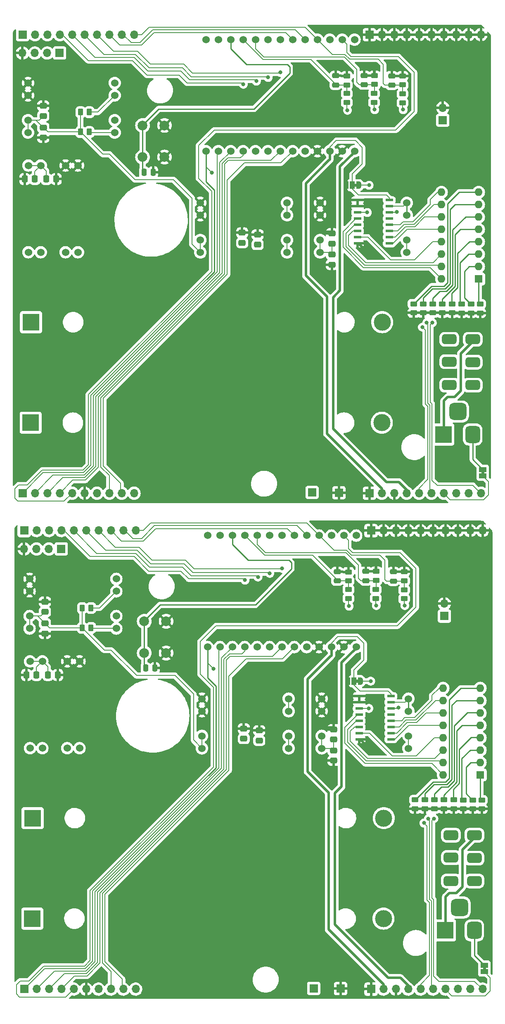
<source format=gbr>
%TF.GenerationSoftware,KiCad,Pcbnew,6.0.7-f9a2dced07~116~ubuntu20.04.1*%
%TF.CreationDate,2022-11-23T13:06:06+01:00*%
%TF.ProjectId,board,626f6172-642e-46b6-9963-61645f706362,rev?*%
%TF.SameCoordinates,Original*%
%TF.FileFunction,Copper,L1,Top*%
%TF.FilePolarity,Positive*%
%FSLAX46Y46*%
G04 Gerber Fmt 4.6, Leading zero omitted, Abs format (unit mm)*
G04 Created by KiCad (PCBNEW 6.0.7-f9a2dced07~116~ubuntu20.04.1) date 2022-11-23 13:06:06*
%MOMM*%
%LPD*%
G01*
G04 APERTURE LIST*
G04 Aperture macros list*
%AMRoundRect*
0 Rectangle with rounded corners*
0 $1 Rounding radius*
0 $2 $3 $4 $5 $6 $7 $8 $9 X,Y pos of 4 corners*
0 Add a 4 corners polygon primitive as box body*
4,1,4,$2,$3,$4,$5,$6,$7,$8,$9,$2,$3,0*
0 Add four circle primitives for the rounded corners*
1,1,$1+$1,$2,$3*
1,1,$1+$1,$4,$5*
1,1,$1+$1,$6,$7*
1,1,$1+$1,$8,$9*
0 Add four rect primitives between the rounded corners*
20,1,$1+$1,$2,$3,$4,$5,0*
20,1,$1+$1,$4,$5,$6,$7,0*
20,1,$1+$1,$6,$7,$8,$9,0*
20,1,$1+$1,$8,$9,$2,$3,0*%
%AMFreePoly0*
4,1,22,0.550000,-0.750000,0.000000,-0.750000,0.000000,-0.745033,-0.079941,-0.743568,-0.215256,-0.701293,-0.333266,-0.622738,-0.424486,-0.514219,-0.481581,-0.384460,-0.499164,-0.250000,-0.500000,-0.250000,-0.500000,0.250000,-0.499164,0.250000,-0.499963,0.256109,-0.478152,0.396186,-0.417904,0.524511,-0.324060,0.630769,-0.204165,0.706417,-0.067858,0.745374,0.000000,0.744959,0.000000,0.750000,
0.550000,0.750000,0.550000,-0.750000,0.550000,-0.750000,$1*%
%AMFreePoly1*
4,1,20,0.000000,0.744959,0.073905,0.744508,0.209726,0.703889,0.328688,0.626782,0.421226,0.519385,0.479903,0.390333,0.500000,0.250000,0.500000,-0.250000,0.499851,-0.262216,0.476331,-0.402017,0.414519,-0.529596,0.319384,-0.634700,0.198574,-0.708877,0.061801,-0.746166,0.000000,-0.745033,0.000000,-0.750000,-0.550000,-0.750000,-0.550000,0.750000,0.000000,0.750000,0.000000,0.744959,
0.000000,0.744959,$1*%
G04 Aperture macros list end*
%TA.AperFunction,ComponentPad*%
%ADD10C,1.524000*%
%TD*%
%TA.AperFunction,SMDPad,CuDef*%
%ADD11RoundRect,0.250000X0.475000X-0.250000X0.475000X0.250000X-0.475000X0.250000X-0.475000X-0.250000X0*%
%TD*%
%TA.AperFunction,ComponentPad*%
%ADD12R,1.700000X1.700000*%
%TD*%
%TA.AperFunction,ComponentPad*%
%ADD13O,1.700000X1.700000*%
%TD*%
%TA.AperFunction,SMDPad,CuDef*%
%ADD14RoundRect,0.250000X-0.450000X0.262500X-0.450000X-0.262500X0.450000X-0.262500X0.450000X0.262500X0*%
%TD*%
%TA.AperFunction,SMDPad,CuDef*%
%ADD15FreePoly0,180.000000*%
%TD*%
%TA.AperFunction,SMDPad,CuDef*%
%ADD16R,1.000000X1.500000*%
%TD*%
%TA.AperFunction,SMDPad,CuDef*%
%ADD17FreePoly1,180.000000*%
%TD*%
%TA.AperFunction,SMDPad,CuDef*%
%ADD18RoundRect,0.250000X-0.337500X-0.475000X0.337500X-0.475000X0.337500X0.475000X-0.337500X0.475000X0*%
%TD*%
%TA.AperFunction,SMDPad,CuDef*%
%ADD19RoundRect,0.250000X0.337500X0.475000X-0.337500X0.475000X-0.337500X-0.475000X0.337500X-0.475000X0*%
%TD*%
%TA.AperFunction,ComponentPad*%
%ADD20C,2.000000*%
%TD*%
%TA.AperFunction,SMDPad,CuDef*%
%ADD21RoundRect,0.250000X-0.262500X-0.450000X0.262500X-0.450000X0.262500X0.450000X-0.262500X0.450000X0*%
%TD*%
%TA.AperFunction,SMDPad,CuDef*%
%ADD22RoundRect,0.250000X0.450000X-0.262500X0.450000X0.262500X-0.450000X0.262500X-0.450000X-0.262500X0*%
%TD*%
%TA.AperFunction,SMDPad,CuDef*%
%ADD23R,1.500000X1.000000*%
%TD*%
%TA.AperFunction,SMDPad,CuDef*%
%ADD24RoundRect,0.250000X0.475000X-0.337500X0.475000X0.337500X-0.475000X0.337500X-0.475000X-0.337500X0*%
%TD*%
%TA.AperFunction,ComponentPad*%
%ADD25R,1.600000X1.600000*%
%TD*%
%TA.AperFunction,ComponentPad*%
%ADD26O,1.600000X1.600000*%
%TD*%
%TA.AperFunction,SMDPad,CuDef*%
%ADD27RoundRect,0.250000X-0.250000X-0.475000X0.250000X-0.475000X0.250000X0.475000X-0.250000X0.475000X0*%
%TD*%
%TA.AperFunction,SMDPad,CuDef*%
%ADD28RoundRect,0.250000X-0.475000X0.337500X-0.475000X-0.337500X0.475000X-0.337500X0.475000X0.337500X0*%
%TD*%
%TA.AperFunction,SMDPad,CuDef*%
%ADD29RoundRect,0.137500X-0.662500X-0.137500X0.662500X-0.137500X0.662500X0.137500X-0.662500X0.137500X0*%
%TD*%
%TA.AperFunction,ComponentPad*%
%ADD30R,3.500000X3.500000*%
%TD*%
%TA.AperFunction,ComponentPad*%
%ADD31C,3.500000*%
%TD*%
%TA.AperFunction,ComponentPad*%
%ADD32RoundRect,0.750000X0.750000X1.000000X-0.750000X1.000000X-0.750000X-1.000000X0.750000X-1.000000X0*%
%TD*%
%TA.AperFunction,ComponentPad*%
%ADD33RoundRect,0.875000X0.875000X0.875000X-0.875000X0.875000X-0.875000X-0.875000X0.875000X-0.875000X0*%
%TD*%
%TA.AperFunction,ComponentPad*%
%ADD34RoundRect,0.500000X1.000000X-0.500000X1.000000X0.500000X-1.000000X0.500000X-1.000000X-0.500000X0*%
%TD*%
%TA.AperFunction,ViaPad*%
%ADD35C,0.800000*%
%TD*%
%TA.AperFunction,Conductor*%
%ADD36C,0.250000*%
%TD*%
%TA.AperFunction,Conductor*%
%ADD37C,0.200000*%
%TD*%
%TA.AperFunction,Conductor*%
%ADD38C,0.508000*%
%TD*%
%TA.AperFunction,Conductor*%
%ADD39C,0.254000*%
%TD*%
G04 APERTURE END LIST*
%TO.C,JP1*%
G36*
X108156047Y-162732953D02*
G01*
X107656047Y-162732953D01*
X107656047Y-162132953D01*
X108156047Y-162132953D01*
X108156047Y-162732953D01*
G37*
%TO.C,JP3*%
G36*
X134295047Y-221593953D02*
G01*
X133695047Y-221593953D01*
X133695047Y-221093953D01*
X134295047Y-221093953D01*
X134295047Y-221593953D01*
G37*
G36*
X133963500Y-119948000D02*
G01*
X133363500Y-119948000D01*
X133363500Y-119448000D01*
X133963500Y-119448000D01*
X133963500Y-119948000D01*
G37*
%TO.C,JP1*%
G36*
X107824500Y-61087000D02*
G01*
X107324500Y-61087000D01*
X107324500Y-60487000D01*
X107824500Y-60487000D01*
X107824500Y-61087000D01*
G37*
%TD*%
D10*
%TO.P,U20,1,GND*%
%TO.N,GND1*%
X100635047Y-166033953D03*
%TO.P,U20,2,GND*%
X100635047Y-168573953D03*
%TO.P,U20,3,3v3*%
%TO.N,+3V3*%
X100635047Y-173653953D03*
%TO.P,U20,4,3v3*%
X100635047Y-176193953D03*
%TO.P,U20,5,SCL*%
%TO.N,I2C_SCL_shield1*%
X118415047Y-176193953D03*
%TO.P,U20,6,SCL*%
X118415047Y-173653953D03*
%TO.P,U20,7,SDA*%
%TO.N,I2C_SDA_shield1*%
X118415047Y-168573953D03*
%TO.P,U20,8,SDA*%
X118415047Y-166033953D03*
%TD*%
D11*
%TO.P,C21,1*%
%TO.N,ADC_OPC-N3_shield1*%
X115319047Y-141920953D03*
%TO.P,C21,2*%
%TO.N,GND1*%
X115319047Y-140020953D03*
%TD*%
D12*
%TO.P,J25,1,Pin_1*%
%TO.N,UART_RXD_shield1*%
X47225047Y-135323953D03*
D13*
%TO.P,J25,2,Pin_2*%
%TO.N,UART_TXD_shield1*%
X44685047Y-135323953D03*
%TO.P,J25,3,Pin_3*%
%TO.N,+3V3*%
X42145047Y-135323953D03*
%TO.P,J25,4,Pin_4*%
%TO.N,GND1*%
X39605047Y-135323953D03*
%TD*%
D14*
%TO.P,R3,1*%
%TO.N,Net-(R3-Pad1)*%
X129665047Y-186783953D03*
%TO.P,R3,2*%
%TO.N,GND1*%
X129665047Y-188608953D03*
%TD*%
D15*
%TO.P,JP1,1,A*%
%TO.N,Net-(JP1-Pad1)*%
X108556047Y-162432953D03*
D16*
%TO.P,JP1,2,C*%
%TO.N,+3V3*%
X107256047Y-162432953D03*
D17*
%TO.P,JP1,3,B*%
%TO.N,GND1*%
X105956047Y-162432953D03*
%TD*%
D18*
%TO.P,C4,1*%
%TO.N,GND1*%
X40073047Y-161162953D03*
%TO.P,C4,2*%
%TO.N,+3V3*%
X42148047Y-161162953D03*
%TD*%
D12*
%TO.P,J1,1,Pin_1*%
%TO.N,GND1*%
X110744047Y-131571953D03*
D13*
%TO.P,J1,2,Pin_2*%
X113284047Y-131571953D03*
%TO.P,J1,3,Pin_3*%
X115824047Y-131571953D03*
%TO.P,J1,4,Pin_4*%
X118364047Y-131571953D03*
%TO.P,J1,5,Pin_5*%
X120904047Y-131571953D03*
%TO.P,J1,6,Pin_6*%
X123444047Y-131571953D03*
%TO.P,J1,7,Pin_7*%
X125984047Y-131571953D03*
%TO.P,J1,8,Pin_8*%
X128524047Y-131571953D03*
%TO.P,J1,9,Pin_9*%
X131064047Y-131571953D03*
%TO.P,J1,10,Pin_10*%
X133604047Y-131571953D03*
%TD*%
D19*
%TO.P,C6,1*%
%TO.N,GND1*%
X46550047Y-161162953D03*
%TO.P,C6,2*%
%TO.N,+3V3*%
X44475047Y-161162953D03*
%TD*%
D20*
%TO.P,SW3,1*%
%TO.N,RESET_shield1*%
X64239047Y-156665953D03*
X64239047Y-150165953D03*
%TO.P,SW3,2*%
%TO.N,GND1*%
X68739047Y-156665953D03*
X68739047Y-150165953D03*
%TD*%
D21*
%TO.P,R12,1*%
%TO.N,+3V3*%
X51503047Y-151510953D03*
%TO.P,R12,2*%
%TO.N,I2C_SCL_shield1*%
X53328047Y-151510953D03*
%TD*%
D14*
%TO.P,R1,1*%
%TO.N,Net-(R1-Pad1)*%
X133445047Y-186793953D03*
%TO.P,R1,2*%
%TO.N,GND1*%
X133445047Y-188618953D03*
%TD*%
D22*
%TO.P,R8,1*%
%TO.N,OPC-N3-5V_shield1*%
X117543047Y-145541953D03*
%TO.P,R8,2*%
%TO.N,ADC_OPC-N3_shield1*%
X117543047Y-143716953D03*
%TD*%
D12*
%TO.P,J27,1,Pin_1*%
%TO.N,GND1*%
X104495047Y-225453953D03*
%TD*%
D23*
%TO.P,JP3,1,A*%
%TO.N,Net-(J8-Pad2)*%
X133995047Y-220693953D03*
%TO.P,JP3,2,B*%
%TO.N,V_IN-_shield1*%
X133995047Y-221993953D03*
%TD*%
D24*
%TO.P,C24,1*%
%TO.N,GND1*%
X103065047Y-178710453D03*
%TO.P,C24,2*%
%TO.N,+3V3*%
X103065047Y-176635453D03*
%TD*%
D25*
%TO.P,SW1,1*%
%TO.N,Net-(R1-Pad1)*%
X133145047Y-181653953D03*
D26*
%TO.P,SW1,2*%
%TO.N,Net-(R2-Pad1)*%
X133145047Y-179113953D03*
%TO.P,SW1,3*%
%TO.N,Net-(R3-Pad1)*%
X133145047Y-176573953D03*
%TO.P,SW1,4*%
%TO.N,Net-(R4-Pad1)*%
X133145047Y-174033953D03*
%TO.P,SW1,5*%
%TO.N,Net-(R5-Pad1)*%
X133145047Y-171493953D03*
%TO.P,SW1,6*%
%TO.N,Net-(R14-Pad1)*%
X133145047Y-168953953D03*
%TO.P,SW1,7*%
%TO.N,Net-(R15-Pad1)*%
X133145047Y-166413953D03*
%TO.P,SW1,8*%
%TO.N,Net-(R16-Pad1)*%
X133145047Y-163873953D03*
%TO.P,SW1,9*%
%TO.N,Net-(SW1-Pad9)*%
X125525047Y-163873953D03*
%TO.P,SW1,10*%
%TO.N,Net-(SW1-Pad10)*%
X125525047Y-166413953D03*
%TO.P,SW1,11*%
%TO.N,Net-(SW1-Pad11)*%
X125525047Y-168953953D03*
%TO.P,SW1,12*%
%TO.N,Net-(SW1-Pad12)*%
X125525047Y-171493953D03*
%TO.P,SW1,13*%
%TO.N,Net-(SW1-Pad13)*%
X125525047Y-174033953D03*
%TO.P,SW1,14*%
%TO.N,Net-(SW1-Pad14)*%
X125525047Y-176573953D03*
%TO.P,SW1,15*%
%TO.N,Net-(SW1-Pad15)*%
X125525047Y-179113953D03*
%TO.P,SW1,16*%
%TO.N,Net-(SW1-Pad16)*%
X125525047Y-181653953D03*
%TD*%
D27*
%TO.P,C7,1*%
%TO.N,RESET_shield1*%
X64523047Y-159765953D03*
%TO.P,C7,2*%
%TO.N,GND1*%
X66423047Y-159765953D03*
%TD*%
D11*
%TO.P,C22,1*%
%TO.N,ADC_BATT_shield1*%
X109669047Y-141853953D03*
%TO.P,C22,2*%
%TO.N,GND1*%
X109669047Y-139953953D03*
%TD*%
D14*
%TO.P,R2,1*%
%TO.N,Net-(R2-Pad1)*%
X131605047Y-186793953D03*
%TO.P,R2,2*%
%TO.N,GND1*%
X131605047Y-188618953D03*
%TD*%
D21*
%TO.P,R13,1*%
%TO.N,+3V3*%
X51503047Y-147446953D03*
%TO.P,R13,2*%
%TO.N,I2C_SDA_shield1*%
X53328047Y-147446953D03*
%TD*%
D10*
%TO.P,U1,1,GND*%
%TO.N,GND1*%
X40735047Y-141473953D03*
%TO.P,U1,2,GND*%
X40735047Y-144013953D03*
%TO.P,U1,3,3v3*%
%TO.N,+3V3*%
X40735047Y-149093953D03*
%TO.P,U1,4,3v3*%
X40735047Y-151633953D03*
%TO.P,U1,5,SCL*%
%TO.N,I2C_SCL_shield1*%
X58515047Y-151633953D03*
%TO.P,U1,6,SCL*%
X58515047Y-149093953D03*
%TO.P,U1,7,SDA*%
%TO.N,I2C_SDA_shield1*%
X58515047Y-144013953D03*
%TO.P,U1,8,SDA*%
X58515047Y-141473953D03*
%TD*%
%TO.P,U9,1,IO25*%
%TO.N,unconnected-(U9-Pad1)*%
X107696047Y-132587953D03*
%TO.P,U9,2,IO4*%
%TO.N,5V_en_shield1*%
X105156047Y-132587953D03*
%TO.P,U9,3,IO0*%
%TO.N,unconnected-(U9-Pad3)*%
X102616047Y-132587953D03*
%TO.P,U9,4,IO2*%
%TO.N,ADC_OPC-N3_shield1*%
X100076047Y-132587953D03*
%TO.P,U9,5,IO15*%
%TO.N,SPI_CS_shield1*%
X97536047Y-132587953D03*
%TO.P,U9,6,IO13*%
%TO.N,SPI_MOSI_shield1*%
X94996047Y-132587953D03*
%TO.P,U9,7,IO12*%
%TO.N,SPI_MISO_shield1*%
X92456047Y-132587953D03*
%TO.P,U9,8,IO14*%
%TO.N,SPI_CSK_shield1*%
X89916047Y-132587953D03*
%TO.P,U9,9,IO35*%
%TO.N,ADC_BATT_shield1*%
X87376047Y-132587953D03*
%TO.P,U9,10,IO34*%
%TO.N,ADC_AFE_shield1*%
X84836047Y-132587953D03*
%TO.P,U9,11,RST*%
%TO.N,RESET_shield1*%
X82296047Y-132587953D03*
%TO.P,U9,12,S_VN*%
%TO.N,UART_TX_shield1*%
X79756047Y-132587953D03*
%TO.P,U9,13,S_VP*%
%TO.N,UART_RX_shield1*%
X77216047Y-132587953D03*
%TO.P,U9,14,IO21*%
%TO.N,I2C_SDA_shield1*%
X77216047Y-155447953D03*
%TO.P,U9,15,TXD*%
%TO.N,UART_TXD_shield1*%
X79756047Y-155447953D03*
%TO.P,U9,16,RXD*%
%TO.N,UART_RXD_shield1*%
X82296047Y-155447953D03*
%TO.P,U9,17,IO22*%
%TO.N,I2C_SCL_shield1*%
X84836047Y-155447953D03*
%TO.P,U9,18,IO23*%
%TO.N,unconnected-(U9-Pad18)*%
X87376047Y-155447953D03*
%TO.P,U9,19,IO19*%
%TO.N,unconnected-(U9-Pad19)*%
X89916047Y-155447953D03*
%TO.P,U9,20,LoRa2*%
%TO.N,lora2_shield1*%
X92456047Y-155447953D03*
%TO.P,U9,21,LoRa1*%
%TO.N,lora1_shield1*%
X94996047Y-155447953D03*
%TO.P,U9,22,IO26*%
%TO.N,unconnected-(U9-Pad22)*%
X97536047Y-155447953D03*
%TO.P,U9,23,GND*%
%TO.N,GND1*%
X100076047Y-155447953D03*
%TO.P,U9,24,3V3*%
%TO.N,+3V3*%
X102616047Y-155447953D03*
%TO.P,U9,25,GND*%
%TO.N,GND1*%
X105156047Y-155447953D03*
%TO.P,U9,26,5V*%
%TO.N,+5C*%
X107696047Y-155447953D03*
%TD*%
D28*
%TO.P,C26,1*%
%TO.N,GND1*%
X103065047Y-172317453D03*
%TO.P,C26,2*%
%TO.N,+3V3*%
X103065047Y-174392453D03*
%TD*%
D24*
%TO.P,C2,1*%
%TO.N,GND1*%
X43883047Y-152675453D03*
%TO.P,C2,2*%
%TO.N,+3V3*%
X43883047Y-150600453D03*
%TD*%
D14*
%TO.P,R4,1*%
%TO.N,Net-(R4-Pad1)*%
X127725047Y-186773953D03*
%TO.P,R4,2*%
%TO.N,GND1*%
X127725047Y-188598953D03*
%TD*%
%TO.P,R14,1*%
%TO.N,Net-(R14-Pad1)*%
X123725047Y-186763953D03*
%TO.P,R14,2*%
%TO.N,GND1*%
X123725047Y-188588953D03*
%TD*%
D22*
%TO.P,R10,1*%
%TO.N,Battery_+_shield1*%
X111701047Y-145461953D03*
%TO.P,R10,2*%
%TO.N,ADC_BATT_shield1*%
X111701047Y-143636953D03*
%TD*%
D11*
%TO.P,C17,1*%
%TO.N,ADC_AFE_shield1*%
X103827047Y-141882453D03*
%TO.P,C17,2*%
%TO.N,GND1*%
X103827047Y-139982453D03*
%TD*%
D14*
%TO.P,R5,1*%
%TO.N,Net-(R5-Pad1)*%
X125675047Y-186773953D03*
%TO.P,R5,2*%
%TO.N,GND1*%
X125675047Y-188598953D03*
%TD*%
D12*
%TO.P,J6,1,Pin_1*%
%TO.N,GND1*%
X110744047Y-225551953D03*
D13*
%TO.P,J6,2,Pin_2*%
%TO.N,+3V3*%
X113284047Y-225551953D03*
%TO.P,J6,3,Pin_3*%
%TO.N,GND1*%
X115824047Y-225551953D03*
%TO.P,J6,4,Pin_4*%
%TO.N,+5C*%
X118364047Y-225551953D03*
%TO.P,J6,5,Pin_5*%
%TO.N,AFE-3.5V_shield1*%
X120904047Y-225551953D03*
%TO.P,J6,6,Pin_6*%
%TO.N,Battery_+_shield1*%
X123444047Y-225551953D03*
%TO.P,J6,7,Pin_7*%
%TO.N,V_IN-_shield1*%
X125984047Y-225551953D03*
%TO.P,J6,8,Pin_8*%
%TO.N,V_IN+_shield1*%
X128524047Y-225551953D03*
%TO.P,J6,9,Pin_9*%
%TO.N,GND1*%
X131064047Y-225551953D03*
%TO.P,J6,10,Pin_10*%
%TO.N,OPC-N3-5V_shield1*%
X133604047Y-225551953D03*
%TD*%
D12*
%TO.P,J2,1,Pin_1*%
%TO.N,UART_RX_shield1*%
X39624047Y-131571953D03*
D13*
%TO.P,J2,2,Pin_2*%
%TO.N,UART_TX_shield1*%
X42164047Y-131571953D03*
%TO.P,J2,3,Pin_3*%
%TO.N,RESET_shield1*%
X44704047Y-131571953D03*
%TO.P,J2,4,Pin_4*%
%TO.N,ADC_AFE_shield1*%
X47244047Y-131571953D03*
%TO.P,J2,5,Pin_5*%
%TO.N,ADC_BATT_shield1*%
X49784047Y-131571953D03*
%TO.P,J2,6,Pin_6*%
%TO.N,SPI_CSK_shield1*%
X52324047Y-131571953D03*
%TO.P,J2,7,Pin_7*%
%TO.N,SPI_MISO_shield1*%
X54864047Y-131571953D03*
%TO.P,J2,8,Pin_8*%
%TO.N,SPI_MOSI_shield1*%
X57404047Y-131571953D03*
%TO.P,J2,9,Pin_9*%
%TO.N,SPI_CS_shield1*%
X59944047Y-131571953D03*
%TO.P,J2,10,Pin_10*%
%TO.N,ADC_OPC-N3_shield1*%
X62484047Y-131571953D03*
%TD*%
D22*
%TO.P,R11,1*%
%TO.N,ADC_BATT_shield1*%
X111828047Y-141778953D03*
%TO.P,R11,2*%
%TO.N,GND1*%
X111828047Y-139953953D03*
%TD*%
D14*
%TO.P,R15,1*%
%TO.N,Net-(R15-Pad1)*%
X121765047Y-186761453D03*
%TO.P,R15,2*%
%TO.N,GND1*%
X121765047Y-188586453D03*
%TD*%
D22*
%TO.P,R7,1*%
%TO.N,ADC_AFE_shield1*%
X106113047Y-141882453D03*
%TO.P,R7,2*%
%TO.N,GND1*%
X106113047Y-140057453D03*
%TD*%
D29*
%TO.P,U7,1,A0*%
%TO.N,GND1*%
X108324047Y-165480953D03*
%TO.P,U7,2,A1*%
X108324047Y-166750953D03*
%TO.P,U7,3,A2*%
%TO.N,Net-(JP1-Pad1)*%
X108324047Y-168020953D03*
%TO.P,U7,4,P0*%
%TO.N,Net-(SW1-Pad16)*%
X108324047Y-169290953D03*
%TO.P,U7,5,P1*%
%TO.N,Net-(SW1-Pad15)*%
X108324047Y-170560953D03*
%TO.P,U7,6,P2*%
%TO.N,Net-(SW1-Pad14)*%
X108324047Y-171830953D03*
%TO.P,U7,7,P3*%
%TO.N,Net-(SW1-Pad13)*%
X108324047Y-173100953D03*
%TO.P,U7,8,VSS*%
%TO.N,GND1*%
X108324047Y-174370953D03*
%TO.P,U7,9,P4*%
%TO.N,Net-(SW1-Pad12)*%
X114824047Y-174370953D03*
%TO.P,U7,10,P5*%
%TO.N,Net-(SW1-Pad11)*%
X114824047Y-173100953D03*
%TO.P,U7,11,P6*%
%TO.N,Net-(SW1-Pad10)*%
X114824047Y-171830953D03*
%TO.P,U7,12,P7*%
%TO.N,Net-(SW1-Pad9)*%
X114824047Y-170560953D03*
%TO.P,U7,13,~{INT}*%
%TO.N,unconnected-(U7-Pad13)*%
X114824047Y-169290953D03*
%TO.P,U7,14,SCL*%
%TO.N,I2C_SCL_shield1*%
X114824047Y-168020953D03*
%TO.P,U7,15,SDA*%
%TO.N,I2C_SDA_shield1*%
X114824047Y-166750953D03*
%TO.P,U7,16,VDD*%
%TO.N,+3V3*%
X114824047Y-165480953D03*
%TD*%
D12*
%TO.P,J7,1,Pin_1*%
%TO.N,I2C_SDA_shield1*%
X39624047Y-225551953D03*
D13*
%TO.P,J7,2,Pin_2*%
%TO.N,UART_TXD_shield1*%
X42164047Y-225551953D03*
%TO.P,J7,3,Pin_3*%
%TO.N,UART_RXD_shield1*%
X44704047Y-225551953D03*
%TO.P,J7,4,Pin_4*%
%TO.N,I2C_SCL_shield1*%
X47244047Y-225551953D03*
%TO.P,J7,5,Pin_5*%
%TO.N,5V_en_shield1*%
X49784047Y-225551953D03*
%TO.P,J7,6,Pin_6*%
%TO.N,GND1*%
X52324047Y-225551953D03*
%TO.P,J7,7,Pin_7*%
%TO.N,unconnected-(J7-Pad7)*%
X54864047Y-225551953D03*
%TO.P,J7,8,Pin_8*%
%TO.N,lora2_shield1*%
X57404047Y-225551953D03*
%TO.P,J7,9,Pin_9*%
%TO.N,lora1_shield1*%
X59944047Y-225551953D03*
%TO.P,J7,10,Pin_10*%
%TO.N,unconnected-(J7-Pad10)*%
X62484047Y-225551953D03*
%TD*%
D10*
%TO.P,U2,1,GND*%
%TO.N,GND1*%
X50980047Y-158383953D03*
%TO.P,U2,2,GND*%
X48440047Y-158383953D03*
%TO.P,U2,3,3v3*%
%TO.N,+3V3*%
X43360047Y-158383953D03*
%TO.P,U2,4,3v3*%
X40820047Y-158383953D03*
%TO.P,U2,5,SCL*%
%TO.N,I2C_SCL_shield1*%
X40820047Y-176163953D03*
%TO.P,U2,6,SCL*%
X43360047Y-176163953D03*
%TO.P,U2,7,SDA*%
%TO.N,I2C_SDA_shield1*%
X48440047Y-176163953D03*
%TO.P,U2,8,SDA*%
X50980047Y-176163953D03*
%TD*%
D30*
%TO.P,BT2,1,+*%
%TO.N,Net-(BT2-Pad1)*%
X41295047Y-211103953D03*
D31*
%TO.P,BT2,2,-*%
%TO.N,Net-(BT2-Pad2)*%
X113295047Y-211103953D03*
%TD*%
D10*
%TO.P,U3,1,GND*%
%TO.N,GND1*%
X76075047Y-166033953D03*
%TO.P,U3,2,GND*%
X76075047Y-168573953D03*
%TO.P,U3,3,3v3*%
%TO.N,+3V3*%
X76075047Y-173653953D03*
%TO.P,U3,4,3v3*%
X76075047Y-176193953D03*
%TO.P,U3,5,SCL*%
%TO.N,I2C_SCL_shield1*%
X93855047Y-176193953D03*
%TO.P,U3,6,SCL*%
X93855047Y-173653953D03*
%TO.P,U3,7,SDA*%
%TO.N,I2C_SDA_shield1*%
X93855047Y-168573953D03*
%TO.P,U3,8,SDA*%
X93855047Y-166033953D03*
%TD*%
D22*
%TO.P,R9,1*%
%TO.N,ADC_OPC-N3_shield1*%
X117543047Y-141858953D03*
%TO.P,R9,2*%
%TO.N,GND1*%
X117543047Y-140033953D03*
%TD*%
%TO.P,R6,1*%
%TO.N,AFE-3.5V_shield1*%
X106113047Y-145461953D03*
%TO.P,R6,2*%
%TO.N,ADC_AFE_shield1*%
X106113047Y-143636953D03*
%TD*%
D28*
%TO.P,C1,1*%
%TO.N,GND1*%
X43883047Y-146155453D03*
%TO.P,C1,2*%
%TO.N,+3V3*%
X43883047Y-148230453D03*
%TD*%
D14*
%TO.P,R16,1*%
%TO.N,Net-(R16-Pad1)*%
X119795047Y-186758953D03*
%TO.P,R16,2*%
%TO.N,GND1*%
X119795047Y-188583953D03*
%TD*%
D30*
%TO.P,J8,1*%
%TO.N,Net-(J8-Pad1)*%
X125915047Y-213521453D03*
D32*
%TO.P,J8,2*%
%TO.N,Net-(J8-Pad2)*%
X131915047Y-213521453D03*
D33*
%TO.P,J8,3*%
%TO.N,unconnected-(J8-Pad3)*%
X128915047Y-208821453D03*
%TD*%
D28*
%TO.P,C9,1*%
%TO.N,GND1*%
X87825047Y-172549953D03*
%TO.P,C9,2*%
%TO.N,+3V3*%
X87825047Y-174624953D03*
%TD*%
D34*
%TO.P,SW2,1,A*%
%TO.N,unconnected-(SW2-Pad1)*%
X131935047Y-203403953D03*
%TO.P,SW2,2,B*%
%TO.N,V_IN+_shield1*%
X131935047Y-198703953D03*
%TO.P,SW2,3,C*%
%TO.N,Net-(J8-Pad1)*%
X131935047Y-194003953D03*
%TO.P,SW2,4,A*%
%TO.N,unconnected-(SW2-Pad4)*%
X127135047Y-203403953D03*
%TO.P,SW2,5,B*%
%TO.N,lead_battery_+*%
X127135047Y-198603953D03*
%TO.P,SW2,6,C*%
%TO.N,Battery_+_shield1*%
X127135047Y-194003953D03*
%TD*%
D30*
%TO.P,BT1,1,+*%
%TO.N,Net-(BT1-Pad1)*%
X41365047Y-190503953D03*
D31*
%TO.P,BT1,2,-*%
%TO.N,Net-(BT1-Pad2)*%
X113365047Y-190503953D03*
%TD*%
D12*
%TO.P,J28,1,Pin_1*%
%TO.N,lead_battery_+*%
X98995047Y-225393953D03*
%TD*%
D28*
%TO.P,C8,1*%
%TO.N,GND1*%
X84650047Y-172168953D03*
%TO.P,C8,2*%
%TO.N,+3V3*%
X84650047Y-174243953D03*
%TD*%
D12*
%TO.P,J4,1,Pin_1*%
%TO.N,Net-(J4-Pad1)*%
X125798047Y-149097953D03*
D13*
%TO.P,J4,2,Pin_2*%
%TO.N,GND1*%
X125798047Y-146557953D03*
%TD*%
D12*
%TO.P,J4,1,Pin_1*%
%TO.N,Net-(J4-Pad1)*%
X125466500Y-47452000D03*
D13*
%TO.P,J4,2,Pin_2*%
%TO.N,GND1*%
X125466500Y-44912000D03*
%TD*%
D28*
%TO.P,C8,1*%
%TO.N,GND1*%
X84318500Y-70523000D03*
%TO.P,C8,2*%
%TO.N,+3V3*%
X84318500Y-72598000D03*
%TD*%
D12*
%TO.P,J28,1,Pin_1*%
%TO.N,lead_battery_+*%
X98663500Y-123748000D03*
%TD*%
D30*
%TO.P,BT1,1,+*%
%TO.N,Net-(BT1-Pad1)*%
X41033500Y-88858000D03*
D31*
%TO.P,BT1,2,-*%
%TO.N,Net-(BT1-Pad2)*%
X113033500Y-88858000D03*
%TD*%
D34*
%TO.P,SW2,1,A*%
%TO.N,unconnected-(SW2-Pad1)*%
X131603500Y-101758000D03*
%TO.P,SW2,2,B*%
%TO.N,V_IN+_shield1*%
X131603500Y-97058000D03*
%TO.P,SW2,3,C*%
%TO.N,Net-(J8-Pad1)*%
X131603500Y-92358000D03*
%TO.P,SW2,4,A*%
%TO.N,unconnected-(SW2-Pad4)*%
X126803500Y-101758000D03*
%TO.P,SW2,5,B*%
%TO.N,lead_battery_+*%
X126803500Y-96958000D03*
%TO.P,SW2,6,C*%
%TO.N,Battery_+_shield1*%
X126803500Y-92358000D03*
%TD*%
D28*
%TO.P,C9,1*%
%TO.N,GND1*%
X87493500Y-70904000D03*
%TO.P,C9,2*%
%TO.N,+3V3*%
X87493500Y-72979000D03*
%TD*%
D30*
%TO.P,J8,1*%
%TO.N,Net-(J8-Pad1)*%
X125583500Y-111875500D03*
D32*
%TO.P,J8,2*%
%TO.N,Net-(J8-Pad2)*%
X131583500Y-111875500D03*
D33*
%TO.P,J8,3*%
%TO.N,unconnected-(J8-Pad3)*%
X128583500Y-107175500D03*
%TD*%
D14*
%TO.P,R16,1*%
%TO.N,Net-(R16-Pad1)*%
X119463500Y-85113000D03*
%TO.P,R16,2*%
%TO.N,GND1*%
X119463500Y-86938000D03*
%TD*%
D28*
%TO.P,C1,1*%
%TO.N,GND1*%
X43551500Y-44509500D03*
%TO.P,C1,2*%
%TO.N,+3V3*%
X43551500Y-46584500D03*
%TD*%
D22*
%TO.P,R6,1*%
%TO.N,AFE-3.5V_shield1*%
X105781500Y-43816000D03*
%TO.P,R6,2*%
%TO.N,ADC_AFE_shield1*%
X105781500Y-41991000D03*
%TD*%
%TO.P,R9,1*%
%TO.N,ADC_OPC-N3_shield1*%
X117211500Y-40213000D03*
%TO.P,R9,2*%
%TO.N,GND1*%
X117211500Y-38388000D03*
%TD*%
D10*
%TO.P,U3,1,GND*%
%TO.N,GND1*%
X75743500Y-64388000D03*
%TO.P,U3,2,GND*%
X75743500Y-66928000D03*
%TO.P,U3,3,3v3*%
%TO.N,+3V3*%
X75743500Y-72008000D03*
%TO.P,U3,4,3v3*%
X75743500Y-74548000D03*
%TO.P,U3,5,SCL*%
%TO.N,I2C_SCL_shield1*%
X93523500Y-74548000D03*
%TO.P,U3,6,SCL*%
X93523500Y-72008000D03*
%TO.P,U3,7,SDA*%
%TO.N,I2C_SDA_shield1*%
X93523500Y-66928000D03*
%TO.P,U3,8,SDA*%
X93523500Y-64388000D03*
%TD*%
D30*
%TO.P,BT2,1,+*%
%TO.N,Net-(BT2-Pad1)*%
X40963500Y-109458000D03*
D31*
%TO.P,BT2,2,-*%
%TO.N,Net-(BT2-Pad2)*%
X112963500Y-109458000D03*
%TD*%
D10*
%TO.P,U2,1,GND*%
%TO.N,GND1*%
X50648500Y-56738000D03*
%TO.P,U2,2,GND*%
X48108500Y-56738000D03*
%TO.P,U2,3,3v3*%
%TO.N,+3V3*%
X43028500Y-56738000D03*
%TO.P,U2,4,3v3*%
X40488500Y-56738000D03*
%TO.P,U2,5,SCL*%
%TO.N,I2C_SCL_shield1*%
X40488500Y-74518000D03*
%TO.P,U2,6,SCL*%
X43028500Y-74518000D03*
%TO.P,U2,7,SDA*%
%TO.N,I2C_SDA_shield1*%
X48108500Y-74518000D03*
%TO.P,U2,8,SDA*%
X50648500Y-74518000D03*
%TD*%
D12*
%TO.P,J7,1,Pin_1*%
%TO.N,I2C_SDA_shield1*%
X39292500Y-123906000D03*
D13*
%TO.P,J7,2,Pin_2*%
%TO.N,UART_TXD_shield1*%
X41832500Y-123906000D03*
%TO.P,J7,3,Pin_3*%
%TO.N,UART_RXD_shield1*%
X44372500Y-123906000D03*
%TO.P,J7,4,Pin_4*%
%TO.N,I2C_SCL_shield1*%
X46912500Y-123906000D03*
%TO.P,J7,5,Pin_5*%
%TO.N,5V_en_shield1*%
X49452500Y-123906000D03*
%TO.P,J7,6,Pin_6*%
%TO.N,GND1*%
X51992500Y-123906000D03*
%TO.P,J7,7,Pin_7*%
%TO.N,unconnected-(J7-Pad7)*%
X54532500Y-123906000D03*
%TO.P,J7,8,Pin_8*%
%TO.N,lora2_shield1*%
X57072500Y-123906000D03*
%TO.P,J7,9,Pin_9*%
%TO.N,lora1_shield1*%
X59612500Y-123906000D03*
%TO.P,J7,10,Pin_10*%
%TO.N,unconnected-(J7-Pad10)*%
X62152500Y-123906000D03*
%TD*%
D29*
%TO.P,U7,1,A0*%
%TO.N,GND1*%
X107992500Y-63835000D03*
%TO.P,U7,2,A1*%
X107992500Y-65105000D03*
%TO.P,U7,3,A2*%
%TO.N,Net-(JP1-Pad1)*%
X107992500Y-66375000D03*
%TO.P,U7,4,P0*%
%TO.N,Net-(SW1-Pad16)*%
X107992500Y-67645000D03*
%TO.P,U7,5,P1*%
%TO.N,Net-(SW1-Pad15)*%
X107992500Y-68915000D03*
%TO.P,U7,6,P2*%
%TO.N,Net-(SW1-Pad14)*%
X107992500Y-70185000D03*
%TO.P,U7,7,P3*%
%TO.N,Net-(SW1-Pad13)*%
X107992500Y-71455000D03*
%TO.P,U7,8,VSS*%
%TO.N,GND1*%
X107992500Y-72725000D03*
%TO.P,U7,9,P4*%
%TO.N,Net-(SW1-Pad12)*%
X114492500Y-72725000D03*
%TO.P,U7,10,P5*%
%TO.N,Net-(SW1-Pad11)*%
X114492500Y-71455000D03*
%TO.P,U7,11,P6*%
%TO.N,Net-(SW1-Pad10)*%
X114492500Y-70185000D03*
%TO.P,U7,12,P7*%
%TO.N,Net-(SW1-Pad9)*%
X114492500Y-68915000D03*
%TO.P,U7,13,~{INT}*%
%TO.N,unconnected-(U7-Pad13)*%
X114492500Y-67645000D03*
%TO.P,U7,14,SCL*%
%TO.N,I2C_SCL_shield1*%
X114492500Y-66375000D03*
%TO.P,U7,15,SDA*%
%TO.N,I2C_SDA_shield1*%
X114492500Y-65105000D03*
%TO.P,U7,16,VDD*%
%TO.N,+3V3*%
X114492500Y-63835000D03*
%TD*%
D22*
%TO.P,R7,1*%
%TO.N,ADC_AFE_shield1*%
X105781500Y-40236500D03*
%TO.P,R7,2*%
%TO.N,GND1*%
X105781500Y-38411500D03*
%TD*%
D14*
%TO.P,R15,1*%
%TO.N,Net-(R15-Pad1)*%
X121433500Y-85115500D03*
%TO.P,R15,2*%
%TO.N,GND1*%
X121433500Y-86940500D03*
%TD*%
D22*
%TO.P,R11,1*%
%TO.N,ADC_BATT_shield1*%
X111496500Y-40133000D03*
%TO.P,R11,2*%
%TO.N,GND1*%
X111496500Y-38308000D03*
%TD*%
D12*
%TO.P,J2,1,Pin_1*%
%TO.N,UART_RX_shield1*%
X39292500Y-29926000D03*
D13*
%TO.P,J2,2,Pin_2*%
%TO.N,UART_TX_shield1*%
X41832500Y-29926000D03*
%TO.P,J2,3,Pin_3*%
%TO.N,RESET_shield1*%
X44372500Y-29926000D03*
%TO.P,J2,4,Pin_4*%
%TO.N,ADC_AFE_shield1*%
X46912500Y-29926000D03*
%TO.P,J2,5,Pin_5*%
%TO.N,ADC_BATT_shield1*%
X49452500Y-29926000D03*
%TO.P,J2,6,Pin_6*%
%TO.N,SPI_CSK_shield1*%
X51992500Y-29926000D03*
%TO.P,J2,7,Pin_7*%
%TO.N,SPI_MISO_shield1*%
X54532500Y-29926000D03*
%TO.P,J2,8,Pin_8*%
%TO.N,SPI_MOSI_shield1*%
X57072500Y-29926000D03*
%TO.P,J2,9,Pin_9*%
%TO.N,SPI_CS_shield1*%
X59612500Y-29926000D03*
%TO.P,J2,10,Pin_10*%
%TO.N,ADC_OPC-N3_shield1*%
X62152500Y-29926000D03*
%TD*%
D12*
%TO.P,J6,1,Pin_1*%
%TO.N,GND1*%
X110412500Y-123906000D03*
D13*
%TO.P,J6,2,Pin_2*%
%TO.N,+3V3*%
X112952500Y-123906000D03*
%TO.P,J6,3,Pin_3*%
%TO.N,GND1*%
X115492500Y-123906000D03*
%TO.P,J6,4,Pin_4*%
%TO.N,+5C*%
X118032500Y-123906000D03*
%TO.P,J6,5,Pin_5*%
%TO.N,AFE-3.5V_shield1*%
X120572500Y-123906000D03*
%TO.P,J6,6,Pin_6*%
%TO.N,Battery_+_shield1*%
X123112500Y-123906000D03*
%TO.P,J6,7,Pin_7*%
%TO.N,V_IN-_shield1*%
X125652500Y-123906000D03*
%TO.P,J6,8,Pin_8*%
%TO.N,V_IN+_shield1*%
X128192500Y-123906000D03*
%TO.P,J6,9,Pin_9*%
%TO.N,GND1*%
X130732500Y-123906000D03*
%TO.P,J6,10,Pin_10*%
%TO.N,OPC-N3-5V_shield1*%
X133272500Y-123906000D03*
%TD*%
D14*
%TO.P,R5,1*%
%TO.N,Net-(R5-Pad1)*%
X125343500Y-85128000D03*
%TO.P,R5,2*%
%TO.N,GND1*%
X125343500Y-86953000D03*
%TD*%
D11*
%TO.P,C17,1*%
%TO.N,ADC_AFE_shield1*%
X103495500Y-40236500D03*
%TO.P,C17,2*%
%TO.N,GND1*%
X103495500Y-38336500D03*
%TD*%
D22*
%TO.P,R10,1*%
%TO.N,Battery_+_shield1*%
X111369500Y-43816000D03*
%TO.P,R10,2*%
%TO.N,ADC_BATT_shield1*%
X111369500Y-41991000D03*
%TD*%
D14*
%TO.P,R14,1*%
%TO.N,Net-(R14-Pad1)*%
X123393500Y-85118000D03*
%TO.P,R14,2*%
%TO.N,GND1*%
X123393500Y-86943000D03*
%TD*%
%TO.P,R4,1*%
%TO.N,Net-(R4-Pad1)*%
X127393500Y-85128000D03*
%TO.P,R4,2*%
%TO.N,GND1*%
X127393500Y-86953000D03*
%TD*%
D24*
%TO.P,C2,1*%
%TO.N,GND1*%
X43551500Y-51029500D03*
%TO.P,C2,2*%
%TO.N,+3V3*%
X43551500Y-48954500D03*
%TD*%
D28*
%TO.P,C26,1*%
%TO.N,GND1*%
X102733500Y-70671500D03*
%TO.P,C26,2*%
%TO.N,+3V3*%
X102733500Y-72746500D03*
%TD*%
D10*
%TO.P,U9,1,IO25*%
%TO.N,unconnected-(U9-Pad1)*%
X107364500Y-30942000D03*
%TO.P,U9,2,IO4*%
%TO.N,5V_en_shield1*%
X104824500Y-30942000D03*
%TO.P,U9,3,IO0*%
%TO.N,unconnected-(U9-Pad3)*%
X102284500Y-30942000D03*
%TO.P,U9,4,IO2*%
%TO.N,ADC_OPC-N3_shield1*%
X99744500Y-30942000D03*
%TO.P,U9,5,IO15*%
%TO.N,SPI_CS_shield1*%
X97204500Y-30942000D03*
%TO.P,U9,6,IO13*%
%TO.N,SPI_MOSI_shield1*%
X94664500Y-30942000D03*
%TO.P,U9,7,IO12*%
%TO.N,SPI_MISO_shield1*%
X92124500Y-30942000D03*
%TO.P,U9,8,IO14*%
%TO.N,SPI_CSK_shield1*%
X89584500Y-30942000D03*
%TO.P,U9,9,IO35*%
%TO.N,ADC_BATT_shield1*%
X87044500Y-30942000D03*
%TO.P,U9,10,IO34*%
%TO.N,ADC_AFE_shield1*%
X84504500Y-30942000D03*
%TO.P,U9,11,RST*%
%TO.N,RESET_shield1*%
X81964500Y-30942000D03*
%TO.P,U9,12,S_VN*%
%TO.N,UART_TX_shield1*%
X79424500Y-30942000D03*
%TO.P,U9,13,S_VP*%
%TO.N,UART_RX_shield1*%
X76884500Y-30942000D03*
%TO.P,U9,14,IO21*%
%TO.N,I2C_SDA_shield1*%
X76884500Y-53802000D03*
%TO.P,U9,15,TXD*%
%TO.N,UART_TXD_shield1*%
X79424500Y-53802000D03*
%TO.P,U9,16,RXD*%
%TO.N,UART_RXD_shield1*%
X81964500Y-53802000D03*
%TO.P,U9,17,IO22*%
%TO.N,I2C_SCL_shield1*%
X84504500Y-53802000D03*
%TO.P,U9,18,IO23*%
%TO.N,unconnected-(U9-Pad18)*%
X87044500Y-53802000D03*
%TO.P,U9,19,IO19*%
%TO.N,unconnected-(U9-Pad19)*%
X89584500Y-53802000D03*
%TO.P,U9,20,LoRa2*%
%TO.N,lora2_shield1*%
X92124500Y-53802000D03*
%TO.P,U9,21,LoRa1*%
%TO.N,lora1_shield1*%
X94664500Y-53802000D03*
%TO.P,U9,22,IO26*%
%TO.N,unconnected-(U9-Pad22)*%
X97204500Y-53802000D03*
%TO.P,U9,23,GND*%
%TO.N,GND1*%
X99744500Y-53802000D03*
%TO.P,U9,24,3V3*%
%TO.N,+3V3*%
X102284500Y-53802000D03*
%TO.P,U9,25,GND*%
%TO.N,GND1*%
X104824500Y-53802000D03*
%TO.P,U9,26,5V*%
%TO.N,+5C*%
X107364500Y-53802000D03*
%TD*%
%TO.P,U1,1,GND*%
%TO.N,GND1*%
X40403500Y-39828000D03*
%TO.P,U1,2,GND*%
X40403500Y-42368000D03*
%TO.P,U1,3,3v3*%
%TO.N,+3V3*%
X40403500Y-47448000D03*
%TO.P,U1,4,3v3*%
X40403500Y-49988000D03*
%TO.P,U1,5,SCL*%
%TO.N,I2C_SCL_shield1*%
X58183500Y-49988000D03*
%TO.P,U1,6,SCL*%
X58183500Y-47448000D03*
%TO.P,U1,7,SDA*%
%TO.N,I2C_SDA_shield1*%
X58183500Y-42368000D03*
%TO.P,U1,8,SDA*%
X58183500Y-39828000D03*
%TD*%
D21*
%TO.P,R13,1*%
%TO.N,+3V3*%
X51171500Y-45801000D03*
%TO.P,R13,2*%
%TO.N,I2C_SDA_shield1*%
X52996500Y-45801000D03*
%TD*%
D14*
%TO.P,R2,1*%
%TO.N,Net-(R2-Pad1)*%
X131273500Y-85148000D03*
%TO.P,R2,2*%
%TO.N,GND1*%
X131273500Y-86973000D03*
%TD*%
D11*
%TO.P,C22,1*%
%TO.N,ADC_BATT_shield1*%
X109337500Y-40208000D03*
%TO.P,C22,2*%
%TO.N,GND1*%
X109337500Y-38308000D03*
%TD*%
D27*
%TO.P,C7,1*%
%TO.N,RESET_shield1*%
X64191500Y-58120000D03*
%TO.P,C7,2*%
%TO.N,GND1*%
X66091500Y-58120000D03*
%TD*%
D25*
%TO.P,SW1,1*%
%TO.N,Net-(R1-Pad1)*%
X132813500Y-80008000D03*
D26*
%TO.P,SW1,2*%
%TO.N,Net-(R2-Pad1)*%
X132813500Y-77468000D03*
%TO.P,SW1,3*%
%TO.N,Net-(R3-Pad1)*%
X132813500Y-74928000D03*
%TO.P,SW1,4*%
%TO.N,Net-(R4-Pad1)*%
X132813500Y-72388000D03*
%TO.P,SW1,5*%
%TO.N,Net-(R5-Pad1)*%
X132813500Y-69848000D03*
%TO.P,SW1,6*%
%TO.N,Net-(R14-Pad1)*%
X132813500Y-67308000D03*
%TO.P,SW1,7*%
%TO.N,Net-(R15-Pad1)*%
X132813500Y-64768000D03*
%TO.P,SW1,8*%
%TO.N,Net-(R16-Pad1)*%
X132813500Y-62228000D03*
%TO.P,SW1,9*%
%TO.N,Net-(SW1-Pad9)*%
X125193500Y-62228000D03*
%TO.P,SW1,10*%
%TO.N,Net-(SW1-Pad10)*%
X125193500Y-64768000D03*
%TO.P,SW1,11*%
%TO.N,Net-(SW1-Pad11)*%
X125193500Y-67308000D03*
%TO.P,SW1,12*%
%TO.N,Net-(SW1-Pad12)*%
X125193500Y-69848000D03*
%TO.P,SW1,13*%
%TO.N,Net-(SW1-Pad13)*%
X125193500Y-72388000D03*
%TO.P,SW1,14*%
%TO.N,Net-(SW1-Pad14)*%
X125193500Y-74928000D03*
%TO.P,SW1,15*%
%TO.N,Net-(SW1-Pad15)*%
X125193500Y-77468000D03*
%TO.P,SW1,16*%
%TO.N,Net-(SW1-Pad16)*%
X125193500Y-80008000D03*
%TD*%
D24*
%TO.P,C24,1*%
%TO.N,GND1*%
X102733500Y-77064500D03*
%TO.P,C24,2*%
%TO.N,+3V3*%
X102733500Y-74989500D03*
%TD*%
D23*
%TO.P,JP3,1,A*%
%TO.N,Net-(J8-Pad2)*%
X133663500Y-119048000D03*
%TO.P,JP3,2,B*%
%TO.N,V_IN-_shield1*%
X133663500Y-120348000D03*
%TD*%
D12*
%TO.P,J27,1,Pin_1*%
%TO.N,GND1*%
X104163500Y-123808000D03*
%TD*%
D22*
%TO.P,R8,1*%
%TO.N,OPC-N3-5V_shield1*%
X117211500Y-43896000D03*
%TO.P,R8,2*%
%TO.N,ADC_OPC-N3_shield1*%
X117211500Y-42071000D03*
%TD*%
D14*
%TO.P,R1,1*%
%TO.N,Net-(R1-Pad1)*%
X133113500Y-85148000D03*
%TO.P,R1,2*%
%TO.N,GND1*%
X133113500Y-86973000D03*
%TD*%
D21*
%TO.P,R12,1*%
%TO.N,+3V3*%
X51171500Y-49865000D03*
%TO.P,R12,2*%
%TO.N,I2C_SCL_shield1*%
X52996500Y-49865000D03*
%TD*%
D20*
%TO.P,SW3,1*%
%TO.N,RESET_shield1*%
X63907500Y-48520000D03*
X63907500Y-55020000D03*
%TO.P,SW3,2*%
%TO.N,GND1*%
X68407500Y-48520000D03*
X68407500Y-55020000D03*
%TD*%
D19*
%TO.P,C6,1*%
%TO.N,GND1*%
X46218500Y-59517000D03*
%TO.P,C6,2*%
%TO.N,+3V3*%
X44143500Y-59517000D03*
%TD*%
D12*
%TO.P,J1,1,Pin_1*%
%TO.N,GND1*%
X110412500Y-29926000D03*
D13*
%TO.P,J1,2,Pin_2*%
X112952500Y-29926000D03*
%TO.P,J1,3,Pin_3*%
X115492500Y-29926000D03*
%TO.P,J1,4,Pin_4*%
X118032500Y-29926000D03*
%TO.P,J1,5,Pin_5*%
X120572500Y-29926000D03*
%TO.P,J1,6,Pin_6*%
X123112500Y-29926000D03*
%TO.P,J1,7,Pin_7*%
X125652500Y-29926000D03*
%TO.P,J1,8,Pin_8*%
X128192500Y-29926000D03*
%TO.P,J1,9,Pin_9*%
X130732500Y-29926000D03*
%TO.P,J1,10,Pin_10*%
X133272500Y-29926000D03*
%TD*%
D18*
%TO.P,C4,1*%
%TO.N,GND1*%
X39741500Y-59517000D03*
%TO.P,C4,2*%
%TO.N,+3V3*%
X41816500Y-59517000D03*
%TD*%
D15*
%TO.P,JP1,1,A*%
%TO.N,Net-(JP1-Pad1)*%
X108224500Y-60787000D03*
D16*
%TO.P,JP1,2,C*%
%TO.N,+3V3*%
X106924500Y-60787000D03*
D17*
%TO.P,JP1,3,B*%
%TO.N,GND1*%
X105624500Y-60787000D03*
%TD*%
D14*
%TO.P,R3,1*%
%TO.N,Net-(R3-Pad1)*%
X129333500Y-85138000D03*
%TO.P,R3,2*%
%TO.N,GND1*%
X129333500Y-86963000D03*
%TD*%
D12*
%TO.P,J25,1,Pin_1*%
%TO.N,UART_RXD_shield1*%
X46893500Y-33678000D03*
D13*
%TO.P,J25,2,Pin_2*%
%TO.N,UART_TXD_shield1*%
X44353500Y-33678000D03*
%TO.P,J25,3,Pin_3*%
%TO.N,+3V3*%
X41813500Y-33678000D03*
%TO.P,J25,4,Pin_4*%
%TO.N,GND1*%
X39273500Y-33678000D03*
%TD*%
D11*
%TO.P,C21,1*%
%TO.N,ADC_OPC-N3_shield1*%
X114987500Y-40275000D03*
%TO.P,C21,2*%
%TO.N,GND1*%
X114987500Y-38375000D03*
%TD*%
D10*
%TO.P,U20,1,GND*%
%TO.N,GND1*%
X100303500Y-64388000D03*
%TO.P,U20,2,GND*%
X100303500Y-66928000D03*
%TO.P,U20,3,3v3*%
%TO.N,+3V3*%
X100303500Y-72008000D03*
%TO.P,U20,4,3v3*%
X100303500Y-74548000D03*
%TO.P,U20,5,SCL*%
%TO.N,I2C_SCL_shield1*%
X118083500Y-74548000D03*
%TO.P,U20,6,SCL*%
X118083500Y-72008000D03*
%TO.P,U20,7,SDA*%
%TO.N,I2C_SDA_shield1*%
X118083500Y-66928000D03*
%TO.P,U20,8,SDA*%
X118083500Y-64388000D03*
%TD*%
D35*
%TO.N,Battery_+_shield1*%
X111828047Y-146938953D03*
X122496047Y-190626953D03*
%TO.N,I2C_SCL_shield1*%
X116400047Y-167893953D03*
%TO.N,SPI_MISO_shield1*%
X92524047Y-139318953D03*
%TO.N,ADC_BATT_shield1*%
X87571047Y-141096953D03*
%TO.N,GND1*%
X105097047Y-137921953D03*
X101287047Y-171957953D03*
X109923047Y-175767953D03*
X111701047Y-137921953D03*
%TO.N,ADC_AFE_shield1*%
X84904047Y-141731953D03*
%TO.N,SPI_CSK_shield1*%
X89984047Y-140334953D03*
%TO.N,AFE-3.5V_shield1*%
X106240047Y-147065953D03*
X121607047Y-191515953D03*
%TO.N,OPC-N3-5V_shield1*%
X123639047Y-190626953D03*
X117670047Y-146938953D03*
%TO.N,Net-(JP1-Pad1)*%
X110304047Y-168020953D03*
X110685047Y-162432953D03*
%TO.N,I2C_SDA_shield1*%
X78427047Y-159892953D03*
X78095500Y-58247000D03*
%TO.N,Net-(JP1-Pad1)*%
X110353500Y-60787000D03*
X109972500Y-66375000D03*
%TO.N,OPC-N3-5V_shield1*%
X117338500Y-45293000D03*
X123307500Y-88981000D03*
%TO.N,AFE-3.5V_shield1*%
X121275500Y-89870000D03*
X105908500Y-45420000D03*
%TO.N,SPI_CSK_shield1*%
X89652500Y-38689000D03*
%TO.N,ADC_AFE_shield1*%
X84572500Y-40086000D03*
%TO.N,GND1*%
X111369500Y-36276000D03*
X109591500Y-74122000D03*
X100955500Y-70312000D03*
X104765500Y-36276000D03*
%TO.N,ADC_BATT_shield1*%
X87239500Y-39451000D03*
%TO.N,SPI_MISO_shield1*%
X92192500Y-37673000D03*
%TO.N,I2C_SCL_shield1*%
X116068500Y-66248000D03*
%TO.N,Battery_+_shield1*%
X122164500Y-88981000D03*
X111496500Y-45293000D03*
%TD*%
D36*
%TO.N,RESET_shield1*%
X64239047Y-150165953D02*
X64239047Y-156665953D01*
X94429047Y-138175953D02*
X93921047Y-137667953D01*
X82296047Y-134424953D02*
X82296047Y-132587953D01*
X67505047Y-146811953D02*
X87063047Y-146811953D01*
X64239047Y-159481953D02*
X64523047Y-159765953D01*
X94429047Y-139445953D02*
X94429047Y-138175953D01*
X64239047Y-150165953D02*
X64239047Y-150077953D01*
X87063047Y-146811953D02*
X94429047Y-139445953D01*
X85539047Y-137667953D02*
X82296047Y-134424953D01*
X64239047Y-150077953D02*
X67505047Y-146811953D01*
X64239047Y-156665953D02*
X64239047Y-159481953D01*
X93921047Y-137667953D02*
X85539047Y-137667953D01*
D37*
%TO.N,5V_en_shield1*%
X38041047Y-226567953D02*
X38676047Y-227202953D01*
X38676047Y-227202953D02*
X48133047Y-227202953D01*
X75760047Y-161035953D02*
X78427047Y-163702953D01*
X53154047Y-219709953D02*
X52011047Y-220852953D01*
X78427047Y-180085953D02*
X53154047Y-205358953D01*
X106113047Y-133544953D02*
X106113047Y-135254953D01*
X43629047Y-220852953D02*
X40581047Y-223900953D01*
X75760047Y-154304953D02*
X75760047Y-161035953D01*
X105156047Y-132587953D02*
X106113047Y-133544953D01*
X38041047Y-224662953D02*
X38041047Y-226567953D01*
X40581047Y-223900953D02*
X38803047Y-223900953D01*
X78427047Y-163702953D02*
X78427047Y-180085953D01*
X106113047Y-135254953D02*
X106938547Y-136080453D01*
X119956047Y-147319953D02*
X116146047Y-151129953D01*
X53154047Y-205358953D02*
X53154047Y-219709953D01*
X119956047Y-139318953D02*
X119956047Y-147319953D01*
X52011047Y-220852953D02*
X43629047Y-220852953D01*
X116146047Y-151129953D02*
X78935047Y-151129953D01*
X116717547Y-136080453D02*
X119956047Y-139318953D01*
X78935047Y-151129953D02*
X75760047Y-154304953D01*
%TO.N,Battery_+_shield1*%
X123145047Y-207503953D02*
X123145047Y-225252953D01*
X122496047Y-190626953D02*
X122750047Y-190880953D01*
X111828047Y-146938953D02*
X111701047Y-146811953D01*
X122750047Y-190880953D02*
X122750047Y-207108953D01*
X111701047Y-146811953D02*
X111701047Y-145461953D01*
%TO.N,I2C_SCL_shield1*%
X47244047Y-225551953D02*
X49911047Y-222884953D01*
X84269047Y-156844953D02*
X84836047Y-156277953D01*
X55186047Y-205866953D02*
X80586047Y-180466953D01*
X80586047Y-157987953D02*
X81729047Y-156844953D01*
X114824047Y-168020953D02*
X116273047Y-168020953D01*
X55186047Y-220217953D02*
X55186047Y-205866953D01*
X84836047Y-156277953D02*
X84836047Y-155447953D01*
X53328047Y-151510953D02*
X53451047Y-151633953D01*
X118415047Y-176193953D02*
X118415047Y-173653953D01*
X116273047Y-168020953D02*
X116400047Y-167893953D01*
X52519047Y-222884953D02*
X55186047Y-220217953D01*
X49911047Y-222884953D02*
X52519047Y-222884953D01*
X80586047Y-180466953D02*
X80586047Y-157987953D01*
X81729047Y-156844953D02*
X84269047Y-156844953D01*
X93855047Y-173653953D02*
X93855047Y-176193953D01*
X53451047Y-151633953D02*
X58515047Y-151633953D01*
%TO.N,+3V3*%
X44475047Y-159498953D02*
X43360047Y-158383953D01*
X40735047Y-149093953D02*
X40735047Y-151633953D01*
X114241047Y-164464953D02*
X114824047Y-165047953D01*
X103065047Y-176635453D02*
X103065047Y-174392453D01*
D38*
X97731047Y-180974953D02*
X97731047Y-162042953D01*
D37*
X100635047Y-176193953D02*
X100635047Y-173653953D01*
X42376547Y-149093953D02*
X43883047Y-150600453D01*
X102616047Y-155447953D02*
X102616047Y-154626953D01*
X51503047Y-151510953D02*
X56075047Y-156082953D01*
D38*
X102049047Y-185292953D02*
X97731047Y-180974953D01*
X113284047Y-224594953D02*
X113284047Y-225551953D01*
D37*
X62679047Y-161289953D02*
X70553047Y-161289953D01*
X107256047Y-160146953D02*
X107256047Y-162432953D01*
X57472047Y-156082953D02*
X62679047Y-161289953D01*
D36*
%TO.N,Net-(R15-Pad1)*%
X128294047Y-166413953D02*
X133145047Y-166413953D01*
X126306047Y-183641953D02*
X127322047Y-182625953D01*
X123639047Y-183641953D02*
X126306047Y-183641953D01*
X121795047Y-186741453D02*
X121795047Y-185485953D01*
%TO.N,Net-(R14-Pad1)*%
X130497047Y-168909953D02*
X133101047Y-168909953D01*
X125163047Y-184149953D02*
X126560047Y-184149953D01*
X133101047Y-168909953D02*
X133145047Y-168953953D01*
D37*
%TO.N,SPI_CS_shield1*%
X61917047Y-133222953D02*
X63695047Y-133222953D01*
X95504047Y-130555953D02*
X97536047Y-132587953D01*
X66362047Y-130555953D02*
X95504047Y-130555953D01*
X63695047Y-133222953D02*
X66362047Y-130555953D01*
X60266047Y-131571953D02*
X61917047Y-133222953D01*
%TO.N,SPI_MOSI_shield1*%
X57404047Y-131571953D02*
X59563047Y-133730953D01*
X93599047Y-131190953D02*
X94996047Y-132587953D01*
X64076047Y-133730953D02*
X66616047Y-131190953D01*
X66616047Y-131190953D02*
X93599047Y-131190953D01*
X59563047Y-133730953D02*
X64076047Y-133730953D01*
%TO.N,SPI_MISO_shield1*%
X74490047Y-139445953D02*
X92397047Y-139445953D01*
X72648547Y-137604453D02*
X74490047Y-139445953D01*
X92397047Y-139445953D02*
X92524047Y-139318953D01*
%TO.N,ADC_BATT_shield1*%
X108648047Y-141853953D02*
X109669047Y-141853953D01*
X87376047Y-132587953D02*
X87376047Y-134424953D01*
X89095047Y-136143953D02*
X105605047Y-136143953D01*
X54483047Y-136270953D02*
X62552047Y-136270953D01*
X108145047Y-141350953D02*
X108648047Y-141853953D01*
X62552047Y-136270953D02*
X65346047Y-139064953D01*
X108145047Y-138683953D02*
X108145047Y-141350953D01*
X65346047Y-139064953D02*
X72077047Y-139064953D01*
X49784047Y-131571953D02*
X54483047Y-136270953D01*
X87376047Y-134424953D02*
X89095047Y-136143953D01*
X87317047Y-140842953D02*
X87571047Y-141096953D01*
X72077047Y-139064953D02*
X73855047Y-140842953D01*
X111828047Y-141778953D02*
X111828047Y-143509953D01*
X111828047Y-143509953D02*
X111701047Y-143636953D01*
%TO.N,V_IN-_shield1*%
X125984047Y-225551953D02*
X125984047Y-225610953D01*
X135196047Y-223194953D02*
X133995047Y-221993953D01*
X135196047Y-225932953D02*
X135196047Y-223194953D01*
X125984047Y-225610953D02*
X127322047Y-226948953D01*
X134180047Y-226948953D02*
X135196047Y-225932953D01*
D38*
%TO.N,GND1*%
X108324047Y-174370953D02*
X108526047Y-174370953D01*
X111701047Y-137921953D02*
X111701047Y-139826953D01*
X102705547Y-171957953D02*
X103065047Y-172317453D01*
D37*
%TO.N,Net-(SW1-Pad16)*%
X105351047Y-175132953D02*
X109542047Y-179323953D01*
X105351047Y-171957953D02*
X105351047Y-175132953D01*
X108324047Y-169290953D02*
X108018047Y-169290953D01*
X108018047Y-169290953D02*
X105351047Y-171957953D01*
X109542047Y-179323953D02*
X123195047Y-179323953D01*
X123195047Y-179323953D02*
X125525047Y-181653953D01*
%TO.N,Net-(SW1-Pad15)*%
X109796047Y-178815953D02*
X125227047Y-178815953D01*
X107764047Y-170560953D02*
X105986047Y-172338953D01*
X105986047Y-175005953D02*
X109796047Y-178815953D01*
X105986047Y-172338953D02*
X105986047Y-175005953D01*
D36*
X125354047Y-178942953D02*
X125525047Y-179113953D01*
D37*
X125227047Y-178815953D02*
X125525047Y-179113953D01*
X108324047Y-170560953D02*
X107764047Y-170560953D01*
%TO.N,Net-(SW1-Pad14)*%
X110050047Y-178307953D02*
X123791047Y-178307953D01*
X123791047Y-178307953D02*
X125525047Y-176573953D01*
X110050047Y-178307953D02*
X106494047Y-174751953D01*
X106494047Y-174751953D02*
X106494047Y-172719953D01*
X106494047Y-172719953D02*
X107383047Y-171830953D01*
X107383047Y-171830953D02*
X108324047Y-171830953D01*
%TO.N,UART_RXD_shield1*%
X54678047Y-220090953D02*
X54678047Y-205739953D01*
X52392047Y-222376953D02*
X54678047Y-220090953D01*
X47879047Y-222376953D02*
X52392047Y-222376953D01*
X80078047Y-180339953D02*
X80078047Y-157733953D01*
X44704047Y-225551953D02*
X47879047Y-222376953D01*
X54678047Y-205739953D02*
X80078047Y-180339953D01*
X82296047Y-155515953D02*
X82296047Y-155447953D01*
X80078047Y-157733953D02*
X82296047Y-155515953D01*
%TO.N,UART_TXD_shield1*%
X79570047Y-155633953D02*
X79756047Y-155447953D01*
X79570047Y-180212953D02*
X79570047Y-155633953D01*
%TO.N,ADC_OPC-N3_shield1*%
X115319047Y-141920953D02*
X117481047Y-141920953D01*
%TO.N,ADC_AFE_shield1*%
X65155547Y-139890453D02*
X71759547Y-139890453D01*
X47820047Y-131571953D02*
X53154047Y-136905953D01*
X106113047Y-143636953D02*
X106113047Y-141882453D01*
%TO.N,lora1_shield1*%
X59758047Y-225365953D02*
X59944047Y-225551953D01*
X81602047Y-161416953D02*
X81602047Y-180720953D01*
X56202047Y-219963953D02*
X59758047Y-223519953D01*
X59758047Y-223519953D02*
X59758047Y-225365953D01*
X85158047Y-157860953D02*
X81602047Y-161416953D01*
X56202047Y-206120953D02*
X56202047Y-219963953D01*
X92583047Y-157860953D02*
X85158047Y-157860953D01*
X81602047Y-180720953D02*
X56202047Y-206120953D01*
X94996047Y-155447953D02*
X92583047Y-157860953D01*
%TO.N,lora2_shield1*%
X92456047Y-155447953D02*
X90551047Y-157352953D01*
X81856047Y-157352953D02*
X81094047Y-158114953D01*
X57404047Y-225551953D02*
X57404047Y-221927953D01*
X57404047Y-221927953D02*
X55694047Y-220217953D01*
X81094047Y-180593953D02*
X55694047Y-205993953D01*
X90551047Y-157352953D02*
X81856047Y-157352953D01*
X55694047Y-205993953D02*
X55694047Y-220217953D01*
X81094047Y-158114953D02*
X81094047Y-180593953D01*
%TO.N,5V_en_shield1*%
X38803047Y-223900953D02*
X38041047Y-224662953D01*
X106938547Y-136080453D02*
X116717547Y-136080453D01*
X48133047Y-227202953D02*
X49784047Y-225551953D01*
D38*
%TO.N,GND1*%
X108526047Y-174370953D02*
X109923047Y-175767953D01*
X106113047Y-140057453D02*
X106113047Y-138937953D01*
X111701047Y-139826953D02*
X111828047Y-139953953D01*
X106113047Y-138937953D02*
X105097047Y-137921953D01*
X101287047Y-171957953D02*
X102705547Y-171957953D01*
D37*
%TO.N,SPI_MISO_shield1*%
X54864047Y-131571953D02*
X58293047Y-135000953D01*
X58293047Y-135000953D02*
X63187047Y-135000953D01*
X63187047Y-135000953D02*
X65790547Y-137604453D01*
X65790547Y-137604453D02*
X72648547Y-137604453D01*
%TO.N,SPI_CSK_shield1*%
X62806047Y-135635953D02*
X65536547Y-138366453D01*
X56329047Y-135635953D02*
X62806047Y-135635953D01*
X89857047Y-140207953D02*
X89984047Y-140334953D01*
X52324047Y-131571953D02*
X52324047Y-131630953D01*
X72394547Y-138366453D02*
X74236047Y-140207953D01*
X65536547Y-138366453D02*
X72394547Y-138366453D01*
X74236047Y-140207953D02*
X89857047Y-140207953D01*
X52324047Y-131630953D02*
X56329047Y-135635953D01*
%TO.N,UART_TXD_shield1*%
X42164047Y-225551953D02*
X45847047Y-221868953D01*
X54170047Y-219963953D02*
X54170047Y-205612953D01*
X54170047Y-205612953D02*
X79570047Y-180212953D01*
X52265047Y-221868953D02*
X54170047Y-219963953D01*
X45847047Y-221868953D02*
X52265047Y-221868953D01*
%TO.N,+3V3*%
X51503047Y-151510953D02*
X44793547Y-151510953D01*
X102616047Y-154626953D02*
X103954047Y-153288953D01*
X107891047Y-153288953D02*
X109288047Y-154685953D01*
D38*
X102616047Y-155447953D02*
X102616047Y-157157953D01*
D37*
X40735047Y-149093953D02*
X42376547Y-149093953D01*
D38*
X102049047Y-213359953D02*
X113284047Y-224594953D01*
D37*
X51503047Y-147446953D02*
X51503047Y-151510953D01*
X76075047Y-176193953D02*
X76075047Y-173653953D01*
X70553047Y-161289953D02*
X74363047Y-165099953D01*
X74363047Y-165099953D02*
X74363047Y-174481953D01*
D38*
X102049047Y-189864953D02*
X102049047Y-213359953D01*
D37*
X40820047Y-158383953D02*
X43360047Y-158383953D01*
X43019547Y-149093953D02*
X43883047Y-148230453D01*
D36*
%TO.N,Net-(R4-Pad1)*%
X133101047Y-173989953D02*
X133145047Y-174033953D01*
X128846047Y-176402953D02*
X131259047Y-173989953D01*
X128846047Y-183387953D02*
X128846047Y-176402953D01*
X127635047Y-184598953D02*
X128846047Y-183387953D01*
X127635047Y-186751453D02*
X127635047Y-184598953D01*
%TO.N,Net-(R3-Pad1)*%
X129354047Y-186550453D02*
X129585047Y-186781453D01*
X131088047Y-176573953D02*
X129354047Y-178307953D01*
X129354047Y-178307953D02*
X129354047Y-186550453D01*
X133145047Y-176573953D02*
X131088047Y-176573953D01*
%TO.N,Net-(R2-Pad1)*%
X130243047Y-180085953D02*
X131215047Y-179113953D01*
X130243047Y-185469453D02*
X130243047Y-180085953D01*
X131555047Y-186781453D02*
X130243047Y-185469453D01*
X131215047Y-179113953D02*
X133145047Y-179113953D01*
%TO.N,Net-(R1-Pad1)*%
X133145047Y-186438953D02*
X133485047Y-186778953D01*
X133145047Y-181653953D02*
X133145047Y-186438953D01*
%TO.N,Net-(R16-Pad1)*%
X126814047Y-182371953D02*
X126814047Y-166242953D01*
X126814047Y-166242953D02*
X129183047Y-163873953D01*
X123452547Y-183133953D02*
X126052047Y-183133953D01*
X129183047Y-163873953D02*
X133145047Y-163873953D01*
X119835047Y-186751453D02*
X123452547Y-183133953D01*
X126052047Y-183133953D02*
X126814047Y-182371953D01*
%TO.N,Net-(R15-Pad1)*%
X127322047Y-167385953D02*
X128294047Y-166413953D01*
X121795047Y-185485953D02*
X123639047Y-183641953D01*
X127322047Y-182625953D02*
X127322047Y-167385953D01*
D37*
%TO.N,Net-(SW1-Pad9)*%
X123258047Y-166369953D02*
X123258047Y-165353953D01*
D39*
%TO.N,Net-(J8-Pad2)*%
X131915047Y-218613953D02*
X133995047Y-220693953D01*
X131915047Y-213521453D02*
X131915047Y-218613953D01*
D37*
%TO.N,+3V3*%
X56075047Y-156082953D02*
X57472047Y-156082953D01*
X40735047Y-149093953D02*
X43019547Y-149093953D01*
D38*
X102616047Y-157157953D02*
X102425547Y-157348453D01*
D37*
%TO.N,AFE-3.5V_shield1*%
X120904047Y-225551953D02*
X120904047Y-224544953D01*
X122745047Y-207809953D02*
X122242047Y-207306953D01*
X106113047Y-146938953D02*
X106113047Y-145461953D01*
X122242047Y-192150953D02*
X121607047Y-191515953D01*
X120904047Y-224544953D02*
X122745047Y-222703953D01*
X122745047Y-222703953D02*
X122745047Y-207809953D01*
X122242047Y-207306953D02*
X122242047Y-192150953D01*
%TO.N,OPC-N3-5V_shield1*%
X123558047Y-207190953D02*
X123258047Y-206890953D01*
X123558047Y-222890953D02*
X123558047Y-207190953D01*
X117543047Y-146811953D02*
X117543047Y-145541953D01*
X123258047Y-191007953D02*
X123639047Y-190626953D01*
X131957547Y-223964453D02*
X124631547Y-223964453D01*
X124631547Y-223964453D02*
X123558047Y-222890953D01*
X133545047Y-225551953D02*
X131957547Y-223964453D01*
X123258047Y-206890953D02*
X123258047Y-191007953D01*
X117670047Y-146938953D02*
X117543047Y-146811953D01*
X133604047Y-225551953D02*
X133545047Y-225551953D01*
%TO.N,ADC_AFE_shield1*%
X53154047Y-136905953D02*
X62171047Y-136905953D01*
%TO.N,+3V3*%
X114824047Y-165047953D02*
X114824047Y-165480953D01*
X44475047Y-161162953D02*
X44475047Y-159498953D01*
X109288047Y-158114953D02*
X107256047Y-160146953D01*
%TO.N,Net-(JP1-Pad1)*%
X110304047Y-168020953D02*
X108324047Y-168020953D01*
X108556047Y-162432953D02*
X110685047Y-162432953D01*
D38*
%TO.N,Net-(J8-Pad1)*%
X126814047Y-205866953D02*
X128211047Y-205866953D01*
X125915047Y-213521453D02*
X126052047Y-213384453D01*
X128211047Y-205866953D02*
X129481047Y-204596953D01*
X126052047Y-213384453D02*
X126052047Y-206628953D01*
X131935047Y-194522953D02*
X131935047Y-194003953D01*
X129481047Y-204596953D02*
X129481047Y-196976953D01*
X126052047Y-206628953D02*
X126814047Y-205866953D01*
D37*
%TO.N,V_IN-_shield1*%
X127322047Y-226948953D02*
X134180047Y-226948953D01*
%TO.N,+3V3*%
X42148047Y-161162953D02*
X42148047Y-159595953D01*
X107256047Y-163194953D02*
X108526047Y-164464953D01*
X74363047Y-174481953D02*
X76075047Y-176193953D01*
X109288047Y-154685953D02*
X109288047Y-158114953D01*
X108526047Y-164464953D02*
X114241047Y-164464953D01*
%TO.N,AFE-3.5V_shield1*%
X106240047Y-147065953D02*
X106113047Y-146938953D01*
D38*
%TO.N,+5C*%
X114241047Y-223265953D02*
X116781047Y-223265953D01*
X103319047Y-185419953D02*
X103319047Y-212343953D01*
X103319047Y-212343953D02*
X114241047Y-223265953D01*
X104716047Y-184022953D02*
X103319047Y-185419953D01*
X107696047Y-155447953D02*
X107696047Y-155642953D01*
X104716047Y-158622953D02*
X104716047Y-184022953D01*
X107696047Y-155642953D02*
X104716047Y-158622953D01*
X116781047Y-223265953D02*
X118364047Y-224848953D01*
X118364047Y-224848953D02*
X118364047Y-225551953D01*
D37*
%TO.N,Net-(SW1-Pad13)*%
X115066547Y-177736453D02*
X120019547Y-177736453D01*
X108324047Y-173100953D02*
X110431047Y-173100953D01*
X120019547Y-177736453D02*
X123722047Y-174033953D01*
X110431047Y-173100953D02*
X115066547Y-177736453D01*
X123722047Y-174033953D02*
X125525047Y-174033953D01*
%TO.N,Net-(SW1-Pad12)*%
X118515047Y-171493953D02*
X125525047Y-171493953D01*
X115638047Y-174370953D02*
X118515047Y-171493953D01*
X114824047Y-174370953D02*
X115638047Y-174370953D01*
%TO.N,Net-(SW1-Pad11)*%
X116019047Y-173100953D02*
X118178047Y-170941953D01*
X122071047Y-168953953D02*
X125525047Y-168953953D01*
X120083047Y-170941953D02*
X122071047Y-168953953D01*
X118178047Y-170941953D02*
X120083047Y-170941953D01*
X114824047Y-173100953D02*
X116019047Y-173100953D01*
%TO.N,Net-(SW1-Pad10)*%
X123976047Y-166413953D02*
X125525047Y-166413953D01*
X114824047Y-171830953D02*
X116527047Y-171830953D01*
X119956047Y-170433953D02*
X123976047Y-166413953D01*
X117924047Y-170433953D02*
X119956047Y-170433953D01*
X116527047Y-171830953D02*
X117924047Y-170433953D01*
%TO.N,Net-(SW1-Pad9)*%
X124738047Y-163873953D02*
X125525047Y-163873953D01*
X119702047Y-169925953D02*
X123258047Y-166369953D01*
X114824047Y-170560953D02*
X117035047Y-170560953D01*
X123258047Y-165353953D02*
X124738047Y-163873953D01*
X117035047Y-170560953D02*
X117670047Y-169925953D01*
X117670047Y-169925953D02*
X119702047Y-169925953D01*
%TO.N,Battery_+_shield1*%
X123145047Y-225252953D02*
X123444047Y-225551953D01*
X122750047Y-207108953D02*
X123145047Y-207503953D01*
%TO.N,+3V3*%
X103954047Y-153288953D02*
X107891047Y-153288953D01*
X107256047Y-162432953D02*
X107256047Y-163194953D01*
X100635047Y-176193953D02*
X102623547Y-176193953D01*
D38*
%TO.N,Net-(J8-Pad1)*%
X129481047Y-196976953D02*
X131935047Y-194522953D01*
%TO.N,+3V3*%
X102049047Y-189864953D02*
X102049047Y-185292953D01*
D37*
X44793547Y-151510953D02*
X43883047Y-150600453D01*
X42148047Y-159595953D02*
X43360047Y-158383953D01*
X102623547Y-176193953D02*
X103065047Y-176635453D01*
D38*
X97731047Y-162042953D02*
X102425547Y-157348453D01*
D37*
%TO.N,ADC_BATT_shield1*%
X109669047Y-141853953D02*
X111753047Y-141853953D01*
X105605047Y-136143953D02*
X108145047Y-138683953D01*
X111753047Y-141853953D02*
X111828047Y-141778953D01*
X73855047Y-140842953D02*
X87317047Y-140842953D01*
%TO.N,ADC_OPC-N3_shield1*%
X62484047Y-131571953D02*
X64076047Y-131571953D01*
X64076047Y-131571953D02*
X65600047Y-130047953D01*
X65600047Y-130047953D02*
X97536047Y-130047953D01*
X113606047Y-141604953D02*
X113922047Y-141920953D01*
X117481047Y-141920953D02*
X117543047Y-141858953D01*
X113922047Y-141920953D02*
X115319047Y-141920953D01*
X97536047Y-130047953D02*
X100076047Y-132587953D01*
X103124047Y-135632953D02*
X103124047Y-135635953D01*
X100075047Y-132583953D02*
X103124047Y-135632953D01*
X103124047Y-135635953D02*
X105732047Y-135635953D01*
X113606047Y-137667953D02*
X113606047Y-141604953D01*
X106684547Y-136588453D02*
X112526547Y-136588453D01*
X112526547Y-136588453D02*
X113606047Y-137667953D01*
X105732047Y-135635953D02*
X106684547Y-136588453D01*
X117543047Y-141858953D02*
X117543047Y-143716953D01*
%TO.N,ADC_AFE_shield1*%
X62171047Y-136905953D02*
X65155547Y-139890453D01*
X98747047Y-136651953D02*
X88900047Y-136651953D01*
X88900047Y-136651953D02*
X84836047Y-132587953D01*
X73347047Y-141477953D02*
X84650047Y-141477953D01*
X103827047Y-141731953D02*
X103827047Y-141882453D01*
X84650047Y-141477953D02*
X84904047Y-141731953D01*
X103827047Y-141882453D02*
X106113047Y-141882453D01*
X98747047Y-136651953D02*
X103827047Y-141731953D01*
X71759547Y-139890453D02*
X73347047Y-141477953D01*
X47244047Y-131571953D02*
X47820047Y-131571953D01*
%TO.N,I2C_SDA_shield1*%
X93855047Y-166033953D02*
X93855047Y-168573953D01*
X53662047Y-219836953D02*
X53662047Y-205485953D01*
D36*
X78935047Y-163448953D02*
X78935047Y-180212953D01*
D37*
X39624047Y-225551953D02*
X43815047Y-221360953D01*
D36*
X77216047Y-155447953D02*
X77216047Y-158436953D01*
D37*
X53328047Y-147446953D02*
X55082047Y-147446953D01*
X77216047Y-158681953D02*
X77216047Y-158436953D01*
X53662047Y-205485953D02*
X77411047Y-181736953D01*
X78427047Y-159892953D02*
X77216047Y-158681953D01*
D36*
X78935047Y-180212953D02*
X77411047Y-181736953D01*
D37*
X52138047Y-221360953D02*
X53662047Y-219836953D01*
D36*
X118415047Y-168573953D02*
X118415047Y-166033953D01*
D37*
X114824047Y-166750953D02*
X117698047Y-166750953D01*
D36*
X77216047Y-158436953D02*
X77216047Y-161729953D01*
D37*
X43815047Y-221360953D02*
X52138047Y-221360953D01*
X117698047Y-166750953D02*
X118415047Y-166033953D01*
X55082047Y-147446953D02*
X58515047Y-144013953D01*
D36*
X77216047Y-161729953D02*
X78935047Y-163448953D01*
%TO.N,Net-(R14-Pad1)*%
X123755047Y-186741453D02*
X123755047Y-185557953D01*
X123755047Y-185557953D02*
X125163047Y-184149953D01*
X126560047Y-184149953D02*
X127830047Y-182879953D01*
X127830047Y-171576953D02*
X130497047Y-168909953D01*
X127830047Y-182879953D02*
X127830047Y-171576953D01*
%TO.N,Net-(R5-Pad1)*%
X128338047Y-183133953D02*
X125695047Y-185776953D01*
X133145047Y-171493953D02*
X129437047Y-171493953D01*
X128338047Y-172592953D02*
X128338047Y-183133953D01*
X129437047Y-171493953D02*
X128338047Y-172592953D01*
X125695047Y-185776953D02*
X125695047Y-186758953D01*
%TO.N,Net-(R4-Pad1)*%
X131259047Y-173989953D02*
X133101047Y-173989953D01*
X130927500Y-72344000D02*
X132769500Y-72344000D01*
%TO.N,Net-(R5-Pad1)*%
X125363500Y-84131000D02*
X125363500Y-85113000D01*
X129105500Y-69848000D02*
X128006500Y-70947000D01*
X128006500Y-70947000D02*
X128006500Y-81488000D01*
X132813500Y-69848000D02*
X129105500Y-69848000D01*
X128006500Y-81488000D02*
X125363500Y-84131000D01*
%TO.N,Net-(R14-Pad1)*%
X127498500Y-81234000D02*
X127498500Y-69931000D01*
X127498500Y-69931000D02*
X130165500Y-67264000D01*
X126228500Y-82504000D02*
X127498500Y-81234000D01*
X123423500Y-83912000D02*
X124831500Y-82504000D01*
X123423500Y-85095500D02*
X123423500Y-83912000D01*
%TO.N,I2C_SDA_shield1*%
X76884500Y-60084000D02*
X78603500Y-61803000D01*
D37*
X54750500Y-45801000D02*
X58183500Y-42368000D01*
X117366500Y-65105000D02*
X118083500Y-64388000D01*
X43483500Y-119715000D02*
X51806500Y-119715000D01*
D36*
X76884500Y-56791000D02*
X76884500Y-60084000D01*
D37*
X114492500Y-65105000D02*
X117366500Y-65105000D01*
D36*
X118083500Y-66928000D02*
X118083500Y-64388000D01*
D37*
X51806500Y-119715000D02*
X53330500Y-118191000D01*
D36*
X78603500Y-78567000D02*
X77079500Y-80091000D01*
D37*
X78095500Y-58247000D02*
X76884500Y-57036000D01*
X53330500Y-103840000D02*
X77079500Y-80091000D01*
X76884500Y-57036000D02*
X76884500Y-56791000D01*
X52996500Y-45801000D02*
X54750500Y-45801000D01*
D36*
X76884500Y-53802000D02*
X76884500Y-56791000D01*
D37*
X39292500Y-123906000D02*
X43483500Y-119715000D01*
D36*
X78603500Y-61803000D02*
X78603500Y-78567000D01*
D37*
X53330500Y-118191000D02*
X53330500Y-103840000D01*
X93523500Y-64388000D02*
X93523500Y-66928000D01*
%TO.N,ADC_AFE_shield1*%
X46912500Y-29926000D02*
X47488500Y-29926000D01*
X71428000Y-38244500D02*
X73015500Y-39832000D01*
X98415500Y-35006000D02*
X103495500Y-40086000D01*
X103495500Y-40236500D02*
X105781500Y-40236500D01*
X84318500Y-39832000D02*
X84572500Y-40086000D01*
X103495500Y-40086000D02*
X103495500Y-40236500D01*
X73015500Y-39832000D02*
X84318500Y-39832000D01*
X88568500Y-35006000D02*
X84504500Y-30942000D01*
X98415500Y-35006000D02*
X88568500Y-35006000D01*
X61839500Y-35260000D02*
X64824000Y-38244500D01*
%TO.N,ADC_OPC-N3_shield1*%
X117211500Y-40213000D02*
X117211500Y-42071000D01*
X105400500Y-33990000D02*
X106353000Y-34942500D01*
X112195000Y-34942500D02*
X113274500Y-36022000D01*
X106353000Y-34942500D02*
X112195000Y-34942500D01*
X113274500Y-36022000D02*
X113274500Y-39959000D01*
X102792500Y-33990000D02*
X105400500Y-33990000D01*
X99743500Y-30938000D02*
X102792500Y-33987000D01*
X102792500Y-33987000D02*
X102792500Y-33990000D01*
X97204500Y-28402000D02*
X99744500Y-30942000D01*
X113590500Y-40275000D02*
X114987500Y-40275000D01*
X117149500Y-40275000D02*
X117211500Y-40213000D01*
X113274500Y-39959000D02*
X113590500Y-40275000D01*
X65268500Y-28402000D02*
X97204500Y-28402000D01*
X63744500Y-29926000D02*
X65268500Y-28402000D01*
X62152500Y-29926000D02*
X63744500Y-29926000D01*
%TO.N,ADC_BATT_shield1*%
X73523500Y-39197000D02*
X86985500Y-39197000D01*
X111421500Y-40208000D02*
X111496500Y-40133000D01*
X105273500Y-34498000D02*
X107813500Y-37038000D01*
X109337500Y-40208000D02*
X111421500Y-40208000D01*
D38*
%TO.N,+3V3*%
X97399500Y-60397000D02*
X102094000Y-55702500D01*
D37*
X102292000Y-74548000D02*
X102733500Y-74989500D01*
X41816500Y-57950000D02*
X43028500Y-56738000D01*
X44462000Y-49865000D02*
X43551500Y-48954500D01*
D38*
X101717500Y-88219000D02*
X101717500Y-83647000D01*
%TO.N,Net-(J8-Pad1)*%
X129149500Y-95331000D02*
X131603500Y-92877000D01*
D37*
%TO.N,+3V3*%
X100303500Y-74548000D02*
X102292000Y-74548000D01*
X106924500Y-60787000D02*
X106924500Y-61549000D01*
X103622500Y-51643000D02*
X107559500Y-51643000D01*
%TO.N,Battery_+_shield1*%
X122418500Y-105463000D02*
X122813500Y-105858000D01*
X122813500Y-123607000D02*
X123112500Y-123906000D01*
%TO.N,Net-(SW1-Pad9)*%
X117338500Y-68280000D02*
X119370500Y-68280000D01*
X116703500Y-68915000D02*
X117338500Y-68280000D01*
X122926500Y-63708000D02*
X124406500Y-62228000D01*
X114492500Y-68915000D02*
X116703500Y-68915000D01*
X119370500Y-68280000D02*
X122926500Y-64724000D01*
X124406500Y-62228000D02*
X125193500Y-62228000D01*
%TO.N,Net-(SW1-Pad10)*%
X116195500Y-70185000D02*
X117592500Y-68788000D01*
X117592500Y-68788000D02*
X119624500Y-68788000D01*
X119624500Y-68788000D02*
X123644500Y-64768000D01*
X114492500Y-70185000D02*
X116195500Y-70185000D01*
X123644500Y-64768000D02*
X125193500Y-64768000D01*
%TO.N,Net-(SW1-Pad11)*%
X114492500Y-71455000D02*
X115687500Y-71455000D01*
X117846500Y-69296000D02*
X119751500Y-69296000D01*
X119751500Y-69296000D02*
X121739500Y-67308000D01*
X121739500Y-67308000D02*
X125193500Y-67308000D01*
X115687500Y-71455000D02*
X117846500Y-69296000D01*
%TO.N,Net-(SW1-Pad12)*%
X114492500Y-72725000D02*
X115306500Y-72725000D01*
X115306500Y-72725000D02*
X118183500Y-69848000D01*
X118183500Y-69848000D02*
X125193500Y-69848000D01*
%TO.N,Net-(SW1-Pad13)*%
X123390500Y-72388000D02*
X125193500Y-72388000D01*
X110099500Y-71455000D02*
X114735000Y-76090500D01*
X119688000Y-76090500D02*
X123390500Y-72388000D01*
X107992500Y-71455000D02*
X110099500Y-71455000D01*
X114735000Y-76090500D02*
X119688000Y-76090500D01*
D38*
%TO.N,+5C*%
X118032500Y-123203000D02*
X118032500Y-123906000D01*
X116449500Y-121620000D02*
X118032500Y-123203000D01*
X107364500Y-53997000D02*
X104384500Y-56977000D01*
X104384500Y-56977000D02*
X104384500Y-82377000D01*
X107364500Y-53802000D02*
X107364500Y-53997000D01*
X104384500Y-82377000D02*
X102987500Y-83774000D01*
X102987500Y-110698000D02*
X113909500Y-121620000D01*
X102987500Y-83774000D02*
X102987500Y-110698000D01*
X113909500Y-121620000D02*
X116449500Y-121620000D01*
D37*
%TO.N,AFE-3.5V_shield1*%
X105908500Y-45420000D02*
X105781500Y-45293000D01*
%TO.N,+3V3*%
X108194500Y-62819000D02*
X113909500Y-62819000D01*
X108956500Y-53040000D02*
X108956500Y-56469000D01*
X74031500Y-72836000D02*
X75743500Y-74548000D01*
X106924500Y-61549000D02*
X108194500Y-62819000D01*
X41816500Y-59517000D02*
X41816500Y-57950000D01*
%TO.N,V_IN-_shield1*%
X126990500Y-125303000D02*
X133848500Y-125303000D01*
D38*
%TO.N,Net-(J8-Pad1)*%
X125720500Y-104983000D02*
X126482500Y-104221000D01*
X129149500Y-102951000D02*
X129149500Y-95331000D01*
X131603500Y-92877000D02*
X131603500Y-92358000D01*
X125720500Y-111738500D02*
X125720500Y-104983000D01*
X127879500Y-104221000D02*
X129149500Y-102951000D01*
X125583500Y-111875500D02*
X125720500Y-111738500D01*
X126482500Y-104221000D02*
X127879500Y-104221000D01*
D37*
%TO.N,Net-(JP1-Pad1)*%
X108224500Y-60787000D02*
X110353500Y-60787000D01*
X109972500Y-66375000D02*
X107992500Y-66375000D01*
%TO.N,+3V3*%
X108956500Y-56469000D02*
X106924500Y-58501000D01*
X44143500Y-59517000D02*
X44143500Y-57853000D01*
X114492500Y-63402000D02*
X114492500Y-63835000D01*
%TO.N,ADC_AFE_shield1*%
X52822500Y-35260000D02*
X61839500Y-35260000D01*
%TO.N,OPC-N3-5V_shield1*%
X133272500Y-123906000D02*
X133213500Y-123906000D01*
X117338500Y-45293000D02*
X117211500Y-45166000D01*
X122926500Y-105245000D02*
X122926500Y-89362000D01*
X133213500Y-123906000D02*
X131626000Y-122318500D01*
X124300000Y-122318500D02*
X123226500Y-121245000D01*
X131626000Y-122318500D02*
X124300000Y-122318500D01*
X122926500Y-89362000D02*
X123307500Y-88981000D01*
X117211500Y-45166000D02*
X117211500Y-43896000D01*
X123226500Y-121245000D02*
X123226500Y-105545000D01*
X123226500Y-105545000D02*
X122926500Y-105245000D01*
%TO.N,AFE-3.5V_shield1*%
X121910500Y-105661000D02*
X121910500Y-90505000D01*
X122413500Y-121058000D02*
X122413500Y-106164000D01*
X120572500Y-122899000D02*
X122413500Y-121058000D01*
X121910500Y-90505000D02*
X121275500Y-89870000D01*
X105781500Y-45293000D02*
X105781500Y-43816000D01*
X122413500Y-106164000D02*
X121910500Y-105661000D01*
X120572500Y-123906000D02*
X120572500Y-122899000D01*
D38*
%TO.N,+3V3*%
X102284500Y-55512000D02*
X102094000Y-55702500D01*
D37*
X40403500Y-47448000D02*
X42688000Y-47448000D01*
X55743500Y-54437000D02*
X57140500Y-54437000D01*
D39*
%TO.N,Net-(J8-Pad2)*%
X131583500Y-111875500D02*
X131583500Y-116968000D01*
X131583500Y-116968000D02*
X133663500Y-119048000D01*
D37*
%TO.N,Net-(SW1-Pad9)*%
X122926500Y-64724000D02*
X122926500Y-63708000D01*
D36*
%TO.N,Net-(R15-Pad1)*%
X126990500Y-80980000D02*
X126990500Y-65740000D01*
X121463500Y-83840000D02*
X123307500Y-81996000D01*
X126990500Y-65740000D02*
X127962500Y-64768000D01*
%TO.N,Net-(R16-Pad1)*%
X125720500Y-81488000D02*
X126482500Y-80726000D01*
X119503500Y-85105500D02*
X123121000Y-81488000D01*
X128851500Y-62228000D02*
X132813500Y-62228000D01*
X123121000Y-81488000D02*
X125720500Y-81488000D01*
X126482500Y-64597000D02*
X128851500Y-62228000D01*
X126482500Y-80726000D02*
X126482500Y-64597000D01*
%TO.N,Net-(R1-Pad1)*%
X132813500Y-80008000D02*
X132813500Y-84793000D01*
X132813500Y-84793000D02*
X133153500Y-85133000D01*
%TO.N,Net-(R2-Pad1)*%
X130883500Y-77468000D02*
X132813500Y-77468000D01*
X131223500Y-85135500D02*
X129911500Y-83823500D01*
X129911500Y-83823500D02*
X129911500Y-78440000D01*
X129911500Y-78440000D02*
X130883500Y-77468000D01*
%TO.N,Net-(R3-Pad1)*%
X132813500Y-74928000D02*
X130756500Y-74928000D01*
X129022500Y-76662000D02*
X129022500Y-84904500D01*
X130756500Y-74928000D02*
X129022500Y-76662000D01*
X129022500Y-84904500D02*
X129253500Y-85135500D01*
%TO.N,Net-(R4-Pad1)*%
X127303500Y-85105500D02*
X127303500Y-82953000D01*
X127303500Y-82953000D02*
X128514500Y-81742000D01*
X128514500Y-81742000D02*
X128514500Y-74757000D01*
X128514500Y-74757000D02*
X130927500Y-72344000D01*
X132769500Y-72344000D02*
X132813500Y-72388000D01*
D37*
%TO.N,+3V3*%
X42688000Y-47448000D02*
X43551500Y-46584500D01*
X40488500Y-56738000D02*
X43028500Y-56738000D01*
D38*
X101717500Y-88219000D02*
X101717500Y-111714000D01*
D37*
X74031500Y-63454000D02*
X74031500Y-72836000D01*
X70221500Y-59644000D02*
X74031500Y-63454000D01*
X75743500Y-74548000D02*
X75743500Y-72008000D01*
X51171500Y-45801000D02*
X51171500Y-49865000D01*
D38*
X101717500Y-111714000D02*
X112952500Y-122949000D01*
D37*
X40403500Y-47448000D02*
X42045000Y-47448000D01*
D38*
X102284500Y-53802000D02*
X102284500Y-55512000D01*
D37*
X107559500Y-51643000D02*
X108956500Y-53040000D01*
X102284500Y-52981000D02*
X103622500Y-51643000D01*
X51171500Y-49865000D02*
X44462000Y-49865000D01*
%TO.N,UART_TXD_shield1*%
X45515500Y-120223000D02*
X51933500Y-120223000D01*
X51933500Y-120223000D02*
X53838500Y-118318000D01*
X53838500Y-103967000D02*
X79238500Y-78567000D01*
X53838500Y-118318000D02*
X53838500Y-103967000D01*
X41832500Y-123906000D02*
X45515500Y-120223000D01*
%TO.N,SPI_CSK_shield1*%
X51992500Y-29985000D02*
X55997500Y-33990000D01*
X73904500Y-38562000D02*
X89525500Y-38562000D01*
X65205000Y-36720500D02*
X72063000Y-36720500D01*
X72063000Y-36720500D02*
X73904500Y-38562000D01*
X51992500Y-29926000D02*
X51992500Y-29985000D01*
X89525500Y-38562000D02*
X89652500Y-38689000D01*
X55997500Y-33990000D02*
X62474500Y-33990000D01*
X62474500Y-33990000D02*
X65205000Y-36720500D01*
%TO.N,SPI_MISO_shield1*%
X65459000Y-35958500D02*
X72317000Y-35958500D01*
X62855500Y-33355000D02*
X65459000Y-35958500D01*
X57961500Y-33355000D02*
X62855500Y-33355000D01*
X54532500Y-29926000D02*
X57961500Y-33355000D01*
D38*
%TO.N,GND1*%
X100955500Y-70312000D02*
X102374000Y-70312000D01*
X105781500Y-37292000D02*
X104765500Y-36276000D01*
X111369500Y-38181000D02*
X111496500Y-38308000D01*
X105781500Y-38411500D02*
X105781500Y-37292000D01*
X108194500Y-72725000D02*
X109591500Y-74122000D01*
D37*
%TO.N,5V_en_shield1*%
X47801500Y-125557000D02*
X49452500Y-123906000D01*
X106607000Y-34434500D02*
X116386000Y-34434500D01*
X38471500Y-122255000D02*
X37709500Y-123017000D01*
%TO.N,lora2_shield1*%
X80762500Y-56469000D02*
X80762500Y-78948000D01*
X55362500Y-104348000D02*
X55362500Y-118572000D01*
X90219500Y-55707000D02*
X81524500Y-55707000D01*
X80762500Y-78948000D02*
X55362500Y-104348000D01*
X57072500Y-120282000D02*
X55362500Y-118572000D01*
X57072500Y-123906000D02*
X57072500Y-120282000D01*
X81524500Y-55707000D02*
X80762500Y-56469000D01*
X92124500Y-53802000D02*
X90219500Y-55707000D01*
%TO.N,lora1_shield1*%
X94664500Y-53802000D02*
X92251500Y-56215000D01*
X81270500Y-79075000D02*
X55870500Y-104475000D01*
X92251500Y-56215000D02*
X84826500Y-56215000D01*
X55870500Y-104475000D02*
X55870500Y-118318000D01*
X84826500Y-56215000D02*
X81270500Y-59771000D01*
X59426500Y-121874000D02*
X59426500Y-123720000D01*
X55870500Y-118318000D02*
X59426500Y-121874000D01*
X81270500Y-59771000D02*
X81270500Y-79075000D01*
X59426500Y-123720000D02*
X59612500Y-123906000D01*
%TO.N,ADC_AFE_shield1*%
X105781500Y-41991000D02*
X105781500Y-40236500D01*
X47488500Y-29926000D02*
X52822500Y-35260000D01*
X64824000Y-38244500D02*
X71428000Y-38244500D01*
%TO.N,ADC_OPC-N3_shield1*%
X114987500Y-40275000D02*
X117149500Y-40275000D01*
%TO.N,UART_TXD_shield1*%
X79238500Y-78567000D02*
X79238500Y-53988000D01*
X79238500Y-53988000D02*
X79424500Y-53802000D01*
%TO.N,UART_RXD_shield1*%
X79746500Y-56088000D02*
X81964500Y-53870000D01*
X81964500Y-53870000D02*
X81964500Y-53802000D01*
X54346500Y-104094000D02*
X79746500Y-78694000D01*
X44372500Y-123906000D02*
X47547500Y-120731000D01*
X79746500Y-78694000D02*
X79746500Y-56088000D01*
X47547500Y-120731000D02*
X52060500Y-120731000D01*
X52060500Y-120731000D02*
X54346500Y-118445000D01*
X54346500Y-118445000D02*
X54346500Y-104094000D01*
%TO.N,Net-(SW1-Pad14)*%
X107051500Y-70185000D02*
X107992500Y-70185000D01*
X106162500Y-71074000D02*
X107051500Y-70185000D01*
X106162500Y-73106000D02*
X106162500Y-71074000D01*
X109718500Y-76662000D02*
X106162500Y-73106000D01*
X123459500Y-76662000D02*
X125193500Y-74928000D01*
X109718500Y-76662000D02*
X123459500Y-76662000D01*
%TO.N,Net-(SW1-Pad15)*%
X107992500Y-68915000D02*
X107432500Y-68915000D01*
X124895500Y-77170000D02*
X125193500Y-77468000D01*
D36*
X125022500Y-77297000D02*
X125193500Y-77468000D01*
D37*
X105654500Y-70693000D02*
X105654500Y-73360000D01*
X105654500Y-73360000D02*
X109464500Y-77170000D01*
X107432500Y-68915000D02*
X105654500Y-70693000D01*
X109464500Y-77170000D02*
X124895500Y-77170000D01*
%TO.N,Net-(SW1-Pad16)*%
X122863500Y-77678000D02*
X125193500Y-80008000D01*
X109210500Y-77678000D02*
X122863500Y-77678000D01*
X107686500Y-67645000D02*
X105019500Y-70312000D01*
X107992500Y-67645000D02*
X107686500Y-67645000D01*
X105019500Y-70312000D02*
X105019500Y-73487000D01*
X105019500Y-73487000D02*
X109210500Y-77678000D01*
D38*
%TO.N,GND1*%
X102374000Y-70312000D02*
X102733500Y-70671500D01*
X111369500Y-36276000D02*
X111369500Y-38181000D01*
X107992500Y-72725000D02*
X108194500Y-72725000D01*
D37*
%TO.N,V_IN-_shield1*%
X133848500Y-125303000D02*
X134864500Y-124287000D01*
X125652500Y-123965000D02*
X126990500Y-125303000D01*
X134864500Y-124287000D02*
X134864500Y-121549000D01*
X134864500Y-121549000D02*
X133663500Y-120348000D01*
X125652500Y-123906000D02*
X125652500Y-123965000D01*
%TO.N,ADC_BATT_shield1*%
X111496500Y-41864000D02*
X111369500Y-41991000D01*
X111496500Y-40133000D02*
X111496500Y-41864000D01*
X71745500Y-37419000D02*
X73523500Y-39197000D01*
X86985500Y-39197000D02*
X87239500Y-39451000D01*
X87044500Y-32779000D02*
X88763500Y-34498000D01*
X49452500Y-29926000D02*
X54151500Y-34625000D01*
X65014500Y-37419000D02*
X71745500Y-37419000D01*
X107813500Y-37038000D02*
X107813500Y-39705000D01*
X62220500Y-34625000D02*
X65014500Y-37419000D01*
X107813500Y-39705000D02*
X108316500Y-40208000D01*
X54151500Y-34625000D02*
X62220500Y-34625000D01*
X88763500Y-34498000D02*
X105273500Y-34498000D01*
X87044500Y-30942000D02*
X87044500Y-32779000D01*
X108316500Y-40208000D02*
X109337500Y-40208000D01*
%TO.N,SPI_MISO_shield1*%
X92065500Y-37800000D02*
X92192500Y-37673000D01*
X72317000Y-35958500D02*
X74158500Y-37800000D01*
X74158500Y-37800000D02*
X92065500Y-37800000D01*
%TO.N,SPI_MOSI_shield1*%
X59231500Y-32085000D02*
X63744500Y-32085000D01*
X66284500Y-29545000D02*
X93267500Y-29545000D01*
X63744500Y-32085000D02*
X66284500Y-29545000D01*
X93267500Y-29545000D02*
X94664500Y-30942000D01*
X57072500Y-29926000D02*
X59231500Y-32085000D01*
%TO.N,SPI_CS_shield1*%
X59934500Y-29926000D02*
X61585500Y-31577000D01*
X63363500Y-31577000D02*
X66030500Y-28910000D01*
X66030500Y-28910000D02*
X95172500Y-28910000D01*
X95172500Y-28910000D02*
X97204500Y-30942000D01*
X61585500Y-31577000D02*
X63363500Y-31577000D01*
D36*
%TO.N,Net-(R14-Pad1)*%
X132769500Y-67264000D02*
X132813500Y-67308000D01*
X124831500Y-82504000D02*
X126228500Y-82504000D01*
X130165500Y-67264000D02*
X132769500Y-67264000D01*
%TO.N,Net-(R15-Pad1)*%
X121463500Y-85095500D02*
X121463500Y-83840000D01*
X123307500Y-81996000D02*
X125974500Y-81996000D01*
X125974500Y-81996000D02*
X126990500Y-80980000D01*
X127962500Y-64768000D02*
X132813500Y-64768000D01*
D37*
%TO.N,+3V3*%
X57140500Y-54437000D02*
X62347500Y-59644000D01*
X106924500Y-58501000D02*
X106924500Y-60787000D01*
X62347500Y-59644000D02*
X70221500Y-59644000D01*
D38*
X112952500Y-122949000D02*
X112952500Y-123906000D01*
X101717500Y-83647000D02*
X97399500Y-79329000D01*
D37*
X51171500Y-49865000D02*
X55743500Y-54437000D01*
X102284500Y-53802000D02*
X102284500Y-52981000D01*
X42045000Y-47448000D02*
X43551500Y-48954500D01*
X100303500Y-74548000D02*
X100303500Y-72008000D01*
D38*
X97399500Y-79329000D02*
X97399500Y-60397000D01*
D37*
X102733500Y-74989500D02*
X102733500Y-72746500D01*
X113909500Y-62819000D02*
X114492500Y-63402000D01*
X40403500Y-47448000D02*
X40403500Y-49988000D01*
X44143500Y-57853000D02*
X43028500Y-56738000D01*
%TO.N,I2C_SCL_shield1*%
X53119500Y-49988000D02*
X58183500Y-49988000D01*
X93523500Y-72008000D02*
X93523500Y-74548000D01*
X81397500Y-55199000D02*
X83937500Y-55199000D01*
X80254500Y-78821000D02*
X80254500Y-56342000D01*
X49579500Y-121239000D02*
X52187500Y-121239000D01*
X52187500Y-121239000D02*
X54854500Y-118572000D01*
X115941500Y-66375000D02*
X116068500Y-66248000D01*
X118083500Y-74548000D02*
X118083500Y-72008000D01*
X52996500Y-49865000D02*
X53119500Y-49988000D01*
X84504500Y-54632000D02*
X84504500Y-53802000D01*
X54854500Y-118572000D02*
X54854500Y-104221000D01*
X114492500Y-66375000D02*
X115941500Y-66375000D01*
X80254500Y-56342000D02*
X81397500Y-55199000D01*
X54854500Y-104221000D02*
X80254500Y-78821000D01*
X83937500Y-55199000D02*
X84504500Y-54632000D01*
X46912500Y-123906000D02*
X49579500Y-121239000D01*
%TO.N,Battery_+_shield1*%
X111369500Y-45166000D02*
X111369500Y-43816000D01*
X122418500Y-89235000D02*
X122418500Y-105463000D01*
X111496500Y-45293000D02*
X111369500Y-45166000D01*
X122164500Y-88981000D02*
X122418500Y-89235000D01*
X122813500Y-105858000D02*
X122813500Y-123607000D01*
%TO.N,5V_en_shield1*%
X78603500Y-49484000D02*
X75428500Y-52659000D01*
X116386000Y-34434500D02*
X119624500Y-37673000D01*
X115814500Y-49484000D02*
X78603500Y-49484000D01*
X51679500Y-119207000D02*
X43297500Y-119207000D01*
X119624500Y-37673000D02*
X119624500Y-45674000D01*
X52822500Y-103713000D02*
X52822500Y-118064000D01*
X119624500Y-45674000D02*
X115814500Y-49484000D01*
X105781500Y-33609000D02*
X106607000Y-34434500D01*
X78095500Y-62057000D02*
X78095500Y-78440000D01*
X40249500Y-122255000D02*
X38471500Y-122255000D01*
X37709500Y-123017000D02*
X37709500Y-124922000D01*
X104824500Y-30942000D02*
X105781500Y-31899000D01*
X75428500Y-52659000D02*
X75428500Y-59390000D01*
X43297500Y-119207000D02*
X40249500Y-122255000D01*
X105781500Y-31899000D02*
X105781500Y-33609000D01*
X78095500Y-78440000D02*
X52822500Y-103713000D01*
X52822500Y-118064000D02*
X51679500Y-119207000D01*
X75428500Y-59390000D02*
X78095500Y-62057000D01*
X38344500Y-125557000D02*
X47801500Y-125557000D01*
X37709500Y-124922000D02*
X38344500Y-125557000D01*
D36*
%TO.N,RESET_shield1*%
X93589500Y-36022000D02*
X85207500Y-36022000D01*
X63907500Y-55020000D02*
X63907500Y-57836000D01*
X63907500Y-48432000D02*
X67173500Y-45166000D01*
X85207500Y-36022000D02*
X81964500Y-32779000D01*
X86731500Y-45166000D02*
X94097500Y-37800000D01*
X63907500Y-48520000D02*
X63907500Y-48432000D01*
X94097500Y-37800000D02*
X94097500Y-36530000D01*
X63907500Y-57836000D02*
X64191500Y-58120000D01*
X67173500Y-45166000D02*
X86731500Y-45166000D01*
X81964500Y-32779000D02*
X81964500Y-30942000D01*
X94097500Y-36530000D02*
X93589500Y-36022000D01*
X63907500Y-48520000D02*
X63907500Y-55020000D01*
%TD*%
%TA.AperFunction,Conductor*%
%TO.N,GND1*%
G36*
X132988518Y-27896000D02*
G01*
X133003351Y-27898310D01*
X133003355Y-27898310D01*
X133012224Y-27899691D01*
X133029423Y-27897442D01*
X133053363Y-27896609D01*
X133286380Y-27910704D01*
X133301483Y-27912538D01*
X133363006Y-27923812D01*
X133380681Y-27927051D01*
X133444081Y-27959004D01*
X133449215Y-27964095D01*
X133587726Y-28109595D01*
X133924433Y-28463292D01*
X133956915Y-28526423D01*
X133950110Y-28597093D01*
X133906178Y-28652864D01*
X133839067Y-28676031D01*
X133791113Y-28668942D01*
X133625459Y-28610280D01*
X133615488Y-28607646D01*
X133544337Y-28594972D01*
X133531040Y-28596432D01*
X133526500Y-28610989D01*
X133526500Y-29653885D01*
X133530975Y-29669124D01*
X133532365Y-29670329D01*
X133540048Y-29672000D01*
X134590844Y-29672000D01*
X134604375Y-29668027D01*
X134605680Y-29658947D01*
X134563713Y-29491871D01*
X134559262Y-29478796D01*
X134556244Y-29407864D01*
X134592055Y-29346560D01*
X134655324Y-29314349D01*
X134725964Y-29321457D01*
X134769800Y-29351315D01*
X135023666Y-29617991D01*
X135254988Y-29860985D01*
X135287470Y-29924116D01*
X135289498Y-29940255D01*
X135301453Y-30137905D01*
X135300192Y-30164716D01*
X135300190Y-30164852D01*
X135298809Y-30173724D01*
X135299973Y-30182626D01*
X135299973Y-30182628D01*
X135300990Y-30190405D01*
X135301979Y-30197962D01*
X135302936Y-30205283D01*
X135304000Y-30221621D01*
X135304000Y-120823761D01*
X135283998Y-120891882D01*
X135230342Y-120938375D01*
X135160068Y-120948479D01*
X135095488Y-120918985D01*
X135088905Y-120912856D01*
X134958905Y-120782856D01*
X134924879Y-120720544D01*
X134922000Y-120693761D01*
X134922000Y-119799866D01*
X134915245Y-119737684D01*
X134912471Y-119730285D01*
X134911725Y-119727146D01*
X134911725Y-119668854D01*
X134912471Y-119665715D01*
X134915245Y-119658316D01*
X134922000Y-119596134D01*
X134922000Y-118499866D01*
X134915245Y-118437684D01*
X134864115Y-118301295D01*
X134776761Y-118184739D01*
X134660205Y-118097385D01*
X134523816Y-118046255D01*
X134461634Y-118039500D01*
X133605923Y-118039500D01*
X133537802Y-118019498D01*
X133516828Y-118002595D01*
X132255905Y-116741672D01*
X132221879Y-116679360D01*
X132219000Y-116652577D01*
X132219000Y-114260000D01*
X132239002Y-114191879D01*
X132292658Y-114145386D01*
X132345000Y-114134000D01*
X132396042Y-114134000D01*
X132398582Y-114133793D01*
X132398592Y-114133793D01*
X132483795Y-114126862D01*
X132537700Y-114122478D01*
X132739252Y-114070729D01*
X132749861Y-114068005D01*
X132749862Y-114068005D01*
X132755294Y-114066610D01*
X132959555Y-113973091D01*
X133144027Y-113844880D01*
X133302880Y-113686027D01*
X133431091Y-113501555D01*
X133524610Y-113297294D01*
X133580478Y-113079700D01*
X133592000Y-112938042D01*
X133592000Y-110812958D01*
X133580478Y-110671300D01*
X133560402Y-110593106D01*
X133526005Y-110459139D01*
X133526005Y-110459138D01*
X133524610Y-110453706D01*
X133431091Y-110249445D01*
X133302880Y-110064973D01*
X133144027Y-109906120D01*
X132959555Y-109777909D01*
X132755294Y-109684390D01*
X132718274Y-109674885D01*
X132542896Y-109629856D01*
X132542895Y-109629856D01*
X132537700Y-109628522D01*
X132479092Y-109623755D01*
X132398592Y-109617207D01*
X132398582Y-109617207D01*
X132396042Y-109617000D01*
X130770958Y-109617000D01*
X130768418Y-109617207D01*
X130768408Y-109617207D01*
X130687908Y-109623755D01*
X130629300Y-109628522D01*
X130624105Y-109629856D01*
X130624104Y-109629856D01*
X130448726Y-109674885D01*
X130411706Y-109684390D01*
X130207445Y-109777909D01*
X130022973Y-109906120D01*
X129864120Y-110064973D01*
X129735909Y-110249445D01*
X129642390Y-110453706D01*
X129640995Y-110459138D01*
X129640995Y-110459139D01*
X129606599Y-110593106D01*
X129586522Y-110671300D01*
X129575000Y-110812958D01*
X129575000Y-112938042D01*
X129586522Y-113079700D01*
X129642390Y-113297294D01*
X129735909Y-113501555D01*
X129864120Y-113686027D01*
X130022973Y-113844880D01*
X130207445Y-113973091D01*
X130411706Y-114066610D01*
X130417138Y-114068005D01*
X130417139Y-114068005D01*
X130427749Y-114070729D01*
X130629300Y-114122478D01*
X130683205Y-114126862D01*
X130768408Y-114133793D01*
X130768418Y-114133793D01*
X130770958Y-114134000D01*
X130822000Y-114134000D01*
X130890121Y-114154002D01*
X130936614Y-114207658D01*
X130948000Y-114260000D01*
X130948000Y-116888980D01*
X130947470Y-116900214D01*
X130945792Y-116907719D01*
X130946041Y-116915638D01*
X130947938Y-116976012D01*
X130948000Y-116979969D01*
X130948000Y-117007983D01*
X130948496Y-117011908D01*
X130948496Y-117011909D01*
X130948508Y-117012004D01*
X130949441Y-117023849D01*
X130950835Y-117068205D01*
X130953047Y-117075817D01*
X130956513Y-117087748D01*
X130960523Y-117107112D01*
X130963073Y-117127299D01*
X130965989Y-117134663D01*
X130965990Y-117134668D01*
X130979407Y-117168556D01*
X130983252Y-117179785D01*
X130995631Y-117222393D01*
X130999669Y-117229220D01*
X130999670Y-117229223D01*
X131005988Y-117239906D01*
X131014688Y-117257664D01*
X131019261Y-117269215D01*
X131019265Y-117269221D01*
X131022181Y-117276588D01*
X131026839Y-117282999D01*
X131026840Y-117283001D01*
X131048264Y-117312488D01*
X131054781Y-117322410D01*
X131073326Y-117353768D01*
X131073329Y-117353772D01*
X131077366Y-117360598D01*
X131091750Y-117374982D01*
X131104591Y-117390016D01*
X131116558Y-117406487D01*
X131122666Y-117411540D01*
X131150755Y-117434777D01*
X131159535Y-117442767D01*
X132368095Y-118651327D01*
X132402121Y-118713639D01*
X132405000Y-118740422D01*
X132405000Y-119596134D01*
X132411755Y-119658316D01*
X132414529Y-119665715D01*
X132415275Y-119668854D01*
X132415275Y-119727146D01*
X132414529Y-119730285D01*
X132411755Y-119737684D01*
X132405000Y-119799866D01*
X132405000Y-120896134D01*
X132411755Y-120958316D01*
X132462885Y-121094705D01*
X132550239Y-121211261D01*
X132666795Y-121298615D01*
X132803184Y-121349745D01*
X132865366Y-121356500D01*
X133759261Y-121356500D01*
X133827382Y-121376502D01*
X133848356Y-121393405D01*
X134219095Y-121764144D01*
X134253121Y-121826456D01*
X134256000Y-121853239D01*
X134256000Y-122691499D01*
X134235998Y-122759620D01*
X134182342Y-122806113D01*
X134112068Y-122816217D01*
X134051907Y-122790380D01*
X134048494Y-122787684D01*
X134034936Y-122776977D01*
X134030915Y-122773801D01*
X134030913Y-122773800D01*
X134026859Y-122770598D01*
X134006973Y-122759620D01*
X133972671Y-122740685D01*
X133831289Y-122662638D01*
X133826420Y-122660914D01*
X133826416Y-122660912D01*
X133625587Y-122589795D01*
X133625583Y-122589794D01*
X133620712Y-122588069D01*
X133615619Y-122587162D01*
X133615616Y-122587161D01*
X133405873Y-122549800D01*
X133405867Y-122549799D01*
X133400784Y-122548894D01*
X133326952Y-122547992D01*
X133182581Y-122546228D01*
X133182579Y-122546228D01*
X133177411Y-122546165D01*
X133047030Y-122566116D01*
X132961700Y-122579173D01*
X132961697Y-122579174D01*
X132956591Y-122579955D01*
X132872921Y-122607303D01*
X132801960Y-122609455D01*
X132744682Y-122576633D01*
X132090315Y-121922266D01*
X132079448Y-121909875D01*
X132065013Y-121891063D01*
X132059987Y-121884513D01*
X132028075Y-121860026D01*
X132028072Y-121860023D01*
X131994668Y-121834391D01*
X131939429Y-121792004D01*
X131939427Y-121792003D01*
X131932876Y-121786976D01*
X131784851Y-121725662D01*
X131776664Y-121724584D01*
X131776663Y-121724584D01*
X131765458Y-121723109D01*
X131734262Y-121719002D01*
X131665885Y-121710000D01*
X131665882Y-121710000D01*
X131665874Y-121709999D01*
X131634189Y-121705828D01*
X131626000Y-121704750D01*
X131594307Y-121708922D01*
X131577864Y-121710000D01*
X124604239Y-121710000D01*
X124536118Y-121689998D01*
X124515144Y-121673095D01*
X123871905Y-121029856D01*
X123837879Y-120967544D01*
X123835000Y-120940761D01*
X123835000Y-114260000D01*
X123855002Y-114191879D01*
X123908658Y-114145386D01*
X123961000Y-114134000D01*
X127381634Y-114134000D01*
X127443816Y-114127245D01*
X127580205Y-114076115D01*
X127696761Y-113988761D01*
X127784115Y-113872205D01*
X127835245Y-113735816D01*
X127842000Y-113673634D01*
X127842000Y-110077366D01*
X127835245Y-110015184D01*
X127784115Y-109878795D01*
X127696761Y-109762239D01*
X127580205Y-109674885D01*
X127571804Y-109671736D01*
X127569582Y-109670519D01*
X127519436Y-109620260D01*
X127504423Y-109550869D01*
X127529309Y-109484377D01*
X127586193Y-109441895D01*
X127630092Y-109434000D01*
X129550864Y-109434000D01*
X129552537Y-109433909D01*
X129552552Y-109433909D01*
X129604099Y-109431117D01*
X129608457Y-109430881D01*
X129621660Y-109428303D01*
X129833660Y-109386902D01*
X129833661Y-109386902D01*
X129838893Y-109385880D01*
X130058452Y-109302696D01*
X130260856Y-109183709D01*
X130440319Y-109032319D01*
X130591709Y-108852856D01*
X130710696Y-108650452D01*
X130793880Y-108430893D01*
X130838881Y-108200457D01*
X130842000Y-108142864D01*
X130842000Y-106208136D01*
X130838881Y-106150543D01*
X130793880Y-105920107D01*
X130710696Y-105700548D01*
X130591709Y-105498144D01*
X130440319Y-105318681D01*
X130260856Y-105167291D01*
X130058452Y-105048304D01*
X129838893Y-104965120D01*
X129608457Y-104920119D01*
X129602727Y-104919809D01*
X129552552Y-104917091D01*
X129552537Y-104917091D01*
X129550864Y-104917000D01*
X128566028Y-104917000D01*
X128497907Y-104896998D01*
X128451414Y-104843342D01*
X128441310Y-104773068D01*
X128470804Y-104708488D01*
X128476933Y-104701905D01*
X129641028Y-103537810D01*
X129655441Y-103525423D01*
X129667165Y-103516795D01*
X129673064Y-103512454D01*
X129707479Y-103471945D01*
X129714409Y-103464429D01*
X129720153Y-103458685D01*
X129722427Y-103455811D01*
X129722433Y-103455804D01*
X129737872Y-103436289D01*
X129740663Y-103432885D01*
X129783445Y-103382528D01*
X129783448Y-103382524D01*
X129788184Y-103376949D01*
X129791512Y-103370432D01*
X129794889Y-103365368D01*
X129798116Y-103360144D01*
X129802660Y-103354400D01*
X129833732Y-103287918D01*
X129835663Y-103283967D01*
X129864079Y-103228318D01*
X129869043Y-103218596D01*
X129870784Y-103211483D01*
X129872915Y-103205752D01*
X129874843Y-103199956D01*
X129877944Y-103193321D01*
X129879436Y-103186149D01*
X129881422Y-103180178D01*
X129921904Y-103121853D01*
X129987491Y-103094673D01*
X130057362Y-103107267D01*
X130071073Y-103115244D01*
X130080946Y-103121853D01*
X130124627Y-103151095D01*
X130307216Y-103227100D01*
X130313252Y-103228317D01*
X130313255Y-103228318D01*
X130496504Y-103265267D01*
X130501092Y-103266192D01*
X130507172Y-103266500D01*
X132699828Y-103266500D01*
X132705908Y-103266192D01*
X132710496Y-103265267D01*
X132893745Y-103228318D01*
X132893748Y-103228317D01*
X132899784Y-103227100D01*
X133082373Y-103151095D01*
X133087494Y-103147667D01*
X133087496Y-103147666D01*
X133241599Y-103044504D01*
X133241604Y-103044500D01*
X133246723Y-103041073D01*
X133386573Y-102901223D01*
X133390000Y-102896104D01*
X133390004Y-102896099D01*
X133493166Y-102741996D01*
X133493168Y-102741992D01*
X133496595Y-102736873D01*
X133572600Y-102554284D01*
X133611692Y-102360408D01*
X133612000Y-102354328D01*
X133612000Y-101161672D01*
X133611692Y-101155592D01*
X133572600Y-100961716D01*
X133496595Y-100779127D01*
X133493168Y-100774008D01*
X133493166Y-100774004D01*
X133390004Y-100619901D01*
X133390000Y-100619896D01*
X133386573Y-100614777D01*
X133246723Y-100474927D01*
X133241604Y-100471500D01*
X133241599Y-100471496D01*
X133087496Y-100368334D01*
X133087492Y-100368332D01*
X133082373Y-100364905D01*
X132899784Y-100288900D01*
X132893748Y-100287683D01*
X132893745Y-100287682D01*
X132710496Y-100250733D01*
X132710495Y-100250733D01*
X132705908Y-100249808D01*
X132699828Y-100249500D01*
X130507172Y-100249500D01*
X130501092Y-100249808D01*
X130496505Y-100250733D01*
X130496504Y-100250733D01*
X130313255Y-100287682D01*
X130313252Y-100287683D01*
X130307216Y-100288900D01*
X130124627Y-100364905D01*
X130119508Y-100368332D01*
X130108091Y-100375975D01*
X130040356Y-100397247D01*
X129971873Y-100378522D01*
X129924385Y-100325745D01*
X129912000Y-100271269D01*
X129912000Y-98544731D01*
X129932002Y-98476610D01*
X129985658Y-98430117D01*
X130055932Y-98420013D01*
X130108090Y-98440025D01*
X130124627Y-98451095D01*
X130307216Y-98527100D01*
X130313252Y-98528317D01*
X130313255Y-98528318D01*
X130496504Y-98565267D01*
X130501092Y-98566192D01*
X130507172Y-98566500D01*
X132699828Y-98566500D01*
X132705908Y-98566192D01*
X132710496Y-98565267D01*
X132893745Y-98528318D01*
X132893748Y-98528317D01*
X132899784Y-98527100D01*
X133082373Y-98451095D01*
X133087492Y-98447668D01*
X133087496Y-98447666D01*
X133241599Y-98344504D01*
X133241604Y-98344500D01*
X133246723Y-98341073D01*
X133386573Y-98201223D01*
X133390000Y-98196104D01*
X133390004Y-98196099D01*
X133493166Y-98041996D01*
X133493168Y-98041992D01*
X133496595Y-98036873D01*
X133572600Y-97854284D01*
X133592764Y-97754284D01*
X133610767Y-97664996D01*
X133610767Y-97664995D01*
X133611692Y-97660408D01*
X133612000Y-97654328D01*
X133612000Y-96461672D01*
X133611692Y-96455592D01*
X133591529Y-96355592D01*
X133573818Y-96267755D01*
X133573817Y-96267752D01*
X133572600Y-96261716D01*
X133496595Y-96079127D01*
X133493168Y-96074008D01*
X133493166Y-96074004D01*
X133390004Y-95919901D01*
X133390000Y-95919896D01*
X133386573Y-95914777D01*
X133246723Y-95774927D01*
X133241604Y-95771500D01*
X133241599Y-95771496D01*
X133087496Y-95668334D01*
X133087492Y-95668332D01*
X133082373Y-95664905D01*
X132899784Y-95588900D01*
X132893748Y-95587683D01*
X132893745Y-95587682D01*
X132710496Y-95550733D01*
X132710495Y-95550733D01*
X132705908Y-95549808D01*
X132699828Y-95549500D01*
X130507172Y-95549500D01*
X130501092Y-95549808D01*
X130496505Y-95550733D01*
X130496504Y-95550733D01*
X130313261Y-95587681D01*
X130313260Y-95587681D01*
X130307216Y-95588900D01*
X130303166Y-95590586D01*
X130232789Y-95591367D01*
X130172641Y-95553648D01*
X130142433Y-95489399D01*
X130151757Y-95419017D01*
X130177849Y-95380989D01*
X131655433Y-93903405D01*
X131717745Y-93869379D01*
X131744528Y-93866500D01*
X132699828Y-93866500D01*
X132705908Y-93866192D01*
X132710496Y-93865267D01*
X132893745Y-93828318D01*
X132893748Y-93828317D01*
X132899784Y-93827100D01*
X133082373Y-93751095D01*
X133087492Y-93747668D01*
X133087496Y-93747666D01*
X133241599Y-93644504D01*
X133241604Y-93644500D01*
X133246723Y-93641073D01*
X133386573Y-93501223D01*
X133390000Y-93496104D01*
X133390004Y-93496099D01*
X133493166Y-93341996D01*
X133493170Y-93341989D01*
X133496595Y-93336873D01*
X133572600Y-93154284D01*
X133611692Y-92960408D01*
X133612000Y-92954328D01*
X133612000Y-91761672D01*
X133611692Y-91755592D01*
X133572600Y-91561716D01*
X133496595Y-91379127D01*
X133493168Y-91374008D01*
X133493166Y-91374004D01*
X133390004Y-91219901D01*
X133390000Y-91219896D01*
X133386573Y-91214777D01*
X133246723Y-91074927D01*
X133241604Y-91071500D01*
X133241599Y-91071496D01*
X133087496Y-90968334D01*
X133087492Y-90968332D01*
X133082373Y-90964905D01*
X132899784Y-90888900D01*
X132893748Y-90887683D01*
X132893745Y-90887682D01*
X132710496Y-90850733D01*
X132710495Y-90850733D01*
X132705908Y-90849808D01*
X132699828Y-90849500D01*
X130507172Y-90849500D01*
X130501092Y-90849808D01*
X130496505Y-90850733D01*
X130496504Y-90850733D01*
X130313255Y-90887682D01*
X130313252Y-90887683D01*
X130307216Y-90888900D01*
X130124627Y-90964905D01*
X130119508Y-90968332D01*
X130119504Y-90968334D01*
X129965401Y-91071496D01*
X129965396Y-91071500D01*
X129960277Y-91074927D01*
X129820427Y-91214777D01*
X129817000Y-91219896D01*
X129816996Y-91219901D01*
X129713834Y-91374004D01*
X129713832Y-91374008D01*
X129710405Y-91379127D01*
X129634400Y-91561716D01*
X129595308Y-91755592D01*
X129595000Y-91761672D01*
X129595000Y-92954328D01*
X129595308Y-92960408D01*
X129634400Y-93154284D01*
X129710405Y-93336873D01*
X129713830Y-93341989D01*
X129795138Y-93463446D01*
X129816411Y-93531181D01*
X129797687Y-93599664D01*
X129779528Y-93622634D01*
X128657972Y-94744190D01*
X128643559Y-94756577D01*
X128625936Y-94769546D01*
X128621192Y-94775129D01*
X128621193Y-94775129D01*
X128591521Y-94810055D01*
X128584591Y-94817571D01*
X128578847Y-94823315D01*
X128576573Y-94826189D01*
X128576567Y-94826196D01*
X128561128Y-94845711D01*
X128558337Y-94849115D01*
X128515555Y-94899472D01*
X128515552Y-94899476D01*
X128510816Y-94905051D01*
X128507488Y-94911568D01*
X128504111Y-94916632D01*
X128500884Y-94921856D01*
X128496340Y-94927600D01*
X128493241Y-94934231D01*
X128465268Y-94994082D01*
X128463337Y-94998033D01*
X128429957Y-95063404D01*
X128428216Y-95070519D01*
X128426079Y-95076265D01*
X128424155Y-95082048D01*
X128421056Y-95088679D01*
X128419566Y-95095843D01*
X128406108Y-95160547D01*
X128405139Y-95164829D01*
X128387696Y-95236112D01*
X128387000Y-95247330D01*
X128386961Y-95247328D01*
X128386728Y-95251229D01*
X128386339Y-95255588D01*
X128384848Y-95262756D01*
X128385046Y-95270073D01*
X128386954Y-95340577D01*
X128387000Y-95343986D01*
X128387000Y-95419528D01*
X128366998Y-95487649D01*
X128313342Y-95534142D01*
X128243068Y-95544246D01*
X128212578Y-95535852D01*
X128208470Y-95534142D01*
X128099784Y-95488900D01*
X128093748Y-95487683D01*
X128093745Y-95487682D01*
X127910496Y-95450733D01*
X127910495Y-95450733D01*
X127905908Y-95449808D01*
X127899828Y-95449500D01*
X125707172Y-95449500D01*
X125701092Y-95449808D01*
X125696505Y-95450733D01*
X125696504Y-95450733D01*
X125513255Y-95487682D01*
X125513252Y-95487683D01*
X125507216Y-95488900D01*
X125324627Y-95564905D01*
X125319508Y-95568332D01*
X125319504Y-95568334D01*
X125165401Y-95671496D01*
X125165396Y-95671500D01*
X125160277Y-95674927D01*
X125020427Y-95814777D01*
X125017000Y-95819896D01*
X125016996Y-95819901D01*
X124913834Y-95974004D01*
X124913832Y-95974008D01*
X124910405Y-95979127D01*
X124834400Y-96161716D01*
X124833183Y-96167752D01*
X124833182Y-96167755D01*
X124813019Y-96267755D01*
X124795308Y-96355592D01*
X124795000Y-96361672D01*
X124795000Y-97554328D01*
X124795308Y-97560408D01*
X124796233Y-97564995D01*
X124796233Y-97564996D01*
X124816397Y-97664996D01*
X124834400Y-97754284D01*
X124910405Y-97936873D01*
X124913832Y-97941992D01*
X124913834Y-97941996D01*
X125016996Y-98096099D01*
X125017000Y-98096104D01*
X125020427Y-98101223D01*
X125160277Y-98241073D01*
X125165396Y-98244500D01*
X125165401Y-98244504D01*
X125319504Y-98347666D01*
X125319508Y-98347668D01*
X125324627Y-98351095D01*
X125507216Y-98427100D01*
X125513252Y-98428317D01*
X125513255Y-98428318D01*
X125695666Y-98465098D01*
X125701092Y-98466192D01*
X125707172Y-98466500D01*
X127899828Y-98466500D01*
X127905908Y-98466192D01*
X127911334Y-98465098D01*
X128093745Y-98428318D01*
X128093748Y-98428317D01*
X128099784Y-98427100D01*
X128212578Y-98380148D01*
X128283155Y-98372435D01*
X128346697Y-98404103D01*
X128383031Y-98465098D01*
X128387000Y-98496472D01*
X128387000Y-100219528D01*
X128366998Y-100287649D01*
X128313342Y-100334142D01*
X128243068Y-100344246D01*
X128212578Y-100335852D01*
X128188298Y-100325745D01*
X128099784Y-100288900D01*
X128093748Y-100287683D01*
X128093745Y-100287682D01*
X127910496Y-100250733D01*
X127910495Y-100250733D01*
X127905908Y-100249808D01*
X127899828Y-100249500D01*
X125707172Y-100249500D01*
X125701092Y-100249808D01*
X125696505Y-100250733D01*
X125696504Y-100250733D01*
X125513255Y-100287682D01*
X125513252Y-100287683D01*
X125507216Y-100288900D01*
X125324627Y-100364905D01*
X125319508Y-100368332D01*
X125319504Y-100368334D01*
X125165401Y-100471496D01*
X125165396Y-100471500D01*
X125160277Y-100474927D01*
X125020427Y-100614777D01*
X125017000Y-100619896D01*
X125016996Y-100619901D01*
X124913834Y-100774004D01*
X124913832Y-100774008D01*
X124910405Y-100779127D01*
X124834400Y-100961716D01*
X124795308Y-101155592D01*
X124795000Y-101161672D01*
X124795000Y-102354328D01*
X124795308Y-102360408D01*
X124834400Y-102554284D01*
X124910405Y-102736873D01*
X124913832Y-102741992D01*
X124913834Y-102741996D01*
X125016996Y-102896099D01*
X125017000Y-102896104D01*
X125020427Y-102901223D01*
X125160277Y-103041073D01*
X125165396Y-103044500D01*
X125165401Y-103044504D01*
X125319504Y-103147666D01*
X125319506Y-103147667D01*
X125324627Y-103151095D01*
X125507216Y-103227100D01*
X125513252Y-103228317D01*
X125513255Y-103228318D01*
X125696504Y-103265267D01*
X125701092Y-103266192D01*
X125707172Y-103266500D01*
X126156877Y-103266500D01*
X126224998Y-103286502D01*
X126271491Y-103340158D01*
X126281595Y-103410432D01*
X126252101Y-103475012D01*
X126195708Y-103512367D01*
X126195440Y-103512454D01*
X126162925Y-103522987D01*
X126156663Y-103526787D01*
X126151120Y-103529325D01*
X126145644Y-103532067D01*
X126138759Y-103534566D01*
X126132635Y-103538581D01*
X126077368Y-103574815D01*
X126073700Y-103577130D01*
X126010919Y-103615227D01*
X126006714Y-103618941D01*
X126006711Y-103618943D01*
X126002495Y-103622667D01*
X126002469Y-103622638D01*
X125999538Y-103625238D01*
X125996184Y-103628042D01*
X125990065Y-103632054D01*
X125985033Y-103637366D01*
X125936512Y-103688586D01*
X125934134Y-103691028D01*
X125228972Y-104396190D01*
X125214559Y-104408577D01*
X125196936Y-104421546D01*
X125192192Y-104427129D01*
X125192193Y-104427129D01*
X125162521Y-104462055D01*
X125155591Y-104469571D01*
X125149847Y-104475315D01*
X125147573Y-104478189D01*
X125147567Y-104478196D01*
X125132128Y-104497711D01*
X125129337Y-104501115D01*
X125086555Y-104551472D01*
X125086552Y-104551476D01*
X125081816Y-104557051D01*
X125078488Y-104563568D01*
X125075111Y-104568632D01*
X125071884Y-104573856D01*
X125067340Y-104579600D01*
X125064241Y-104586231D01*
X125036268Y-104646082D01*
X125034337Y-104650033D01*
X125000957Y-104715404D01*
X124999216Y-104722519D01*
X124997079Y-104728265D01*
X124995155Y-104734048D01*
X124992056Y-104740679D01*
X124990566Y-104747843D01*
X124977108Y-104812547D01*
X124976139Y-104816829D01*
X124958696Y-104888112D01*
X124958000Y-104899330D01*
X124957961Y-104899328D01*
X124957728Y-104903229D01*
X124957339Y-104907588D01*
X124955848Y-104914756D01*
X124956046Y-104922073D01*
X124957954Y-104992577D01*
X124958000Y-104995986D01*
X124958000Y-109491000D01*
X124937998Y-109559121D01*
X124884342Y-109605614D01*
X124832000Y-109617000D01*
X123961000Y-109617000D01*
X123892879Y-109596998D01*
X123846386Y-109543342D01*
X123835000Y-109491000D01*
X123835000Y-105593136D01*
X123836078Y-105576690D01*
X123839172Y-105553188D01*
X123840250Y-105545000D01*
X123835000Y-105505120D01*
X123835000Y-105505115D01*
X123819338Y-105386150D01*
X123819338Y-105386149D01*
X123758024Y-105238124D01*
X123684977Y-105142928D01*
X123684974Y-105142925D01*
X123660487Y-105111013D01*
X123653932Y-105105983D01*
X123635121Y-105091548D01*
X123622730Y-105080681D01*
X123571905Y-105029856D01*
X123537879Y-104967544D01*
X123535000Y-104940761D01*
X123535000Y-92954328D01*
X124795000Y-92954328D01*
X124795308Y-92960408D01*
X124834400Y-93154284D01*
X124910405Y-93336873D01*
X124913830Y-93341989D01*
X124913834Y-93341996D01*
X125016996Y-93496099D01*
X125017000Y-93496104D01*
X125020427Y-93501223D01*
X125160277Y-93641073D01*
X125165396Y-93644500D01*
X125165401Y-93644504D01*
X125319504Y-93747666D01*
X125319508Y-93747668D01*
X125324627Y-93751095D01*
X125507216Y-93827100D01*
X125513252Y-93828317D01*
X125513255Y-93828318D01*
X125696504Y-93865267D01*
X125701092Y-93866192D01*
X125707172Y-93866500D01*
X127899828Y-93866500D01*
X127905908Y-93866192D01*
X127910496Y-93865267D01*
X128093745Y-93828318D01*
X128093748Y-93828317D01*
X128099784Y-93827100D01*
X128282373Y-93751095D01*
X128287492Y-93747668D01*
X128287496Y-93747666D01*
X128441599Y-93644504D01*
X128441604Y-93644500D01*
X128446723Y-93641073D01*
X128586573Y-93501223D01*
X128590000Y-93496104D01*
X128590004Y-93496099D01*
X128693166Y-93341996D01*
X128693170Y-93341989D01*
X128696595Y-93336873D01*
X128772600Y-93154284D01*
X128811692Y-92960408D01*
X128812000Y-92954328D01*
X128812000Y-91761672D01*
X128811692Y-91755592D01*
X128772600Y-91561716D01*
X128696595Y-91379127D01*
X128693168Y-91374008D01*
X128693166Y-91374004D01*
X128590004Y-91219901D01*
X128590000Y-91219896D01*
X128586573Y-91214777D01*
X128446723Y-91074927D01*
X128441604Y-91071500D01*
X128441599Y-91071496D01*
X128287496Y-90968334D01*
X128287492Y-90968332D01*
X128282373Y-90964905D01*
X128099784Y-90888900D01*
X128093748Y-90887683D01*
X128093745Y-90887682D01*
X127910496Y-90850733D01*
X127910495Y-90850733D01*
X127905908Y-90849808D01*
X127899828Y-90849500D01*
X125707172Y-90849500D01*
X125701092Y-90849808D01*
X125696505Y-90850733D01*
X125696504Y-90850733D01*
X125513255Y-90887682D01*
X125513252Y-90887683D01*
X125507216Y-90888900D01*
X125324627Y-90964905D01*
X125319508Y-90968332D01*
X125319504Y-90968334D01*
X125165401Y-91071496D01*
X125165396Y-91071500D01*
X125160277Y-91074927D01*
X125020427Y-91214777D01*
X125017000Y-91219896D01*
X125016996Y-91219901D01*
X124913834Y-91374004D01*
X124913832Y-91374008D01*
X124910405Y-91379127D01*
X124834400Y-91561716D01*
X124795308Y-91755592D01*
X124795000Y-91761672D01*
X124795000Y-92954328D01*
X123535000Y-92954328D01*
X123535000Y-89956013D01*
X123555002Y-89887892D01*
X123609751Y-89840906D01*
X123758222Y-89774803D01*
X123758224Y-89774802D01*
X123764252Y-89772118D01*
X123918753Y-89659866D01*
X123923175Y-89654955D01*
X124042121Y-89522852D01*
X124042122Y-89522851D01*
X124046540Y-89517944D01*
X124142027Y-89352556D01*
X124201042Y-89170928D01*
X124210309Y-89082763D01*
X124220314Y-88987565D01*
X124221004Y-88981000D01*
X124219286Y-88964655D01*
X124201732Y-88797635D01*
X124201732Y-88797633D01*
X124201042Y-88791072D01*
X124142027Y-88609444D01*
X124046540Y-88444056D01*
X123918753Y-88302134D01*
X123804939Y-88219443D01*
X123766390Y-88191435D01*
X123723036Y-88135212D01*
X123716961Y-88064476D01*
X123750093Y-88001685D01*
X123811913Y-87966773D01*
X123840451Y-87963499D01*
X123890595Y-87963499D01*
X123897114Y-87963162D01*
X123992706Y-87953243D01*
X124006100Y-87950351D01*
X124160284Y-87898912D01*
X124173462Y-87892739D01*
X124293982Y-87818158D01*
X124362434Y-87799320D01*
X124426401Y-87818042D01*
X124564743Y-87903316D01*
X124577924Y-87909463D01*
X124732210Y-87960638D01*
X124745586Y-87963505D01*
X124839938Y-87973172D01*
X124846354Y-87973500D01*
X125071385Y-87973500D01*
X125086624Y-87969025D01*
X125087829Y-87967635D01*
X125089500Y-87959952D01*
X125089500Y-87955384D01*
X125597500Y-87955384D01*
X125601975Y-87970623D01*
X125603365Y-87971828D01*
X125611048Y-87973499D01*
X125840595Y-87973499D01*
X125847114Y-87973162D01*
X125942706Y-87963243D01*
X125956100Y-87960351D01*
X126110284Y-87908912D01*
X126123462Y-87902739D01*
X126261307Y-87817437D01*
X126272708Y-87808401D01*
X126279413Y-87801684D01*
X126341695Y-87767604D01*
X126412515Y-87772606D01*
X126457606Y-87801530D01*
X126465325Y-87809236D01*
X126476740Y-87818251D01*
X126614743Y-87903316D01*
X126627924Y-87909463D01*
X126782210Y-87960638D01*
X126795586Y-87963505D01*
X126889938Y-87973172D01*
X126896354Y-87973500D01*
X127121385Y-87973500D01*
X127136624Y-87969025D01*
X127137829Y-87967635D01*
X127139500Y-87959952D01*
X127139500Y-87955384D01*
X127647500Y-87955384D01*
X127651975Y-87970623D01*
X127653365Y-87971828D01*
X127661048Y-87973499D01*
X127890595Y-87973499D01*
X127897114Y-87973162D01*
X127992706Y-87963243D01*
X128006100Y-87960351D01*
X128160284Y-87908912D01*
X128173462Y-87902739D01*
X128288992Y-87831246D01*
X128357444Y-87812408D01*
X128421411Y-87831130D01*
X128554743Y-87913316D01*
X128567924Y-87919463D01*
X128722210Y-87970638D01*
X128735586Y-87973505D01*
X128829938Y-87983172D01*
X128836354Y-87983500D01*
X129061385Y-87983500D01*
X129076624Y-87979025D01*
X129077829Y-87977635D01*
X129079500Y-87969952D01*
X129079500Y-87965384D01*
X129587500Y-87965384D01*
X129591975Y-87980623D01*
X129593365Y-87981828D01*
X129601048Y-87983499D01*
X129830595Y-87983499D01*
X129837114Y-87983162D01*
X129932706Y-87973243D01*
X129946100Y-87970351D01*
X130100284Y-87918912D01*
X130113462Y-87912739D01*
X130228992Y-87841246D01*
X130297444Y-87822408D01*
X130361411Y-87841130D01*
X130494743Y-87923316D01*
X130507924Y-87929463D01*
X130662210Y-87980638D01*
X130675586Y-87983505D01*
X130769938Y-87993172D01*
X130776354Y-87993500D01*
X131001385Y-87993500D01*
X131016624Y-87989025D01*
X131017829Y-87987635D01*
X131019500Y-87979952D01*
X131019500Y-87975384D01*
X131527500Y-87975384D01*
X131531975Y-87990623D01*
X131533365Y-87991828D01*
X131541048Y-87993499D01*
X131770595Y-87993499D01*
X131777114Y-87993162D01*
X131872706Y-87983243D01*
X131886100Y-87980351D01*
X132040284Y-87928912D01*
X132053458Y-87922740D01*
X132127184Y-87877117D01*
X132195636Y-87858279D01*
X132259603Y-87877001D01*
X132334738Y-87923314D01*
X132347924Y-87929463D01*
X132502210Y-87980638D01*
X132515586Y-87983505D01*
X132609938Y-87993172D01*
X132616354Y-87993500D01*
X132841385Y-87993500D01*
X132856624Y-87989025D01*
X132857829Y-87987635D01*
X132859500Y-87979952D01*
X132859500Y-87975384D01*
X133367500Y-87975384D01*
X133371975Y-87990623D01*
X133373365Y-87991828D01*
X133381048Y-87993499D01*
X133610595Y-87993499D01*
X133617114Y-87993162D01*
X133712706Y-87983243D01*
X133726100Y-87980351D01*
X133880284Y-87928912D01*
X133893462Y-87922739D01*
X134031307Y-87837437D01*
X134042708Y-87828401D01*
X134157239Y-87713671D01*
X134166251Y-87702260D01*
X134251316Y-87564257D01*
X134257463Y-87551076D01*
X134308638Y-87396790D01*
X134311505Y-87383414D01*
X134321172Y-87289062D01*
X134321500Y-87282646D01*
X134321500Y-87245115D01*
X134317025Y-87229876D01*
X134315635Y-87228671D01*
X134307952Y-87227000D01*
X133385615Y-87227000D01*
X133370376Y-87231475D01*
X133369171Y-87232865D01*
X133367500Y-87240548D01*
X133367500Y-87975384D01*
X132859500Y-87975384D01*
X132859500Y-87245115D01*
X132855025Y-87229876D01*
X132853635Y-87228671D01*
X132845952Y-87227000D01*
X131545615Y-87227000D01*
X131530376Y-87231475D01*
X131529171Y-87232865D01*
X131527500Y-87240548D01*
X131527500Y-87975384D01*
X131019500Y-87975384D01*
X131019500Y-87245115D01*
X131015025Y-87229876D01*
X131013635Y-87228671D01*
X131005952Y-87227000D01*
X130071470Y-87227000D01*
X130044687Y-87224121D01*
X130011952Y-87217000D01*
X129605615Y-87217000D01*
X129590376Y-87221475D01*
X129589171Y-87222865D01*
X129587500Y-87230548D01*
X129587500Y-87965384D01*
X129079500Y-87965384D01*
X129079500Y-87235115D01*
X129075025Y-87219876D01*
X129073635Y-87218671D01*
X129065952Y-87217000D01*
X128131470Y-87217000D01*
X128104687Y-87214121D01*
X128071952Y-87207000D01*
X127665615Y-87207000D01*
X127650376Y-87211475D01*
X127649171Y-87212865D01*
X127647500Y-87220548D01*
X127647500Y-87955384D01*
X127139500Y-87955384D01*
X127139500Y-87225115D01*
X127135025Y-87209876D01*
X127133635Y-87208671D01*
X127125952Y-87207000D01*
X125615615Y-87207000D01*
X125600376Y-87211475D01*
X125599171Y-87212865D01*
X125597500Y-87220548D01*
X125597500Y-87955384D01*
X125089500Y-87955384D01*
X125089500Y-87225115D01*
X125085025Y-87209876D01*
X125083635Y-87208671D01*
X125075952Y-87207000D01*
X124141470Y-87207000D01*
X124114687Y-87204121D01*
X124081952Y-87197000D01*
X122156993Y-87197000D01*
X122133737Y-87194500D01*
X121705615Y-87194500D01*
X121690376Y-87198975D01*
X121689171Y-87200365D01*
X121687500Y-87208048D01*
X121687500Y-87942884D01*
X121691975Y-87958123D01*
X121710771Y-87974410D01*
X121738702Y-87989662D01*
X121772726Y-88051975D01*
X121767660Y-88122790D01*
X121725112Y-88179625D01*
X121713332Y-88187396D01*
X121707748Y-88189882D01*
X121702406Y-88193763D01*
X121702403Y-88193765D01*
X121667061Y-88219443D01*
X121553247Y-88302134D01*
X121425460Y-88444056D01*
X121329973Y-88609444D01*
X121270958Y-88791072D01*
X121270268Y-88797635D01*
X121270268Y-88797636D01*
X121264284Y-88854577D01*
X121237272Y-88920234D01*
X121179051Y-88960865D01*
X121165175Y-88964654D01*
X120993212Y-89001206D01*
X120987182Y-89003891D01*
X120987181Y-89003891D01*
X120824778Y-89076197D01*
X120824776Y-89076198D01*
X120818748Y-89078882D01*
X120664247Y-89191134D01*
X120659826Y-89196044D01*
X120659825Y-89196045D01*
X120564843Y-89301534D01*
X120536460Y-89333056D01*
X120478186Y-89433990D01*
X120472524Y-89443797D01*
X120440973Y-89498444D01*
X120381958Y-89680072D01*
X120381268Y-89686633D01*
X120381268Y-89686635D01*
X120372284Y-89772118D01*
X120361996Y-89870000D01*
X120362686Y-89876565D01*
X120363877Y-89887892D01*
X120381958Y-90059928D01*
X120440973Y-90241556D01*
X120536460Y-90406944D01*
X120540878Y-90411851D01*
X120540879Y-90411852D01*
X120593147Y-90469901D01*
X120664247Y-90548866D01*
X120818748Y-90661118D01*
X120824776Y-90663802D01*
X120824778Y-90663803D01*
X120833565Y-90667715D01*
X120993212Y-90738794D01*
X121110987Y-90763828D01*
X121173557Y-90777128D01*
X121173560Y-90777128D01*
X121180013Y-90778500D01*
X121186616Y-90778500D01*
X121189167Y-90778768D01*
X121254825Y-90805779D01*
X121295456Y-90863999D01*
X121302000Y-90904078D01*
X121302000Y-105612864D01*
X121300922Y-105629307D01*
X121296750Y-105661000D01*
X121302000Y-105700880D01*
X121302000Y-105700885D01*
X121311083Y-105769875D01*
X121317662Y-105819851D01*
X121378976Y-105967876D01*
X121384003Y-105974427D01*
X121384004Y-105974429D01*
X121452020Y-106063069D01*
X121452026Y-106063075D01*
X121476513Y-106094987D01*
X121483068Y-106100017D01*
X121501879Y-106114452D01*
X121514270Y-106125319D01*
X121768095Y-106379144D01*
X121802121Y-106441456D01*
X121805000Y-106468239D01*
X121805000Y-112585913D01*
X121784998Y-112654034D01*
X121731342Y-112700527D01*
X121661068Y-112710631D01*
X121596488Y-112681137D01*
X121581775Y-112666058D01*
X121563948Y-112644432D01*
X121563942Y-112644425D01*
X121561499Y-112641462D01*
X121325598Y-112417601D01*
X121064174Y-112224157D01*
X120859281Y-112108234D01*
X120784481Y-112065914D01*
X120784477Y-112065912D01*
X120781124Y-112064015D01*
X120765978Y-112057741D01*
X120539111Y-111963770D01*
X120480668Y-111939562D01*
X120328972Y-111897493D01*
X120171000Y-111853683D01*
X120170992Y-111853681D01*
X120167284Y-111852653D01*
X119845644Y-111804584D01*
X119842346Y-111804440D01*
X119730582Y-111799560D01*
X119730578Y-111799560D01*
X119729206Y-111799500D01*
X119530902Y-111799500D01*
X119288895Y-111814302D01*
X119285112Y-111815003D01*
X119285105Y-111815004D01*
X119129011Y-111843935D01*
X118969128Y-111873567D01*
X118784558Y-111931762D01*
X118662640Y-111970202D01*
X118662637Y-111970203D01*
X118658968Y-111971360D01*
X118655471Y-111972954D01*
X118655465Y-111972956D01*
X118366546Y-112104624D01*
X118366542Y-112104626D01*
X118363038Y-112106223D01*
X118359759Y-112108233D01*
X118359756Y-112108234D01*
X118219791Y-112194005D01*
X118085749Y-112276146D01*
X118082745Y-112278536D01*
X118082740Y-112278539D01*
X117958492Y-112377371D01*
X117831236Y-112478595D01*
X117828542Y-112481336D01*
X117828538Y-112481340D01*
X117605987Y-112707810D01*
X117605983Y-112707815D01*
X117603292Y-112710553D01*
X117472209Y-112881383D01*
X117430694Y-112935487D01*
X117405315Y-112968561D01*
X117240258Y-113248773D01*
X117110580Y-113547012D01*
X117018215Y-113858831D01*
X116964539Y-114179583D01*
X116950354Y-114504485D01*
X116975870Y-114828695D01*
X117040706Y-115147378D01*
X117143898Y-115455784D01*
X117283905Y-115749316D01*
X117458641Y-116023597D01*
X117461084Y-116026560D01*
X117461085Y-116026562D01*
X117637553Y-116240634D01*
X117665501Y-116274538D01*
X117901402Y-116498399D01*
X118162826Y-116691843D01*
X118304351Y-116771914D01*
X118442519Y-116850086D01*
X118442523Y-116850088D01*
X118445876Y-116851985D01*
X118746332Y-116976438D01*
X118845815Y-117004027D01*
X119056000Y-117062317D01*
X119056008Y-117062319D01*
X119059716Y-117063347D01*
X119381356Y-117111416D01*
X119384654Y-117111560D01*
X119496418Y-117116440D01*
X119496422Y-117116440D01*
X119497794Y-117116500D01*
X119696098Y-117116500D01*
X119938105Y-117101698D01*
X119941888Y-117100997D01*
X119941895Y-117100996D01*
X120141959Y-117063916D01*
X120257872Y-117042433D01*
X120468533Y-116976012D01*
X120564360Y-116945798D01*
X120564363Y-116945797D01*
X120568032Y-116944640D01*
X120571529Y-116943046D01*
X120571535Y-116943044D01*
X120860454Y-116811376D01*
X120860458Y-116811374D01*
X120863962Y-116809777D01*
X120867244Y-116807766D01*
X121137973Y-116641863D01*
X121137976Y-116641861D01*
X121141251Y-116639854D01*
X121144255Y-116637464D01*
X121144260Y-116637461D01*
X121268507Y-116538630D01*
X121395764Y-116437405D01*
X121398458Y-116434664D01*
X121398462Y-116434660D01*
X121589130Y-116240634D01*
X121651143Y-116206066D01*
X121722000Y-116210513D01*
X121779205Y-116252562D01*
X121804596Y-116318863D01*
X121805000Y-116328948D01*
X121805000Y-120753761D01*
X121784998Y-120821882D01*
X121768095Y-120842856D01*
X120176266Y-122434685D01*
X120163875Y-122445552D01*
X120138513Y-122465013D01*
X120114026Y-122496925D01*
X120114023Y-122496928D01*
X120114017Y-122496936D01*
X120049081Y-122581562D01*
X120040976Y-122592124D01*
X120036771Y-122602276D01*
X120027399Y-122624900D01*
X119982850Y-122680180D01*
X119969172Y-122688443D01*
X119918573Y-122714784D01*
X119846107Y-122752507D01*
X119841974Y-122755610D01*
X119841971Y-122755612D01*
X119684140Y-122874115D01*
X119667465Y-122886635D01*
X119513129Y-123048138D01*
X119405701Y-123205621D01*
X119350793Y-123250621D01*
X119280268Y-123258792D01*
X119216521Y-123227538D01*
X119195824Y-123203054D01*
X119115322Y-123078617D01*
X119115320Y-123078614D01*
X119112514Y-123074277D01*
X118962170Y-122909051D01*
X118958119Y-122905852D01*
X118958115Y-122905848D01*
X118790914Y-122773800D01*
X118790910Y-122773798D01*
X118786859Y-122770598D01*
X118766973Y-122759620D01*
X118732671Y-122740685D01*
X118591289Y-122662638D01*
X118585940Y-122660744D01*
X118585691Y-122660586D01*
X118581698Y-122658792D01*
X118581952Y-122658227D01*
X118538902Y-122631065D01*
X117792351Y-121884513D01*
X117036310Y-121128472D01*
X117023923Y-121114059D01*
X117015295Y-121102335D01*
X117010954Y-121096436D01*
X116970445Y-121062021D01*
X116962929Y-121055091D01*
X116957185Y-121049347D01*
X116954311Y-121047073D01*
X116954304Y-121047067D01*
X116934789Y-121031628D01*
X116931385Y-121028837D01*
X116881028Y-120986055D01*
X116881024Y-120986052D01*
X116875449Y-120981316D01*
X116868932Y-120977988D01*
X116863868Y-120974611D01*
X116858644Y-120971384D01*
X116852900Y-120966840D01*
X116797101Y-120940761D01*
X116786418Y-120935768D01*
X116782467Y-120933837D01*
X116723617Y-120903787D01*
X116717096Y-120900457D01*
X116709981Y-120898716D01*
X116704235Y-120896579D01*
X116698452Y-120894655D01*
X116691821Y-120891556D01*
X116619943Y-120876606D01*
X116615671Y-120875639D01*
X116544388Y-120858196D01*
X116538789Y-120857849D01*
X116538785Y-120857848D01*
X116533170Y-120857500D01*
X116533172Y-120857461D01*
X116529271Y-120857228D01*
X116524912Y-120856839D01*
X116517744Y-120855348D01*
X116510427Y-120855546D01*
X116439923Y-120857454D01*
X116436514Y-120857500D01*
X114277528Y-120857500D01*
X114209407Y-120837498D01*
X114188433Y-120820595D01*
X105149433Y-111781595D01*
X105115407Y-111719283D01*
X105120472Y-111648468D01*
X105163019Y-111591632D01*
X105229539Y-111566821D01*
X105238528Y-111566500D01*
X105290771Y-111566500D01*
X105292907Y-111566354D01*
X105292918Y-111566354D01*
X105501048Y-111552165D01*
X105501054Y-111552164D01*
X105505325Y-111551873D01*
X105509520Y-111551004D01*
X105509522Y-111551004D01*
X105646084Y-111522723D01*
X105786842Y-111493574D01*
X106057843Y-111397607D01*
X106313312Y-111265750D01*
X106316813Y-111263289D01*
X106316817Y-111263287D01*
X106430918Y-111183095D01*
X106548523Y-111100441D01*
X106759122Y-110904740D01*
X106941213Y-110682268D01*
X107091427Y-110437142D01*
X107206983Y-110173898D01*
X107285744Y-109897406D01*
X107326251Y-109612784D01*
X107326309Y-109601898D01*
X107327063Y-109458000D01*
X110700154Y-109458000D01*
X110700424Y-109462119D01*
X110714901Y-109682995D01*
X110719517Y-109753426D01*
X110720319Y-109757459D01*
X110720320Y-109757465D01*
X110771584Y-110015184D01*
X110777276Y-110043797D01*
X110778603Y-110047706D01*
X110778604Y-110047710D01*
X110820038Y-110169770D01*
X110872441Y-110324145D01*
X111003385Y-110589673D01*
X111005679Y-110593106D01*
X111054455Y-110666104D01*
X111167867Y-110835838D01*
X111170581Y-110838932D01*
X111170585Y-110838938D01*
X111230854Y-110907661D01*
X111363073Y-111058427D01*
X111366162Y-111061136D01*
X111582562Y-111250915D01*
X111582568Y-111250919D01*
X111585662Y-111253633D01*
X111589088Y-111255922D01*
X111589093Y-111255926D01*
X111682467Y-111318316D01*
X111831827Y-111418115D01*
X111835526Y-111419939D01*
X111835531Y-111419942D01*
X111888974Y-111446297D01*
X112097355Y-111549059D01*
X112101260Y-111550384D01*
X112101261Y-111550385D01*
X112373790Y-111642896D01*
X112373794Y-111642897D01*
X112377703Y-111644224D01*
X112381747Y-111645028D01*
X112381753Y-111645030D01*
X112664035Y-111701180D01*
X112664041Y-111701181D01*
X112668074Y-111701983D01*
X112672179Y-111702252D01*
X112672186Y-111702253D01*
X112959381Y-111721076D01*
X112963500Y-111721346D01*
X112967619Y-111721076D01*
X113254814Y-111702253D01*
X113254821Y-111702252D01*
X113258926Y-111701983D01*
X113262959Y-111701181D01*
X113262965Y-111701180D01*
X113545247Y-111645030D01*
X113545253Y-111645028D01*
X113549297Y-111644224D01*
X113553206Y-111642897D01*
X113553210Y-111642896D01*
X113825739Y-111550385D01*
X113825740Y-111550384D01*
X113829645Y-111549059D01*
X114038026Y-111446297D01*
X114091469Y-111419942D01*
X114091474Y-111419939D01*
X114095173Y-111418115D01*
X114244533Y-111318316D01*
X114337907Y-111255926D01*
X114337912Y-111255922D01*
X114341338Y-111253633D01*
X114344432Y-111250919D01*
X114344438Y-111250915D01*
X114560838Y-111061136D01*
X114563927Y-111058427D01*
X114696146Y-110907661D01*
X114756415Y-110838938D01*
X114756419Y-110838932D01*
X114759133Y-110835838D01*
X114872546Y-110666104D01*
X114921321Y-110593106D01*
X114923615Y-110589673D01*
X115054559Y-110324145D01*
X115106962Y-110169770D01*
X115148396Y-110047710D01*
X115148397Y-110047706D01*
X115149724Y-110043797D01*
X115155416Y-110015184D01*
X115206680Y-109757465D01*
X115206681Y-109757459D01*
X115207483Y-109753426D01*
X115212100Y-109682995D01*
X115226576Y-109462119D01*
X115226846Y-109458000D01*
X115216490Y-109299993D01*
X115207753Y-109166686D01*
X115207752Y-109166679D01*
X115207483Y-109162574D01*
X115183155Y-109040266D01*
X115150530Y-108876253D01*
X115150528Y-108876247D01*
X115149724Y-108872203D01*
X115114048Y-108767103D01*
X115055885Y-108595761D01*
X115055884Y-108595760D01*
X115054559Y-108591855D01*
X114923615Y-108326327D01*
X114842375Y-108204743D01*
X114761426Y-108083593D01*
X114761422Y-108083588D01*
X114759133Y-108080162D01*
X114756419Y-108077068D01*
X114756415Y-108077062D01*
X114566636Y-107860662D01*
X114563927Y-107857573D01*
X114519348Y-107818478D01*
X114344438Y-107665085D01*
X114344432Y-107665081D01*
X114341338Y-107662367D01*
X114337912Y-107660078D01*
X114337907Y-107660074D01*
X114098606Y-107500179D01*
X114095173Y-107497885D01*
X114091474Y-107496061D01*
X114091469Y-107496058D01*
X113954452Y-107428489D01*
X113829645Y-107366941D01*
X113820495Y-107363835D01*
X113553210Y-107273104D01*
X113553206Y-107273103D01*
X113549297Y-107271776D01*
X113545253Y-107270972D01*
X113545247Y-107270970D01*
X113262965Y-107214820D01*
X113262959Y-107214819D01*
X113258926Y-107214017D01*
X113254821Y-107213748D01*
X113254814Y-107213747D01*
X112967619Y-107194924D01*
X112963500Y-107194654D01*
X112959381Y-107194924D01*
X112672186Y-107213747D01*
X112672179Y-107213748D01*
X112668074Y-107214017D01*
X112664041Y-107214819D01*
X112664035Y-107214820D01*
X112381753Y-107270970D01*
X112381747Y-107270972D01*
X112377703Y-107271776D01*
X112373794Y-107273103D01*
X112373790Y-107273104D01*
X112106505Y-107363835D01*
X112097355Y-107366941D01*
X111972548Y-107428489D01*
X111835531Y-107496058D01*
X111835526Y-107496061D01*
X111831827Y-107497885D01*
X111828394Y-107500179D01*
X111589093Y-107660074D01*
X111589088Y-107660078D01*
X111585662Y-107662367D01*
X111582568Y-107665081D01*
X111582562Y-107665085D01*
X111407652Y-107818478D01*
X111363073Y-107857573D01*
X111360364Y-107860662D01*
X111170585Y-108077062D01*
X111170581Y-108077068D01*
X111167867Y-108080162D01*
X111165578Y-108083588D01*
X111165574Y-108083593D01*
X111084625Y-108204743D01*
X111003385Y-108326327D01*
X110872441Y-108591855D01*
X110871116Y-108595760D01*
X110871115Y-108595761D01*
X110812953Y-108767103D01*
X110777276Y-108872203D01*
X110776472Y-108876247D01*
X110776470Y-108876253D01*
X110743846Y-109040266D01*
X110719517Y-109162574D01*
X110719248Y-109166679D01*
X110719247Y-109166686D01*
X110710510Y-109299993D01*
X110700154Y-109458000D01*
X107327063Y-109458000D01*
X107327735Y-109329583D01*
X107327735Y-109329576D01*
X107327757Y-109325297D01*
X107290232Y-109040266D01*
X107214371Y-108762964D01*
X107164254Y-108645466D01*
X107103263Y-108502476D01*
X107103261Y-108502472D01*
X107101577Y-108498524D01*
X106953939Y-108251839D01*
X106774187Y-108027472D01*
X106565649Y-107829577D01*
X106332183Y-107661814D01*
X106310343Y-107650250D01*
X106225900Y-107605540D01*
X106078108Y-107527288D01*
X105808127Y-107428489D01*
X105527236Y-107367245D01*
X105496185Y-107364801D01*
X105304218Y-107349693D01*
X105304209Y-107349693D01*
X105301761Y-107349500D01*
X105146229Y-107349500D01*
X105144093Y-107349646D01*
X105144082Y-107349646D01*
X104935952Y-107363835D01*
X104935946Y-107363836D01*
X104931675Y-107364127D01*
X104927480Y-107364996D01*
X104927478Y-107364996D01*
X104790917Y-107393276D01*
X104650158Y-107422426D01*
X104379157Y-107518393D01*
X104123688Y-107650250D01*
X104120187Y-107652711D01*
X104120183Y-107652713D01*
X104107234Y-107661814D01*
X103948450Y-107773409D01*
X103881217Y-107796214D01*
X103812326Y-107779049D01*
X103763652Y-107727365D01*
X103750000Y-107670322D01*
X103750000Y-90594619D01*
X103770002Y-90526498D01*
X103823658Y-90480005D01*
X103893932Y-90469901D01*
X103949525Y-90492297D01*
X104174817Y-90654186D01*
X104178612Y-90656195D01*
X104178613Y-90656196D01*
X104200369Y-90667715D01*
X104428892Y-90788712D01*
X104698873Y-90887511D01*
X104979764Y-90948755D01*
X105008341Y-90951004D01*
X105202782Y-90966307D01*
X105202791Y-90966307D01*
X105205239Y-90966500D01*
X105360771Y-90966500D01*
X105362907Y-90966354D01*
X105362918Y-90966354D01*
X105571048Y-90952165D01*
X105571054Y-90952164D01*
X105575325Y-90951873D01*
X105579520Y-90951004D01*
X105579522Y-90951004D01*
X105716084Y-90922723D01*
X105856842Y-90893574D01*
X106127843Y-90797607D01*
X106383312Y-90665750D01*
X106386813Y-90663289D01*
X106386817Y-90663287D01*
X106556609Y-90543955D01*
X106618523Y-90500441D01*
X106829122Y-90304740D01*
X107011213Y-90082268D01*
X107161427Y-89837142D01*
X107241402Y-89654955D01*
X107275257Y-89577830D01*
X107276983Y-89573898D01*
X107355744Y-89297406D01*
X107396251Y-89012784D01*
X107396345Y-88994951D01*
X107397062Y-88858000D01*
X110770154Y-88858000D01*
X110770424Y-88862119D01*
X110784886Y-89082763D01*
X110789517Y-89153426D01*
X110790319Y-89157459D01*
X110790320Y-89157465D01*
X110830265Y-89358279D01*
X110847276Y-89443797D01*
X110848603Y-89447706D01*
X110848604Y-89447710D01*
X110890038Y-89569770D01*
X110942441Y-89724145D01*
X110944265Y-89727843D01*
X111056786Y-89956013D01*
X111073385Y-89989673D01*
X111237867Y-90235838D01*
X111240581Y-90238932D01*
X111240585Y-90238938D01*
X111300854Y-90307661D01*
X111433073Y-90458427D01*
X111436162Y-90461136D01*
X111652562Y-90650915D01*
X111652568Y-90650919D01*
X111655662Y-90653633D01*
X111659088Y-90655922D01*
X111659093Y-90655926D01*
X111785168Y-90740166D01*
X111901827Y-90818115D01*
X111905526Y-90819939D01*
X111905531Y-90819942D01*
X111976024Y-90854705D01*
X112167355Y-90949059D01*
X112171260Y-90950384D01*
X112171261Y-90950385D01*
X112443790Y-91042896D01*
X112443794Y-91042897D01*
X112447703Y-91044224D01*
X112451747Y-91045028D01*
X112451753Y-91045030D01*
X112734035Y-91101180D01*
X112734041Y-91101181D01*
X112738074Y-91101983D01*
X112742179Y-91102252D01*
X112742186Y-91102253D01*
X113029381Y-91121076D01*
X113033500Y-91121346D01*
X113037619Y-91121076D01*
X113324814Y-91102253D01*
X113324821Y-91102252D01*
X113328926Y-91101983D01*
X113332959Y-91101181D01*
X113332965Y-91101180D01*
X113615247Y-91045030D01*
X113615253Y-91045028D01*
X113619297Y-91044224D01*
X113623206Y-91042897D01*
X113623210Y-91042896D01*
X113895739Y-90950385D01*
X113895740Y-90950384D01*
X113899645Y-90949059D01*
X114090976Y-90854705D01*
X114161469Y-90819942D01*
X114161474Y-90819939D01*
X114165173Y-90818115D01*
X114281832Y-90740166D01*
X114407907Y-90655926D01*
X114407912Y-90655922D01*
X114411338Y-90653633D01*
X114414432Y-90650919D01*
X114414438Y-90650915D01*
X114630838Y-90461136D01*
X114633927Y-90458427D01*
X114766146Y-90307661D01*
X114826415Y-90238938D01*
X114826419Y-90238932D01*
X114829133Y-90235838D01*
X114993615Y-89989673D01*
X115010215Y-89956013D01*
X115122735Y-89727843D01*
X115124559Y-89724145D01*
X115176962Y-89569770D01*
X115218396Y-89447710D01*
X115218397Y-89447706D01*
X115219724Y-89443797D01*
X115236735Y-89358279D01*
X115276680Y-89157465D01*
X115276681Y-89157459D01*
X115277483Y-89153426D01*
X115282115Y-89082763D01*
X115296576Y-88862119D01*
X115296846Y-88858000D01*
X115286701Y-88703216D01*
X115277753Y-88566686D01*
X115277752Y-88566679D01*
X115277483Y-88562574D01*
X115255046Y-88449774D01*
X115220530Y-88276253D01*
X115220528Y-88276247D01*
X115219724Y-88272203D01*
X115201815Y-88219443D01*
X115125885Y-87995761D01*
X115125884Y-87995760D01*
X115124559Y-87991855D01*
X115050230Y-87841130D01*
X114995442Y-87730031D01*
X114995439Y-87730026D01*
X114993615Y-87726327D01*
X114929528Y-87630414D01*
X114831426Y-87483593D01*
X114831422Y-87483588D01*
X114829133Y-87480162D01*
X114826419Y-87477068D01*
X114826415Y-87477062D01*
X114636636Y-87260662D01*
X114633927Y-87257573D01*
X114622549Y-87247595D01*
X118255501Y-87247595D01*
X118255838Y-87254114D01*
X118265757Y-87349706D01*
X118268649Y-87363100D01*
X118320088Y-87517284D01*
X118326261Y-87530462D01*
X118411563Y-87668307D01*
X118420599Y-87679708D01*
X118535329Y-87794239D01*
X118546740Y-87803251D01*
X118684743Y-87888316D01*
X118697924Y-87894463D01*
X118852210Y-87945638D01*
X118865586Y-87948505D01*
X118959938Y-87958172D01*
X118966354Y-87958500D01*
X119191385Y-87958500D01*
X119206624Y-87954025D01*
X119207829Y-87952635D01*
X119209500Y-87944952D01*
X119209500Y-87940384D01*
X119717500Y-87940384D01*
X119721975Y-87955623D01*
X119723365Y-87956828D01*
X119731048Y-87958499D01*
X119960595Y-87958499D01*
X119967114Y-87958162D01*
X120062706Y-87948243D01*
X120076100Y-87945351D01*
X120230284Y-87893912D01*
X120243462Y-87887738D01*
X120380034Y-87803225D01*
X120448486Y-87784387D01*
X120512452Y-87803109D01*
X120654738Y-87890814D01*
X120667924Y-87896963D01*
X120822210Y-87948138D01*
X120835586Y-87951005D01*
X120929938Y-87960672D01*
X120936354Y-87961000D01*
X121161385Y-87961000D01*
X121176624Y-87956525D01*
X121177829Y-87955135D01*
X121179500Y-87947452D01*
X121179500Y-87212615D01*
X121175025Y-87197376D01*
X121173635Y-87196171D01*
X121165952Y-87194500D01*
X120196993Y-87194500D01*
X120173737Y-87192000D01*
X119735615Y-87192000D01*
X119720376Y-87196475D01*
X119719171Y-87197865D01*
X119717500Y-87205548D01*
X119717500Y-87940384D01*
X119209500Y-87940384D01*
X119209500Y-87210115D01*
X119205025Y-87194876D01*
X119203635Y-87193671D01*
X119195952Y-87192000D01*
X118273616Y-87192000D01*
X118258377Y-87196475D01*
X118257172Y-87197865D01*
X118255501Y-87205548D01*
X118255501Y-87247595D01*
X114622549Y-87247595D01*
X114596916Y-87225115D01*
X114414438Y-87065085D01*
X114414432Y-87065081D01*
X114411338Y-87062367D01*
X114407912Y-87060078D01*
X114407907Y-87060074D01*
X114168606Y-86900179D01*
X114165173Y-86897885D01*
X114161474Y-86896061D01*
X114161469Y-86896058D01*
X114024452Y-86828489D01*
X113899645Y-86766941D01*
X113890495Y-86763835D01*
X113623210Y-86673104D01*
X113623206Y-86673103D01*
X113619297Y-86671776D01*
X113615253Y-86670972D01*
X113615247Y-86670970D01*
X113332965Y-86614820D01*
X113332959Y-86614819D01*
X113328926Y-86614017D01*
X113324821Y-86613748D01*
X113324814Y-86613747D01*
X113037619Y-86594924D01*
X113033500Y-86594654D01*
X113029381Y-86594924D01*
X112742186Y-86613747D01*
X112742179Y-86613748D01*
X112738074Y-86614017D01*
X112734041Y-86614819D01*
X112734035Y-86614820D01*
X112451753Y-86670970D01*
X112451747Y-86670972D01*
X112447703Y-86671776D01*
X112443794Y-86673103D01*
X112443790Y-86673104D01*
X112176505Y-86763835D01*
X112167355Y-86766941D01*
X112042548Y-86828489D01*
X111905531Y-86896058D01*
X111905526Y-86896061D01*
X111901827Y-86897885D01*
X111898394Y-86900179D01*
X111659093Y-87060074D01*
X111659088Y-87060078D01*
X111655662Y-87062367D01*
X111652568Y-87065081D01*
X111652562Y-87065085D01*
X111470084Y-87225115D01*
X111433073Y-87257573D01*
X111430364Y-87260662D01*
X111240585Y-87477062D01*
X111240581Y-87477068D01*
X111237867Y-87480162D01*
X111235578Y-87483588D01*
X111235574Y-87483593D01*
X111137472Y-87630414D01*
X111073385Y-87726327D01*
X111071561Y-87730026D01*
X111071558Y-87730031D01*
X111016770Y-87841130D01*
X110942441Y-87991855D01*
X110941116Y-87995760D01*
X110941115Y-87995761D01*
X110865186Y-88219443D01*
X110847276Y-88272203D01*
X110846472Y-88276247D01*
X110846470Y-88276253D01*
X110811955Y-88449774D01*
X110789517Y-88562574D01*
X110789248Y-88566679D01*
X110789247Y-88566686D01*
X110780299Y-88703216D01*
X110770154Y-88858000D01*
X107397062Y-88858000D01*
X107397735Y-88729583D01*
X107397735Y-88729576D01*
X107397757Y-88725297D01*
X107360232Y-88440266D01*
X107284371Y-88162964D01*
X107215579Y-88001685D01*
X107173263Y-87902476D01*
X107173261Y-87902472D01*
X107171577Y-87898524D01*
X107060945Y-87713671D01*
X107026143Y-87655521D01*
X107026140Y-87655517D01*
X107023939Y-87651839D01*
X106844187Y-87427472D01*
X106654636Y-87247595D01*
X106638758Y-87232527D01*
X106638755Y-87232525D01*
X106635649Y-87229577D01*
X106402183Y-87061814D01*
X106380343Y-87050250D01*
X106295900Y-87005540D01*
X106148108Y-86927288D01*
X105878127Y-86828489D01*
X105597236Y-86767245D01*
X105566185Y-86764801D01*
X105374218Y-86749693D01*
X105374209Y-86749693D01*
X105371761Y-86749500D01*
X105216229Y-86749500D01*
X105214093Y-86749646D01*
X105214082Y-86749646D01*
X105005952Y-86763835D01*
X105005946Y-86763836D01*
X105001675Y-86764127D01*
X104997480Y-86764996D01*
X104997478Y-86764996D01*
X104860916Y-86793277D01*
X104720158Y-86822426D01*
X104449157Y-86918393D01*
X104193688Y-87050250D01*
X104190187Y-87052711D01*
X104190183Y-87052713D01*
X103966563Y-87209876D01*
X103958477Y-87215559D01*
X103955336Y-87218478D01*
X103955295Y-87218511D01*
X103889768Y-87245837D01*
X103819869Y-87233398D01*
X103767792Y-87185143D01*
X103750000Y-87120591D01*
X103750000Y-84142028D01*
X103770002Y-84073907D01*
X103786905Y-84052933D01*
X104876028Y-82963810D01*
X104890441Y-82951423D01*
X104908064Y-82938454D01*
X104942479Y-82897945D01*
X104949409Y-82890429D01*
X104955153Y-82884685D01*
X104957427Y-82881811D01*
X104957433Y-82881804D01*
X104972872Y-82862289D01*
X104975663Y-82858885D01*
X105018445Y-82808528D01*
X105018448Y-82808524D01*
X105023184Y-82802949D01*
X105026511Y-82796434D01*
X105029892Y-82791364D01*
X105033117Y-82786142D01*
X105037660Y-82780400D01*
X105068746Y-82713888D01*
X105070652Y-82709988D01*
X105100713Y-82651117D01*
X105104043Y-82644596D01*
X105105784Y-82637479D01*
X105107911Y-82631761D01*
X105109842Y-82625955D01*
X105112943Y-82619321D01*
X105127891Y-82547461D01*
X105128859Y-82543181D01*
X105144969Y-82477343D01*
X105146304Y-82471888D01*
X105147000Y-82460670D01*
X105147039Y-82460672D01*
X105147272Y-82456771D01*
X105147661Y-82452412D01*
X105149152Y-82445244D01*
X105147046Y-82367423D01*
X105147000Y-82364014D01*
X105147000Y-74779239D01*
X105167002Y-74711118D01*
X105220658Y-74664625D01*
X105290932Y-74654521D01*
X105355512Y-74684015D01*
X105362095Y-74690144D01*
X108746185Y-78074234D01*
X108757052Y-78086625D01*
X108776513Y-78111987D01*
X108783063Y-78117013D01*
X108808425Y-78136474D01*
X108808428Y-78136477D01*
X108875510Y-78187951D01*
X108903624Y-78209524D01*
X109051649Y-78270838D01*
X109059836Y-78271916D01*
X109059837Y-78271916D01*
X109071042Y-78273391D01*
X109102238Y-78277498D01*
X109170615Y-78286500D01*
X109170618Y-78286500D01*
X109170626Y-78286501D01*
X109202311Y-78290672D01*
X109210500Y-78291750D01*
X109242193Y-78287578D01*
X109258636Y-78286500D01*
X122559261Y-78286500D01*
X122627382Y-78306502D01*
X122648356Y-78323405D01*
X123891819Y-79566868D01*
X123925845Y-79629180D01*
X123924431Y-79688574D01*
X123899957Y-79779913D01*
X123880002Y-80008000D01*
X123899957Y-80236087D01*
X123959216Y-80457243D01*
X124055977Y-80664749D01*
X124057208Y-80666507D01*
X124073702Y-80734493D01*
X124050483Y-80801585D01*
X123994677Y-80845474D01*
X123947845Y-80854500D01*
X123199768Y-80854500D01*
X123188585Y-80853973D01*
X123181092Y-80852298D01*
X123173166Y-80852547D01*
X123173165Y-80852547D01*
X123113002Y-80854438D01*
X123109044Y-80854500D01*
X123081144Y-80854500D01*
X123077154Y-80855004D01*
X123065320Y-80855936D01*
X123021111Y-80857326D01*
X123013495Y-80859539D01*
X123013493Y-80859539D01*
X123001652Y-80862979D01*
X122982293Y-80866988D01*
X122980983Y-80867154D01*
X122962203Y-80869526D01*
X122954837Y-80872442D01*
X122954831Y-80872444D01*
X122921098Y-80885800D01*
X122909868Y-80889645D01*
X122875017Y-80899770D01*
X122867407Y-80901981D01*
X122860584Y-80906016D01*
X122849966Y-80912295D01*
X122832213Y-80920992D01*
X122824568Y-80924019D01*
X122813383Y-80928448D01*
X122806968Y-80933109D01*
X122777612Y-80954437D01*
X122767695Y-80960951D01*
X122729638Y-80983458D01*
X122715317Y-80997779D01*
X122700284Y-81010619D01*
X122683893Y-81022528D01*
X122678842Y-81028634D01*
X122655702Y-81056605D01*
X122647712Y-81065384D01*
X119658000Y-84055095D01*
X119595688Y-84089121D01*
X119568905Y-84092000D01*
X118963100Y-84092000D01*
X118959854Y-84092337D01*
X118959850Y-84092337D01*
X118864192Y-84102262D01*
X118864188Y-84102263D01*
X118857334Y-84102974D01*
X118850798Y-84105155D01*
X118850796Y-84105155D01*
X118740275Y-84142028D01*
X118689554Y-84158950D01*
X118539152Y-84252022D01*
X118414195Y-84377197D01*
X118321385Y-84527762D01*
X118265703Y-84695639D01*
X118265003Y-84702475D01*
X118265002Y-84702478D01*
X118262251Y-84729334D01*
X118255000Y-84800100D01*
X118255000Y-85425900D01*
X118255337Y-85429146D01*
X118255337Y-85429150D01*
X118258632Y-85460900D01*
X118265974Y-85531666D01*
X118268155Y-85538202D01*
X118268155Y-85538204D01*
X118279393Y-85571889D01*
X118321950Y-85699446D01*
X118415022Y-85849848D01*
X118420204Y-85855021D01*
X118501963Y-85936638D01*
X118536042Y-85998921D01*
X118531039Y-86069741D01*
X118502118Y-86114829D01*
X118419761Y-86197329D01*
X118410749Y-86208740D01*
X118325684Y-86346743D01*
X118319537Y-86359924D01*
X118268362Y-86514210D01*
X118265495Y-86527586D01*
X118255828Y-86621938D01*
X118255500Y-86628355D01*
X118255500Y-86665885D01*
X118259975Y-86681124D01*
X118261365Y-86682329D01*
X118269048Y-86684000D01*
X120700007Y-86684000D01*
X120723263Y-86686500D01*
X122670007Y-86686500D01*
X122693263Y-86689000D01*
X124595530Y-86689000D01*
X124622313Y-86691879D01*
X124655048Y-86699000D01*
X128595530Y-86699000D01*
X128622313Y-86701879D01*
X128655048Y-86709000D01*
X130535530Y-86709000D01*
X130562313Y-86711879D01*
X130595048Y-86719000D01*
X134303384Y-86719000D01*
X134318623Y-86714525D01*
X134319828Y-86713135D01*
X134321499Y-86705452D01*
X134321499Y-86663405D01*
X134321162Y-86656886D01*
X134311243Y-86561294D01*
X134308351Y-86547900D01*
X134256912Y-86393716D01*
X134250739Y-86380538D01*
X134165437Y-86242693D01*
X134156401Y-86231292D01*
X134075038Y-86150070D01*
X134040959Y-86087787D01*
X134045962Y-86016967D01*
X134074883Y-85971880D01*
X134157630Y-85888988D01*
X134157634Y-85888983D01*
X134162805Y-85883803D01*
X134255615Y-85733238D01*
X134311297Y-85565361D01*
X134314080Y-85538204D01*
X134321672Y-85464098D01*
X134322000Y-85460900D01*
X134322000Y-84835100D01*
X134321663Y-84831850D01*
X134311738Y-84736192D01*
X134311737Y-84736188D01*
X134311026Y-84729334D01*
X134299785Y-84695639D01*
X134257368Y-84568502D01*
X134255050Y-84561554D01*
X134161978Y-84411152D01*
X134036803Y-84286195D01*
X134030572Y-84282354D01*
X133892468Y-84197225D01*
X133892466Y-84197224D01*
X133886238Y-84193385D01*
X133775937Y-84156800D01*
X133724889Y-84139868D01*
X133724887Y-84139868D01*
X133718361Y-84137703D01*
X133711525Y-84137003D01*
X133711522Y-84137002D01*
X133656170Y-84131331D01*
X133613900Y-84127000D01*
X133573000Y-84127000D01*
X133504879Y-84106998D01*
X133458386Y-84053342D01*
X133447000Y-84001000D01*
X133447000Y-81442500D01*
X133467002Y-81374379D01*
X133520658Y-81327886D01*
X133573000Y-81316500D01*
X133661634Y-81316500D01*
X133723816Y-81309745D01*
X133860205Y-81258615D01*
X133976761Y-81171261D01*
X134064115Y-81054705D01*
X134115245Y-80918316D01*
X134122000Y-80856134D01*
X134122000Y-79159866D01*
X134115245Y-79097684D01*
X134064115Y-78961295D01*
X133976761Y-78844739D01*
X133860205Y-78757385D01*
X133723816Y-78706255D01*
X133713026Y-78705083D01*
X133710894Y-78704197D01*
X133708278Y-78703575D01*
X133708379Y-78703152D01*
X133647465Y-78677845D01*
X133607037Y-78619483D01*
X133604578Y-78548529D01*
X133640871Y-78487510D01*
X133649531Y-78480511D01*
X133653293Y-78477354D01*
X133657800Y-78474198D01*
X133819698Y-78312300D01*
X133834088Y-78291750D01*
X133926340Y-78160000D01*
X133951023Y-78124749D01*
X133953346Y-78119767D01*
X133953349Y-78119762D01*
X134045461Y-77922225D01*
X134045461Y-77922224D01*
X134047784Y-77917243D01*
X134084961Y-77778500D01*
X134105619Y-77701402D01*
X134105619Y-77701400D01*
X134107043Y-77696087D01*
X134126998Y-77468000D01*
X134107043Y-77239913D01*
X134105619Y-77234598D01*
X134049207Y-77024067D01*
X134049206Y-77024065D01*
X134047784Y-77018757D01*
X134034664Y-76990620D01*
X133953349Y-76816238D01*
X133953346Y-76816233D01*
X133951023Y-76811251D01*
X133819698Y-76623700D01*
X133657800Y-76461802D01*
X133653292Y-76458645D01*
X133653289Y-76458643D01*
X133567029Y-76398243D01*
X133470249Y-76330477D01*
X133465267Y-76328154D01*
X133465262Y-76328151D01*
X133431043Y-76312195D01*
X133377758Y-76265278D01*
X133358297Y-76197001D01*
X133378839Y-76129041D01*
X133431043Y-76083805D01*
X133465262Y-76067849D01*
X133465267Y-76067846D01*
X133470249Y-76065523D01*
X133616478Y-75963132D01*
X133653289Y-75937357D01*
X133653292Y-75937355D01*
X133657800Y-75934198D01*
X133819698Y-75772300D01*
X133837806Y-75746440D01*
X133901963Y-75654814D01*
X133951023Y-75584749D01*
X133953346Y-75579767D01*
X133953349Y-75579762D01*
X134045461Y-75382225D01*
X134045461Y-75382224D01*
X134047784Y-75377243D01*
X134049958Y-75369132D01*
X134105619Y-75161402D01*
X134105619Y-75161400D01*
X134107043Y-75156087D01*
X134126998Y-74928000D01*
X134107043Y-74699913D01*
X134105619Y-74694598D01*
X134049207Y-74484067D01*
X134049206Y-74484065D01*
X134047784Y-74478757D01*
X134038044Y-74457870D01*
X133953349Y-74276238D01*
X133953346Y-74276233D01*
X133951023Y-74271251D01*
X133839377Y-74111804D01*
X133822857Y-74088211D01*
X133822855Y-74088208D01*
X133819698Y-74083700D01*
X133657800Y-73921802D01*
X133653292Y-73918645D01*
X133653289Y-73918643D01*
X133525385Y-73829084D01*
X133470249Y-73790477D01*
X133465267Y-73788154D01*
X133465262Y-73788151D01*
X133431043Y-73772195D01*
X133377758Y-73725278D01*
X133358297Y-73657001D01*
X133378839Y-73589041D01*
X133431043Y-73543805D01*
X133465262Y-73527849D01*
X133465267Y-73527846D01*
X133470249Y-73525523D01*
X133587373Y-73443512D01*
X133653289Y-73397357D01*
X133653292Y-73397355D01*
X133657800Y-73394198D01*
X133819698Y-73232300D01*
X133823891Y-73226313D01*
X133887656Y-73135246D01*
X133951023Y-73044749D01*
X133953346Y-73039767D01*
X133953349Y-73039762D01*
X134045461Y-72842225D01*
X134045461Y-72842224D01*
X134047784Y-72837243D01*
X134050320Y-72827781D01*
X134105619Y-72621402D01*
X134105619Y-72621400D01*
X134107043Y-72616087D01*
X134126998Y-72388000D01*
X134107043Y-72159913D01*
X134081133Y-72063217D01*
X134049207Y-71944067D01*
X134049206Y-71944065D01*
X134047784Y-71938757D01*
X134043478Y-71929522D01*
X133953349Y-71736238D01*
X133953346Y-71736233D01*
X133951023Y-71731251D01*
X133839137Y-71571462D01*
X133822857Y-71548211D01*
X133822855Y-71548208D01*
X133819698Y-71543700D01*
X133657800Y-71381802D01*
X133653292Y-71378645D01*
X133653289Y-71378643D01*
X133533923Y-71295062D01*
X133470249Y-71250477D01*
X133465267Y-71248154D01*
X133465262Y-71248151D01*
X133431043Y-71232195D01*
X133377758Y-71185278D01*
X133358297Y-71117001D01*
X133378839Y-71049041D01*
X133431043Y-71003805D01*
X133465262Y-70987849D01*
X133465267Y-70987846D01*
X133470249Y-70985523D01*
X133638630Y-70867621D01*
X133653289Y-70857357D01*
X133653292Y-70857355D01*
X133657800Y-70854198D01*
X133819698Y-70692300D01*
X133833326Y-70672838D01*
X133882686Y-70602344D01*
X133951023Y-70504749D01*
X133953346Y-70499767D01*
X133953349Y-70499762D01*
X134045461Y-70302225D01*
X134045461Y-70302224D01*
X134047784Y-70297243D01*
X134050568Y-70286855D01*
X134105619Y-70081402D01*
X134105619Y-70081400D01*
X134107043Y-70076087D01*
X134126998Y-69848000D01*
X134107043Y-69619913D01*
X134096476Y-69580475D01*
X134049207Y-69404067D01*
X134049206Y-69404065D01*
X134047784Y-69398757D01*
X134010089Y-69317919D01*
X133953349Y-69196238D01*
X133953346Y-69196233D01*
X133951023Y-69191251D01*
X133866520Y-69070568D01*
X133822857Y-69008211D01*
X133822855Y-69008208D01*
X133819698Y-69003700D01*
X133657800Y-68841802D01*
X133653292Y-68838645D01*
X133653289Y-68838643D01*
X133575111Y-68783902D01*
X133470249Y-68710477D01*
X133465267Y-68708154D01*
X133465262Y-68708151D01*
X133431043Y-68692195D01*
X133377758Y-68645278D01*
X133358297Y-68577001D01*
X133378839Y-68509041D01*
X133431043Y-68463805D01*
X133465262Y-68447849D01*
X133465267Y-68447846D01*
X133470249Y-68445523D01*
X133643756Y-68324032D01*
X133653289Y-68317357D01*
X133653292Y-68317355D01*
X133657800Y-68314198D01*
X133819698Y-68152300D01*
X133837806Y-68126440D01*
X133877598Y-68069611D01*
X133951023Y-67964749D01*
X133953346Y-67959767D01*
X133953349Y-67959762D01*
X134045461Y-67762225D01*
X134045461Y-67762224D01*
X134047784Y-67757243D01*
X134050320Y-67747781D01*
X134105619Y-67541402D01*
X134105619Y-67541400D01*
X134107043Y-67536087D01*
X134126998Y-67308000D01*
X134107043Y-67079913D01*
X134105619Y-67074598D01*
X134049207Y-66864067D01*
X134049206Y-66864065D01*
X134047784Y-66858757D01*
X134019699Y-66798528D01*
X133953349Y-66656238D01*
X133953346Y-66656233D01*
X133951023Y-66651251D01*
X133839377Y-66491804D01*
X133822857Y-66468211D01*
X133822855Y-66468208D01*
X133819698Y-66463700D01*
X133657800Y-66301802D01*
X133653292Y-66298645D01*
X133653289Y-66298643D01*
X133560769Y-66233860D01*
X133470249Y-66170477D01*
X133465267Y-66168154D01*
X133465262Y-66168151D01*
X133431043Y-66152195D01*
X133377758Y-66105278D01*
X133358297Y-66037001D01*
X133378839Y-65969041D01*
X133431043Y-65923805D01*
X133465262Y-65907849D01*
X133465267Y-65907846D01*
X133470249Y-65905523D01*
X133582244Y-65827103D01*
X133653289Y-65777357D01*
X133653292Y-65777355D01*
X133657800Y-65774198D01*
X133819698Y-65612300D01*
X133834263Y-65591500D01*
X133892106Y-65508891D01*
X133951023Y-65424749D01*
X133953346Y-65419767D01*
X133953349Y-65419762D01*
X134045461Y-65222225D01*
X134045461Y-65222224D01*
X134047784Y-65217243D01*
X134050320Y-65207781D01*
X134105619Y-65001402D01*
X134105619Y-65001400D01*
X134107043Y-64996087D01*
X134126998Y-64768000D01*
X134107043Y-64539913D01*
X134095486Y-64496783D01*
X134049207Y-64324067D01*
X134049206Y-64324065D01*
X134047784Y-64318757D01*
X134009996Y-64237719D01*
X133953349Y-64116238D01*
X133953346Y-64116233D01*
X133951023Y-64111251D01*
X133836008Y-63946993D01*
X133822857Y-63928211D01*
X133822855Y-63928208D01*
X133819698Y-63923700D01*
X133657800Y-63761802D01*
X133653292Y-63758645D01*
X133653289Y-63758643D01*
X133560769Y-63693860D01*
X133470249Y-63630477D01*
X133465267Y-63628154D01*
X133465262Y-63628151D01*
X133431043Y-63612195D01*
X133377758Y-63565278D01*
X133358297Y-63497001D01*
X133378839Y-63429041D01*
X133431043Y-63383805D01*
X133465262Y-63367849D01*
X133465267Y-63367846D01*
X133470249Y-63365523D01*
X133582244Y-63287103D01*
X133653289Y-63237357D01*
X133653292Y-63237355D01*
X133657800Y-63234198D01*
X133819698Y-63072300D01*
X133830640Y-63056674D01*
X133909867Y-62943525D01*
X133951023Y-62884749D01*
X133953346Y-62879767D01*
X133953349Y-62879762D01*
X134045461Y-62682225D01*
X134045461Y-62682224D01*
X134047784Y-62677243D01*
X134072823Y-62583799D01*
X134105619Y-62461402D01*
X134105619Y-62461400D01*
X134107043Y-62456087D01*
X134126998Y-62228000D01*
X134107043Y-61999913D01*
X134084927Y-61917375D01*
X134049207Y-61784067D01*
X134049206Y-61784065D01*
X134047784Y-61778757D01*
X134040216Y-61762528D01*
X133953349Y-61576238D01*
X133953346Y-61576233D01*
X133951023Y-61571251D01*
X133833227Y-61403021D01*
X133822857Y-61388211D01*
X133822855Y-61388208D01*
X133819698Y-61383700D01*
X133657800Y-61221802D01*
X133653292Y-61218645D01*
X133653289Y-61218643D01*
X133558500Y-61152271D01*
X133470249Y-61090477D01*
X133465267Y-61088154D01*
X133465262Y-61088151D01*
X133267725Y-60996039D01*
X133267724Y-60996039D01*
X133262743Y-60993716D01*
X133257435Y-60992294D01*
X133257433Y-60992293D01*
X133046902Y-60935881D01*
X133046900Y-60935881D01*
X133041587Y-60934457D01*
X132813500Y-60914502D01*
X132585413Y-60934457D01*
X132580100Y-60935881D01*
X132580098Y-60935881D01*
X132369567Y-60992293D01*
X132369565Y-60992294D01*
X132364257Y-60993716D01*
X132359276Y-60996039D01*
X132359275Y-60996039D01*
X132161738Y-61088151D01*
X132161733Y-61088154D01*
X132156751Y-61090477D01*
X132068500Y-61152271D01*
X131973711Y-61218643D01*
X131973708Y-61218645D01*
X131969200Y-61221802D01*
X131807302Y-61383700D01*
X131804145Y-61388208D01*
X131804143Y-61388211D01*
X131697319Y-61540771D01*
X131641862Y-61585099D01*
X131594106Y-61594500D01*
X128930267Y-61594500D01*
X128919084Y-61593973D01*
X128911591Y-61592298D01*
X128903665Y-61592547D01*
X128903664Y-61592547D01*
X128843501Y-61594438D01*
X128839543Y-61594500D01*
X128811644Y-61594500D01*
X128807654Y-61595004D01*
X128795820Y-61595936D01*
X128751611Y-61597326D01*
X128743997Y-61599538D01*
X128743992Y-61599539D01*
X128732159Y-61602977D01*
X128712796Y-61606988D01*
X128692703Y-61609526D01*
X128685336Y-61612443D01*
X128685331Y-61612444D01*
X128651592Y-61625802D01*
X128640365Y-61629646D01*
X128597907Y-61641982D01*
X128591081Y-61646019D01*
X128580472Y-61652293D01*
X128562724Y-61660988D01*
X128543883Y-61668448D01*
X128537467Y-61673110D01*
X128537466Y-61673110D01*
X128508113Y-61694436D01*
X128498193Y-61700952D01*
X128466965Y-61719420D01*
X128466962Y-61719422D01*
X128460138Y-61723458D01*
X128445817Y-61737779D01*
X128430784Y-61750619D01*
X128414393Y-61762528D01*
X128390929Y-61790891D01*
X128386202Y-61796605D01*
X128378212Y-61805384D01*
X126318890Y-63864705D01*
X126256580Y-63898730D01*
X126185765Y-63893665D01*
X126140702Y-63864704D01*
X126037800Y-63761802D01*
X126033292Y-63758645D01*
X126033289Y-63758643D01*
X125940769Y-63693860D01*
X125850249Y-63630477D01*
X125845267Y-63628154D01*
X125845262Y-63628151D01*
X125811043Y-63612195D01*
X125757758Y-63565278D01*
X125738297Y-63497001D01*
X125758839Y-63429041D01*
X125811043Y-63383805D01*
X125845262Y-63367849D01*
X125845267Y-63367846D01*
X125850249Y-63365523D01*
X125962244Y-63287103D01*
X126033289Y-63237357D01*
X126033292Y-63237355D01*
X126037800Y-63234198D01*
X126199698Y-63072300D01*
X126210640Y-63056674D01*
X126289867Y-62943525D01*
X126331023Y-62884749D01*
X126333346Y-62879767D01*
X126333349Y-62879762D01*
X126425461Y-62682225D01*
X126425461Y-62682224D01*
X126427784Y-62677243D01*
X126452823Y-62583799D01*
X126485619Y-62461402D01*
X126485619Y-62461400D01*
X126487043Y-62456087D01*
X126506998Y-62228000D01*
X126487043Y-61999913D01*
X126464927Y-61917375D01*
X126429207Y-61784067D01*
X126429206Y-61784065D01*
X126427784Y-61778757D01*
X126420216Y-61762528D01*
X126333349Y-61576238D01*
X126333346Y-61576233D01*
X126331023Y-61571251D01*
X126213227Y-61403021D01*
X126202857Y-61388211D01*
X126202855Y-61388208D01*
X126199698Y-61383700D01*
X126037800Y-61221802D01*
X126033292Y-61218645D01*
X126033289Y-61218643D01*
X125938500Y-61152271D01*
X125850249Y-61090477D01*
X125845267Y-61088154D01*
X125845262Y-61088151D01*
X125647725Y-60996039D01*
X125647724Y-60996039D01*
X125642743Y-60993716D01*
X125637435Y-60992294D01*
X125637433Y-60992293D01*
X125426902Y-60935881D01*
X125426900Y-60935881D01*
X125421587Y-60934457D01*
X125193500Y-60914502D01*
X124965413Y-60934457D01*
X124960100Y-60935881D01*
X124960098Y-60935881D01*
X124749567Y-60992293D01*
X124749565Y-60992294D01*
X124744257Y-60993716D01*
X124739276Y-60996039D01*
X124739275Y-60996039D01*
X124541738Y-61088151D01*
X124541733Y-61088154D01*
X124536751Y-61090477D01*
X124448500Y-61152271D01*
X124353711Y-61218643D01*
X124353708Y-61218645D01*
X124349200Y-61221802D01*
X124187302Y-61383700D01*
X124184145Y-61388208D01*
X124184143Y-61388211D01*
X124173773Y-61403021D01*
X124055977Y-61571251D01*
X124053654Y-61576233D01*
X124053651Y-61576238D01*
X123966784Y-61762528D01*
X123959216Y-61778757D01*
X123957794Y-61784065D01*
X123957793Y-61784067D01*
X123954785Y-61795294D01*
X123922173Y-61851778D01*
X122530266Y-63243685D01*
X122517875Y-63254552D01*
X122492513Y-63274013D01*
X122468026Y-63305925D01*
X122468023Y-63305928D01*
X122450148Y-63329223D01*
X122424719Y-63362363D01*
X122394976Y-63401124D01*
X122369643Y-63462284D01*
X122340055Y-63533716D01*
X122333662Y-63549149D01*
X122331152Y-63568219D01*
X122318000Y-63668115D01*
X122318000Y-63668120D01*
X122312750Y-63708000D01*
X122313828Y-63716188D01*
X122316922Y-63739690D01*
X122318000Y-63756136D01*
X122318000Y-64419761D01*
X122297998Y-64487882D01*
X122281095Y-64508856D01*
X119555406Y-67234545D01*
X119493094Y-67268571D01*
X119422279Y-67263506D01*
X119365443Y-67220959D01*
X119340632Y-67154439D01*
X119340790Y-67134469D01*
X119358374Y-66933475D01*
X119358853Y-66928000D01*
X119339478Y-66706537D01*
X119281940Y-66491804D01*
X119278490Y-66484405D01*
X119190314Y-66295311D01*
X119190311Y-66295306D01*
X119187988Y-66290324D01*
X119184831Y-66285815D01*
X119063636Y-66112730D01*
X119063634Y-66112727D01*
X119060477Y-66108219D01*
X118903281Y-65951023D01*
X118898773Y-65947866D01*
X118898770Y-65947864D01*
X118817775Y-65891151D01*
X118770729Y-65858209D01*
X118726401Y-65802752D01*
X118717000Y-65754996D01*
X118717000Y-65561004D01*
X118737002Y-65492883D01*
X118770729Y-65457791D01*
X118898770Y-65368136D01*
X118898773Y-65368134D01*
X118903281Y-65364977D01*
X119060477Y-65207781D01*
X119079045Y-65181264D01*
X119184831Y-65030185D01*
X119184832Y-65030183D01*
X119187988Y-65025676D01*
X119190311Y-65020694D01*
X119190314Y-65020689D01*
X119279617Y-64829178D01*
X119279618Y-64829177D01*
X119281940Y-64824196D01*
X119295146Y-64774913D01*
X119338054Y-64614776D01*
X119339478Y-64609463D01*
X119358853Y-64388000D01*
X119339478Y-64166537D01*
X119281940Y-63951804D01*
X119279617Y-63946822D01*
X119190314Y-63755311D01*
X119190311Y-63755306D01*
X119187988Y-63750324D01*
X119164086Y-63716188D01*
X119063636Y-63572730D01*
X119063634Y-63572727D01*
X119060477Y-63568219D01*
X118903281Y-63411023D01*
X118898773Y-63407866D01*
X118898770Y-63407864D01*
X118816880Y-63350524D01*
X118721177Y-63283512D01*
X118716195Y-63281189D01*
X118716190Y-63281186D01*
X118524678Y-63191883D01*
X118524677Y-63191882D01*
X118519696Y-63189560D01*
X118514388Y-63188138D01*
X118514386Y-63188137D01*
X118389799Y-63154754D01*
X118304963Y-63132022D01*
X118083500Y-63112647D01*
X117862037Y-63132022D01*
X117777201Y-63154754D01*
X117652614Y-63188137D01*
X117652612Y-63188138D01*
X117647304Y-63189560D01*
X117642323Y-63191882D01*
X117642322Y-63191883D01*
X117450811Y-63281186D01*
X117450806Y-63281189D01*
X117445824Y-63283512D01*
X117441317Y-63286668D01*
X117441315Y-63286669D01*
X117268230Y-63407864D01*
X117268227Y-63407866D01*
X117263719Y-63411023D01*
X117106523Y-63568219D01*
X117103366Y-63572727D01*
X117103364Y-63572730D01*
X117002914Y-63716188D01*
X116979012Y-63750324D01*
X116976689Y-63755306D01*
X116976686Y-63755311D01*
X116887383Y-63946822D01*
X116885060Y-63951804D01*
X116827522Y-64166537D01*
X116822540Y-64223483D01*
X116808717Y-64381482D01*
X116782854Y-64447600D01*
X116725350Y-64489239D01*
X116683196Y-64496500D01*
X115816524Y-64496500D01*
X115748403Y-64476498D01*
X115701910Y-64422842D01*
X115691806Y-64352568D01*
X115708070Y-64306361D01*
X115748546Y-64237919D01*
X115752581Y-64231096D01*
X115769720Y-64172104D01*
X115796323Y-64080537D01*
X115796324Y-64080532D01*
X115798117Y-64074360D01*
X115801000Y-64037730D01*
X115801000Y-63632270D01*
X115798117Y-63595640D01*
X115796324Y-63589467D01*
X115796323Y-63589463D01*
X115754793Y-63446517D01*
X115754792Y-63446515D01*
X115752581Y-63438904D01*
X115738397Y-63414920D01*
X115673531Y-63305235D01*
X115673528Y-63305231D01*
X115669497Y-63298415D01*
X115554085Y-63183003D01*
X115547269Y-63178972D01*
X115547265Y-63178969D01*
X115420419Y-63103954D01*
X115413596Y-63099919D01*
X115405985Y-63097708D01*
X115405983Y-63097707D01*
X115263037Y-63056177D01*
X115263032Y-63056176D01*
X115256860Y-63054383D01*
X115250455Y-63053879D01*
X115250450Y-63053878D01*
X115222686Y-63051693D01*
X115222678Y-63051693D01*
X115220230Y-63051500D01*
X115052686Y-63051500D01*
X114984565Y-63031498D01*
X114956600Y-63005772D01*
X114956115Y-63006197D01*
X114956108Y-63006189D01*
X114953212Y-63002656D01*
X114952731Y-63002213D01*
X114950985Y-62999938D01*
X114950971Y-62999921D01*
X114931516Y-62974566D01*
X114931513Y-62974563D01*
X114926487Y-62968013D01*
X114919932Y-62962983D01*
X114901121Y-62948548D01*
X114888730Y-62937681D01*
X114373815Y-62422766D01*
X114362948Y-62410375D01*
X114348513Y-62391563D01*
X114343487Y-62385013D01*
X114311575Y-62360526D01*
X114311572Y-62360523D01*
X114277601Y-62334456D01*
X114222929Y-62292504D01*
X114222927Y-62292503D01*
X114216376Y-62287476D01*
X114068351Y-62226162D01*
X114060164Y-62225084D01*
X114060163Y-62225084D01*
X114048958Y-62223609D01*
X114007940Y-62218209D01*
X113949385Y-62210500D01*
X113949382Y-62210500D01*
X113949374Y-62210499D01*
X113917689Y-62206328D01*
X113909500Y-62205250D01*
X113877807Y-62209422D01*
X113861364Y-62210500D01*
X108673864Y-62210500D01*
X108605743Y-62190498D01*
X108559250Y-62136842D01*
X108549146Y-62066568D01*
X108578640Y-62001988D01*
X108622414Y-61969483D01*
X108700809Y-61934415D01*
X108704898Y-61932586D01*
X108708680Y-61930200D01*
X108708687Y-61930196D01*
X108822236Y-61858551D01*
X108826026Y-61856160D01*
X108936952Y-61761754D01*
X108996405Y-61694436D01*
X109028797Y-61657758D01*
X109031760Y-61654403D01*
X109036416Y-61647316D01*
X109109264Y-61536414D01*
X109111726Y-61532666D01*
X109142110Y-61467951D01*
X109189167Y-61414789D01*
X109256165Y-61395500D01*
X109622790Y-61395500D01*
X109690911Y-61415502D01*
X109716426Y-61437189D01*
X109742247Y-61465866D01*
X109763829Y-61481546D01*
X109881092Y-61566743D01*
X109896748Y-61578118D01*
X109902776Y-61580802D01*
X109902778Y-61580803D01*
X110065181Y-61653109D01*
X110071212Y-61655794D01*
X110152677Y-61673110D01*
X110251556Y-61694128D01*
X110251561Y-61694128D01*
X110258013Y-61695500D01*
X110448987Y-61695500D01*
X110455439Y-61694128D01*
X110455444Y-61694128D01*
X110554323Y-61673110D01*
X110635788Y-61655794D01*
X110641819Y-61653109D01*
X110804222Y-61580803D01*
X110804224Y-61580802D01*
X110810252Y-61578118D01*
X110825909Y-61566743D01*
X110872811Y-61532666D01*
X110964753Y-61465866D01*
X111038736Y-61383700D01*
X111088121Y-61328852D01*
X111088122Y-61328851D01*
X111092540Y-61323944D01*
X111188027Y-61158556D01*
X111247042Y-60976928D01*
X111267004Y-60787000D01*
X111259209Y-60712838D01*
X111247732Y-60603635D01*
X111247732Y-60603633D01*
X111247042Y-60597072D01*
X111188027Y-60415444D01*
X111177051Y-60396432D01*
X111142202Y-60336073D01*
X111092540Y-60250056D01*
X111080639Y-60236838D01*
X110969175Y-60113045D01*
X110969174Y-60113044D01*
X110964753Y-60108134D01*
X110810252Y-59995882D01*
X110804224Y-59993198D01*
X110804222Y-59993197D01*
X110641819Y-59920891D01*
X110641818Y-59920891D01*
X110635788Y-59918206D01*
X110542388Y-59898353D01*
X110455444Y-59879872D01*
X110455439Y-59879872D01*
X110448987Y-59878500D01*
X110258013Y-59878500D01*
X110251561Y-59879872D01*
X110251556Y-59879872D01*
X110164612Y-59898353D01*
X110071212Y-59918206D01*
X110065182Y-59920891D01*
X110065181Y-59920891D01*
X109902778Y-59993197D01*
X109902776Y-59993198D01*
X109896748Y-59995882D01*
X109891407Y-59999762D01*
X109891406Y-59999763D01*
X109798493Y-60067269D01*
X109742247Y-60108134D01*
X109737834Y-60113036D01*
X109737832Y-60113037D01*
X109716426Y-60136811D01*
X109655980Y-60174050D01*
X109622790Y-60178500D01*
X109256540Y-60178500D01*
X109188419Y-60158498D01*
X109141211Y-60103246D01*
X109125381Y-60067269D01*
X109125378Y-60067263D01*
X109123572Y-60063159D01*
X109073448Y-59982632D01*
X109048970Y-59943306D01*
X109048967Y-59943302D01*
X109046603Y-59939504D01*
X109042431Y-59934540D01*
X108957331Y-59833301D01*
X108957330Y-59833300D01*
X108954446Y-59829869D01*
X108845861Y-59732782D01*
X108842128Y-59730297D01*
X108842124Y-59730294D01*
X108730365Y-59655901D01*
X108730363Y-59655900D01*
X108726636Y-59653419D01*
X108595167Y-59590711D01*
X108590888Y-59589374D01*
X108590885Y-59589373D01*
X108462740Y-59549338D01*
X108462742Y-59549338D01*
X108458461Y-59548001D01*
X108454037Y-59547284D01*
X108454035Y-59547284D01*
X108379766Y-59535255D01*
X108314679Y-59524713D01*
X108247718Y-59523486D01*
X108175961Y-59522170D01*
X108175959Y-59522170D01*
X108171480Y-59522088D01*
X108167035Y-59522641D01*
X108162556Y-59522878D01*
X108162549Y-59522751D01*
X108154161Y-59523271D01*
X107674500Y-59523271D01*
X107667992Y-59523736D01*
X107598620Y-59508649D01*
X107548415Y-59458449D01*
X107533000Y-59398058D01*
X107533000Y-58805239D01*
X107553002Y-58737118D01*
X107569905Y-58716144D01*
X109352726Y-56933322D01*
X109365117Y-56922454D01*
X109383941Y-56908010D01*
X109390487Y-56902987D01*
X109426364Y-56856232D01*
X109488024Y-56775876D01*
X109505089Y-56734679D01*
X109542635Y-56644033D01*
X109549338Y-56627851D01*
X109555749Y-56579150D01*
X109565000Y-56508885D01*
X109565000Y-56508880D01*
X109570250Y-56469000D01*
X109566078Y-56437307D01*
X109565000Y-56420864D01*
X109565000Y-53088136D01*
X109566078Y-53071690D01*
X109569172Y-53048188D01*
X109570250Y-53040000D01*
X109565000Y-53000122D01*
X109565000Y-53000115D01*
X109549338Y-52881150D01*
X109488024Y-52733125D01*
X109460697Y-52697512D01*
X109414977Y-52637928D01*
X109414974Y-52637925D01*
X109390487Y-52606013D01*
X109383932Y-52600983D01*
X109365121Y-52586548D01*
X109352730Y-52575681D01*
X108023815Y-51246766D01*
X108012948Y-51234375D01*
X107998513Y-51215563D01*
X107993487Y-51209013D01*
X107961575Y-51184526D01*
X107961569Y-51184520D01*
X107872929Y-51116504D01*
X107872927Y-51116503D01*
X107866376Y-51111476D01*
X107718351Y-51050162D01*
X107710164Y-51049084D01*
X107710163Y-51049084D01*
X107698958Y-51047609D01*
X107667762Y-51043502D01*
X107599385Y-51034500D01*
X107599382Y-51034500D01*
X107599374Y-51034499D01*
X107567689Y-51030328D01*
X107559500Y-51029250D01*
X107527807Y-51033422D01*
X107511364Y-51034500D01*
X103670636Y-51034500D01*
X103654193Y-51033422D01*
X103622500Y-51029250D01*
X103614311Y-51030328D01*
X103582626Y-51034499D01*
X103582617Y-51034500D01*
X103582615Y-51034500D01*
X103582609Y-51034501D01*
X103582607Y-51034501D01*
X103483043Y-51047609D01*
X103471836Y-51049084D01*
X103471834Y-51049085D01*
X103463649Y-51050162D01*
X103315624Y-51111476D01*
X103269805Y-51146634D01*
X103220437Y-51184515D01*
X103220421Y-51184529D01*
X103195066Y-51203984D01*
X103195063Y-51203987D01*
X103188513Y-51209013D01*
X103183483Y-51215568D01*
X103169048Y-51234379D01*
X103158181Y-51246770D01*
X101888266Y-52516685D01*
X101875875Y-52527552D01*
X101850513Y-52547013D01*
X101826028Y-52578923D01*
X101826008Y-52578946D01*
X101802944Y-52609003D01*
X101756234Y-52646492D01*
X101651816Y-52695183D01*
X101651806Y-52695189D01*
X101646824Y-52697512D01*
X101642317Y-52700668D01*
X101642315Y-52700669D01*
X101469230Y-52821864D01*
X101469227Y-52821866D01*
X101464719Y-52825023D01*
X101307523Y-52982219D01*
X101304366Y-52986727D01*
X101304364Y-52986730D01*
X101183173Y-53159810D01*
X101180012Y-53164324D01*
X101177689Y-53169306D01*
X101177686Y-53169311D01*
X101128419Y-53274965D01*
X101081501Y-53328250D01*
X101013224Y-53347711D01*
X100945264Y-53327169D01*
X100900029Y-53274965D01*
X100850877Y-53169559D01*
X100845397Y-53160068D01*
X100814706Y-53116235D01*
X100804229Y-53107860D01*
X100790782Y-53114928D01*
X100116522Y-53789188D01*
X100108908Y-53803132D01*
X100109039Y-53804965D01*
X100113290Y-53811580D01*
X100791503Y-54489793D01*
X100803277Y-54496223D01*
X100815293Y-54486926D01*
X100845397Y-54443932D01*
X100850877Y-54434441D01*
X100900029Y-54329035D01*
X100946947Y-54275750D01*
X101015224Y-54256289D01*
X101083184Y-54276831D01*
X101128419Y-54329035D01*
X101177686Y-54434689D01*
X101177689Y-54434694D01*
X101180012Y-54439676D01*
X101183168Y-54444183D01*
X101183169Y-54444185D01*
X101262316Y-54557218D01*
X101307523Y-54621781D01*
X101464719Y-54778977D01*
X101469230Y-54782136D01*
X101473443Y-54785671D01*
X101472516Y-54786776D01*
X101512598Y-54836918D01*
X101522000Y-54884677D01*
X101522000Y-55143972D01*
X101501998Y-55212093D01*
X101485095Y-55233067D01*
X96907972Y-59810190D01*
X96893559Y-59822577D01*
X96875936Y-59835546D01*
X96871192Y-59841129D01*
X96871193Y-59841129D01*
X96841521Y-59876055D01*
X96834591Y-59883571D01*
X96828847Y-59889315D01*
X96826573Y-59892189D01*
X96826567Y-59892196D01*
X96811128Y-59911711D01*
X96808337Y-59915115D01*
X96765555Y-59965472D01*
X96765552Y-59965476D01*
X96760816Y-59971051D01*
X96757488Y-59977568D01*
X96754111Y-59982632D01*
X96750884Y-59987856D01*
X96746340Y-59993600D01*
X96743241Y-60000231D01*
X96715268Y-60060082D01*
X96713337Y-60064033D01*
X96696351Y-60097298D01*
X96679957Y-60129404D01*
X96678216Y-60136519D01*
X96676079Y-60142265D01*
X96674155Y-60148048D01*
X96671056Y-60154679D01*
X96669566Y-60161843D01*
X96656108Y-60226547D01*
X96655139Y-60230829D01*
X96637696Y-60302112D01*
X96637349Y-60307711D01*
X96637348Y-60307715D01*
X96637282Y-60308784D01*
X96637000Y-60313330D01*
X96636961Y-60313328D01*
X96636728Y-60317229D01*
X96636339Y-60321588D01*
X96634848Y-60328756D01*
X96635046Y-60336073D01*
X96636954Y-60406577D01*
X96637000Y-60409986D01*
X96637000Y-79261624D01*
X96635567Y-79280574D01*
X96633376Y-79294973D01*
X96633376Y-79294979D01*
X96632276Y-79302208D01*
X96632869Y-79309500D01*
X96632869Y-79309503D01*
X96636585Y-79355183D01*
X96637000Y-79365398D01*
X96637000Y-79373525D01*
X96640311Y-79401924D01*
X96640738Y-79406244D01*
X96646691Y-79479426D01*
X96648947Y-79486388D01*
X96650143Y-79492376D01*
X96651551Y-79498333D01*
X96652399Y-79505607D01*
X96654897Y-79512489D01*
X96654898Y-79512493D01*
X96677445Y-79574607D01*
X96678855Y-79578711D01*
X96701487Y-79648575D01*
X96705287Y-79654838D01*
X96707825Y-79660380D01*
X96710567Y-79665856D01*
X96713066Y-79672741D01*
X96717081Y-79678865D01*
X96753315Y-79734132D01*
X96755630Y-79737800D01*
X96793727Y-79800581D01*
X96797441Y-79804786D01*
X96797443Y-79804789D01*
X96801167Y-79809005D01*
X96801138Y-79809031D01*
X96803738Y-79811962D01*
X96806542Y-79815316D01*
X96810554Y-79821435D01*
X96815866Y-79826467D01*
X96867086Y-79874988D01*
X96869528Y-79877366D01*
X100918095Y-83925933D01*
X100952121Y-83988245D01*
X100955000Y-84015028D01*
X100955000Y-111646624D01*
X100953567Y-111665574D01*
X100950276Y-111687208D01*
X100950869Y-111694500D01*
X100950869Y-111694503D01*
X100954585Y-111740183D01*
X100955000Y-111750398D01*
X100955000Y-111758525D01*
X100958311Y-111786924D01*
X100958738Y-111791244D01*
X100964691Y-111864426D01*
X100966947Y-111871388D01*
X100968143Y-111877376D01*
X100969551Y-111883333D01*
X100970399Y-111890607D01*
X100972897Y-111897489D01*
X100972898Y-111897493D01*
X100995445Y-111959607D01*
X100996855Y-111963711D01*
X101019487Y-112033575D01*
X101023287Y-112039838D01*
X101025825Y-112045380D01*
X101028567Y-112050856D01*
X101031066Y-112057741D01*
X101035081Y-112063865D01*
X101071315Y-112119132D01*
X101073630Y-112122800D01*
X101111727Y-112185581D01*
X101115441Y-112189786D01*
X101115443Y-112189789D01*
X101119167Y-112194005D01*
X101119138Y-112194031D01*
X101121738Y-112196962D01*
X101124542Y-112200316D01*
X101128554Y-112206435D01*
X101133866Y-112211467D01*
X101185086Y-112259988D01*
X101187528Y-112262366D01*
X111258067Y-122332905D01*
X111292093Y-122395217D01*
X111287028Y-122466032D01*
X111244481Y-122522868D01*
X111177961Y-122547679D01*
X111168972Y-122548000D01*
X110684615Y-122548000D01*
X110669376Y-122552475D01*
X110668171Y-122553865D01*
X110666500Y-122561548D01*
X110666500Y-125245884D01*
X110670975Y-125261123D01*
X110672365Y-125262328D01*
X110680048Y-125263999D01*
X111307169Y-125263999D01*
X111313990Y-125263629D01*
X111364852Y-125258105D01*
X111380104Y-125254479D01*
X111500554Y-125209324D01*
X111516149Y-125200786D01*
X111618224Y-125124285D01*
X111630785Y-125111724D01*
X111707286Y-125009649D01*
X111715824Y-124994054D01*
X111756725Y-124884952D01*
X111799367Y-124828188D01*
X111865928Y-124803488D01*
X111935277Y-124818696D01*
X111969944Y-124846684D01*
X111995365Y-124876031D01*
X111995369Y-124876035D01*
X111998750Y-124879938D01*
X112170626Y-125022632D01*
X112363500Y-125135338D01*
X112368325Y-125137180D01*
X112368326Y-125137181D01*
X112408317Y-125152452D01*
X112572192Y-125215030D01*
X112577260Y-125216061D01*
X112577263Y-125216062D01*
X112648145Y-125230483D01*
X112791097Y-125259567D01*
X112796272Y-125259757D01*
X112796274Y-125259757D01*
X113009173Y-125267564D01*
X113009177Y-125267564D01*
X113014337Y-125267753D01*
X113019457Y-125267097D01*
X113019459Y-125267097D01*
X113230788Y-125240025D01*
X113230789Y-125240025D01*
X113235916Y-125239368D01*
X113240866Y-125237883D01*
X113444929Y-125176661D01*
X113444934Y-125176659D01*
X113449884Y-125175174D01*
X113650494Y-125076896D01*
X113832360Y-124947173D01*
X113851090Y-124928509D01*
X113927976Y-124851891D01*
X113990596Y-124789489D01*
X114054570Y-124700460D01*
X114120953Y-124608077D01*
X114122140Y-124608930D01*
X114169460Y-124565362D01*
X114239397Y-124553145D01*
X114304838Y-124580678D01*
X114332666Y-124612511D01*
X114390194Y-124706388D01*
X114396277Y-124714699D01*
X114535713Y-124875667D01*
X114543080Y-124882883D01*
X114706934Y-125018916D01*
X114715381Y-125024831D01*
X114899256Y-125132279D01*
X114908542Y-125136729D01*
X115107501Y-125212703D01*
X115117399Y-125215579D01*
X115220750Y-125236606D01*
X115234799Y-125235410D01*
X115238500Y-125225065D01*
X115238500Y-123778000D01*
X115258502Y-123709879D01*
X115312158Y-123663386D01*
X115364500Y-123652000D01*
X115620500Y-123652000D01*
X115688621Y-123672002D01*
X115735114Y-123725658D01*
X115746500Y-123778000D01*
X115746500Y-125224517D01*
X115750564Y-125238359D01*
X115763978Y-125240393D01*
X115770684Y-125239534D01*
X115780762Y-125237392D01*
X115984755Y-125176191D01*
X115994342Y-125172433D01*
X116185595Y-125078739D01*
X116194445Y-125073464D01*
X116367828Y-124949792D01*
X116375700Y-124943139D01*
X116526552Y-124792812D01*
X116533230Y-124784965D01*
X116660522Y-124607819D01*
X116661779Y-124608722D01*
X116708873Y-124565362D01*
X116778811Y-124553145D01*
X116844251Y-124580678D01*
X116872079Y-124612511D01*
X116889810Y-124641445D01*
X116932487Y-124711088D01*
X117078750Y-124879938D01*
X117250626Y-125022632D01*
X117443500Y-125135338D01*
X117448325Y-125137180D01*
X117448326Y-125137181D01*
X117488317Y-125152452D01*
X117652192Y-125215030D01*
X117657260Y-125216061D01*
X117657263Y-125216062D01*
X117728145Y-125230483D01*
X117871097Y-125259567D01*
X117876272Y-125259757D01*
X117876274Y-125259757D01*
X118089173Y-125267564D01*
X118089177Y-125267564D01*
X118094337Y-125267753D01*
X118099457Y-125267097D01*
X118099459Y-125267097D01*
X118310788Y-125240025D01*
X118310789Y-125240025D01*
X118315916Y-125239368D01*
X118320866Y-125237883D01*
X118524929Y-125176661D01*
X118524934Y-125176659D01*
X118529884Y-125175174D01*
X118730494Y-125076896D01*
X118912360Y-124947173D01*
X118931090Y-124928509D01*
X119007976Y-124851891D01*
X119070596Y-124789489D01*
X119134570Y-124700460D01*
X119200953Y-124608077D01*
X119202276Y-124609028D01*
X119249145Y-124565857D01*
X119319080Y-124553625D01*
X119384526Y-124581144D01*
X119412375Y-124612994D01*
X119428352Y-124639066D01*
X119472487Y-124711088D01*
X119618750Y-124879938D01*
X119790626Y-125022632D01*
X119983500Y-125135338D01*
X119988325Y-125137180D01*
X119988326Y-125137181D01*
X120028317Y-125152452D01*
X120192192Y-125215030D01*
X120197260Y-125216061D01*
X120197263Y-125216062D01*
X120268145Y-125230483D01*
X120411097Y-125259567D01*
X120416272Y-125259757D01*
X120416274Y-125259757D01*
X120629173Y-125267564D01*
X120629177Y-125267564D01*
X120634337Y-125267753D01*
X120639457Y-125267097D01*
X120639459Y-125267097D01*
X120850788Y-125240025D01*
X120850789Y-125240025D01*
X120855916Y-125239368D01*
X120860866Y-125237883D01*
X121064929Y-125176661D01*
X121064934Y-125176659D01*
X121069884Y-125175174D01*
X121270494Y-125076896D01*
X121452360Y-124947173D01*
X121471090Y-124928509D01*
X121547976Y-124851891D01*
X121610596Y-124789489D01*
X121674570Y-124700460D01*
X121740953Y-124608077D01*
X121742276Y-124609028D01*
X121789145Y-124565857D01*
X121859080Y-124553625D01*
X121924526Y-124581144D01*
X121952375Y-124612994D01*
X121968352Y-124639066D01*
X122012487Y-124711088D01*
X122158750Y-124879938D01*
X122330626Y-125022632D01*
X122523500Y-125135338D01*
X122528325Y-125137180D01*
X122528326Y-125137181D01*
X122568317Y-125152452D01*
X122732192Y-125215030D01*
X122737260Y-125216061D01*
X122737263Y-125216062D01*
X122808145Y-125230483D01*
X122951097Y-125259567D01*
X122956272Y-125259757D01*
X122956274Y-125259757D01*
X123169173Y-125267564D01*
X123169177Y-125267564D01*
X123174337Y-125267753D01*
X123179457Y-125267097D01*
X123179459Y-125267097D01*
X123390788Y-125240025D01*
X123390789Y-125240025D01*
X123395916Y-125239368D01*
X123400866Y-125237883D01*
X123604929Y-125176661D01*
X123604934Y-125176659D01*
X123609884Y-125175174D01*
X123810494Y-125076896D01*
X123992360Y-124947173D01*
X124011090Y-124928509D01*
X124087976Y-124851891D01*
X124150596Y-124789489D01*
X124214570Y-124700460D01*
X124280953Y-124608077D01*
X124282276Y-124609028D01*
X124329145Y-124565857D01*
X124399080Y-124553625D01*
X124464526Y-124581144D01*
X124492375Y-124612994D01*
X124508352Y-124639066D01*
X124552487Y-124711088D01*
X124698750Y-124879938D01*
X124870626Y-125022632D01*
X125063500Y-125135338D01*
X125068325Y-125137180D01*
X125068326Y-125137181D01*
X125108317Y-125152452D01*
X125272192Y-125215030D01*
X125277260Y-125216061D01*
X125277263Y-125216062D01*
X125348145Y-125230483D01*
X125491097Y-125259567D01*
X125496272Y-125259757D01*
X125496274Y-125259757D01*
X125709173Y-125267564D01*
X125709177Y-125267564D01*
X125714337Y-125267753D01*
X125719457Y-125267097D01*
X125719459Y-125267097D01*
X125789651Y-125258105D01*
X125935916Y-125239368D01*
X125940869Y-125237882D01*
X125940874Y-125237881D01*
X125964138Y-125230901D01*
X126035133Y-125230483D01*
X126089442Y-125262491D01*
X126526185Y-125699234D01*
X126537046Y-125711617D01*
X126554833Y-125734798D01*
X126580433Y-125801015D01*
X126566169Y-125870564D01*
X126516568Y-125921361D01*
X126454870Y-125937500D01*
X48585739Y-125937500D01*
X48517618Y-125917498D01*
X48471125Y-125863842D01*
X48461021Y-125793568D01*
X48490515Y-125728988D01*
X48496644Y-125722405D01*
X48967671Y-125251378D01*
X49029983Y-125217352D01*
X49081885Y-125217002D01*
X49291097Y-125259567D01*
X49296272Y-125259757D01*
X49296274Y-125259757D01*
X49509173Y-125267564D01*
X49509177Y-125267564D01*
X49514337Y-125267753D01*
X49519457Y-125267097D01*
X49519459Y-125267097D01*
X49730788Y-125240025D01*
X49730789Y-125240025D01*
X49735916Y-125239368D01*
X49740866Y-125237883D01*
X49944929Y-125176661D01*
X49944934Y-125176659D01*
X49949884Y-125175174D01*
X50150494Y-125076896D01*
X50332360Y-124947173D01*
X50351090Y-124928509D01*
X50427976Y-124851891D01*
X50490596Y-124789489D01*
X50554570Y-124700460D01*
X50620953Y-124608077D01*
X50622140Y-124608930D01*
X50669460Y-124565362D01*
X50739397Y-124553145D01*
X50804838Y-124580678D01*
X50832666Y-124612511D01*
X50890194Y-124706388D01*
X50896277Y-124714699D01*
X51035713Y-124875667D01*
X51043080Y-124882883D01*
X51206934Y-125018916D01*
X51215381Y-125024831D01*
X51399256Y-125132279D01*
X51408542Y-125136729D01*
X51607501Y-125212703D01*
X51617399Y-125215579D01*
X51720750Y-125236606D01*
X51734799Y-125235410D01*
X51738500Y-125225065D01*
X51738500Y-122589102D01*
X51734582Y-122575758D01*
X51720306Y-122573771D01*
X51681824Y-122579660D01*
X51671788Y-122582051D01*
X51469368Y-122648212D01*
X51459859Y-122652209D01*
X51270963Y-122750542D01*
X51262238Y-122756036D01*
X51091933Y-122883905D01*
X51084226Y-122890748D01*
X50937090Y-123044717D01*
X50930609Y-123052722D01*
X50825998Y-123206074D01*
X50771087Y-123251076D01*
X50700562Y-123259247D01*
X50636815Y-123227993D01*
X50616118Y-123203509D01*
X50535322Y-123078617D01*
X50535320Y-123078614D01*
X50532514Y-123074277D01*
X50382170Y-122909051D01*
X50378119Y-122905852D01*
X50378115Y-122905848D01*
X50210914Y-122773800D01*
X50210910Y-122773798D01*
X50206859Y-122770598D01*
X50186973Y-122759620D01*
X50152671Y-122740685D01*
X50011289Y-122662638D01*
X50006420Y-122660914D01*
X50006416Y-122660912D01*
X49805587Y-122589795D01*
X49805583Y-122589794D01*
X49800712Y-122588069D01*
X49795619Y-122587162D01*
X49795616Y-122587161D01*
X49585873Y-122549800D01*
X49585867Y-122549799D01*
X49580784Y-122548894D01*
X49434582Y-122547108D01*
X49366712Y-122526275D01*
X49320878Y-122472055D01*
X49311633Y-122401663D01*
X49341913Y-122337448D01*
X49347027Y-122332022D01*
X49794644Y-121884405D01*
X49856956Y-121850379D01*
X49883739Y-121847500D01*
X52139364Y-121847500D01*
X52155807Y-121848578D01*
X52187500Y-121852750D01*
X52195689Y-121851672D01*
X52227374Y-121847501D01*
X52227384Y-121847500D01*
X52227385Y-121847500D01*
X52326957Y-121834391D01*
X52338164Y-121832916D01*
X52338166Y-121832915D01*
X52346351Y-121831838D01*
X52494376Y-121770524D01*
X52589572Y-121697477D01*
X52589575Y-121697474D01*
X52621487Y-121672987D01*
X52627369Y-121665322D01*
X52640952Y-121647621D01*
X52651819Y-121635230D01*
X55019405Y-119267644D01*
X55081717Y-119233618D01*
X55152532Y-119238683D01*
X55197595Y-119267644D01*
X56427095Y-120497144D01*
X56461121Y-120559456D01*
X56464000Y-120586239D01*
X56464000Y-122614678D01*
X56443998Y-122682799D01*
X56396183Y-122726439D01*
X56346107Y-122752507D01*
X56341974Y-122755610D01*
X56341971Y-122755612D01*
X56184140Y-122874115D01*
X56167465Y-122886635D01*
X56013129Y-123048138D01*
X55905701Y-123205621D01*
X55850793Y-123250621D01*
X55780268Y-123258792D01*
X55716521Y-123227538D01*
X55695824Y-123203054D01*
X55615322Y-123078617D01*
X55615320Y-123078614D01*
X55612514Y-123074277D01*
X55462170Y-122909051D01*
X55458119Y-122905852D01*
X55458115Y-122905848D01*
X55290914Y-122773800D01*
X55290910Y-122773798D01*
X55286859Y-122770598D01*
X55266973Y-122759620D01*
X55232671Y-122740685D01*
X55091289Y-122662638D01*
X55086420Y-122660914D01*
X55086416Y-122660912D01*
X54885587Y-122589795D01*
X54885583Y-122589794D01*
X54880712Y-122588069D01*
X54875619Y-122587162D01*
X54875616Y-122587161D01*
X54665873Y-122549800D01*
X54665867Y-122549799D01*
X54660784Y-122548894D01*
X54586952Y-122547992D01*
X54442581Y-122546228D01*
X54442579Y-122546228D01*
X54437411Y-122546165D01*
X54216591Y-122579955D01*
X54004256Y-122649357D01*
X53806107Y-122752507D01*
X53801974Y-122755610D01*
X53801971Y-122755612D01*
X53644140Y-122874115D01*
X53627465Y-122886635D01*
X53473129Y-123048138D01*
X53365704Y-123205618D01*
X53365398Y-123206066D01*
X53310487Y-123251069D01*
X53239962Y-123259240D01*
X53176215Y-123227986D01*
X53155518Y-123203502D01*
X53074926Y-123078926D01*
X53068636Y-123070757D01*
X52925306Y-122913240D01*
X52917773Y-122906215D01*
X52750639Y-122774222D01*
X52742052Y-122768517D01*
X52555617Y-122665599D01*
X52546205Y-122661369D01*
X52345459Y-122590280D01*
X52335488Y-122587646D01*
X52264337Y-122574972D01*
X52251040Y-122576432D01*
X52246500Y-122590989D01*
X52246500Y-125224517D01*
X52250564Y-125238359D01*
X52263978Y-125240393D01*
X52270684Y-125239534D01*
X52280762Y-125237392D01*
X52484755Y-125176191D01*
X52494342Y-125172433D01*
X52685595Y-125078739D01*
X52694445Y-125073464D01*
X52867828Y-124949792D01*
X52875700Y-124943139D01*
X53026552Y-124792812D01*
X53033230Y-124784965D01*
X53160522Y-124607819D01*
X53161779Y-124608722D01*
X53208873Y-124565362D01*
X53278811Y-124553145D01*
X53344251Y-124580678D01*
X53372079Y-124612511D01*
X53389810Y-124641445D01*
X53432487Y-124711088D01*
X53578750Y-124879938D01*
X53750626Y-125022632D01*
X53943500Y-125135338D01*
X53948325Y-125137180D01*
X53948326Y-125137181D01*
X53988317Y-125152452D01*
X54152192Y-125215030D01*
X54157260Y-125216061D01*
X54157263Y-125216062D01*
X54228145Y-125230483D01*
X54371097Y-125259567D01*
X54376272Y-125259757D01*
X54376274Y-125259757D01*
X54589173Y-125267564D01*
X54589177Y-125267564D01*
X54594337Y-125267753D01*
X54599457Y-125267097D01*
X54599459Y-125267097D01*
X54810788Y-125240025D01*
X54810789Y-125240025D01*
X54815916Y-125239368D01*
X54820866Y-125237883D01*
X55024929Y-125176661D01*
X55024934Y-125176659D01*
X55029884Y-125175174D01*
X55230494Y-125076896D01*
X55412360Y-124947173D01*
X55431090Y-124928509D01*
X55507976Y-124851891D01*
X55570596Y-124789489D01*
X55634570Y-124700460D01*
X55700953Y-124608077D01*
X55702276Y-124609028D01*
X55749145Y-124565857D01*
X55819080Y-124553625D01*
X55884526Y-124581144D01*
X55912375Y-124612994D01*
X55928352Y-124639066D01*
X55972487Y-124711088D01*
X56118750Y-124879938D01*
X56290626Y-125022632D01*
X56483500Y-125135338D01*
X56488325Y-125137180D01*
X56488326Y-125137181D01*
X56528317Y-125152452D01*
X56692192Y-125215030D01*
X56697260Y-125216061D01*
X56697263Y-125216062D01*
X56768145Y-125230483D01*
X56911097Y-125259567D01*
X56916272Y-125259757D01*
X56916274Y-125259757D01*
X57129173Y-125267564D01*
X57129177Y-125267564D01*
X57134337Y-125267753D01*
X57139457Y-125267097D01*
X57139459Y-125267097D01*
X57350788Y-125240025D01*
X57350789Y-125240025D01*
X57355916Y-125239368D01*
X57360866Y-125237883D01*
X57564929Y-125176661D01*
X57564934Y-125176659D01*
X57569884Y-125175174D01*
X57770494Y-125076896D01*
X57952360Y-124947173D01*
X57971090Y-124928509D01*
X58047976Y-124851891D01*
X58110596Y-124789489D01*
X58174570Y-124700460D01*
X58240953Y-124608077D01*
X58242276Y-124609028D01*
X58289145Y-124565857D01*
X58359080Y-124553625D01*
X58424526Y-124581144D01*
X58452375Y-124612994D01*
X58468352Y-124639066D01*
X58512487Y-124711088D01*
X58658750Y-124879938D01*
X58830626Y-125022632D01*
X59023500Y-125135338D01*
X59028325Y-125137180D01*
X59028326Y-125137181D01*
X59068317Y-125152452D01*
X59232192Y-125215030D01*
X59237260Y-125216061D01*
X59237263Y-125216062D01*
X59308145Y-125230483D01*
X59451097Y-125259567D01*
X59456272Y-125259757D01*
X59456274Y-125259757D01*
X59669173Y-125267564D01*
X59669177Y-125267564D01*
X59674337Y-125267753D01*
X59679457Y-125267097D01*
X59679459Y-125267097D01*
X59890788Y-125240025D01*
X59890789Y-125240025D01*
X59895916Y-125239368D01*
X59900866Y-125237883D01*
X60104929Y-125176661D01*
X60104934Y-125176659D01*
X60109884Y-125175174D01*
X60310494Y-125076896D01*
X60492360Y-124947173D01*
X60511090Y-124928509D01*
X60587976Y-124851891D01*
X60650596Y-124789489D01*
X60714570Y-124700460D01*
X60780953Y-124608077D01*
X60782276Y-124609028D01*
X60829145Y-124565857D01*
X60899080Y-124553625D01*
X60964526Y-124581144D01*
X60992375Y-124612994D01*
X61008352Y-124639066D01*
X61052487Y-124711088D01*
X61198750Y-124879938D01*
X61370626Y-125022632D01*
X61563500Y-125135338D01*
X61568325Y-125137180D01*
X61568326Y-125137181D01*
X61608317Y-125152452D01*
X61772192Y-125215030D01*
X61777260Y-125216061D01*
X61777263Y-125216062D01*
X61848145Y-125230483D01*
X61991097Y-125259567D01*
X61996272Y-125259757D01*
X61996274Y-125259757D01*
X62209173Y-125267564D01*
X62209177Y-125267564D01*
X62214337Y-125267753D01*
X62219457Y-125267097D01*
X62219459Y-125267097D01*
X62430788Y-125240025D01*
X62430789Y-125240025D01*
X62435916Y-125239368D01*
X62440866Y-125237883D01*
X62644929Y-125176661D01*
X62644934Y-125176659D01*
X62649884Y-125175174D01*
X62850494Y-125076896D01*
X63032360Y-124947173D01*
X63051090Y-124928509D01*
X63127976Y-124851891D01*
X63190596Y-124789489D01*
X63254570Y-124700460D01*
X63293607Y-124646134D01*
X97305000Y-124646134D01*
X97311755Y-124708316D01*
X97362885Y-124844705D01*
X97450239Y-124961261D01*
X97566795Y-125048615D01*
X97703184Y-125099745D01*
X97765366Y-125106500D01*
X99561634Y-125106500D01*
X99623816Y-125099745D01*
X99760205Y-125048615D01*
X99876761Y-124961261D01*
X99964115Y-124844705D01*
X100015245Y-124708316D01*
X100015858Y-124702669D01*
X102805501Y-124702669D01*
X102805871Y-124709490D01*
X102811395Y-124760352D01*
X102815021Y-124775604D01*
X102860176Y-124896054D01*
X102868714Y-124911649D01*
X102945215Y-125013724D01*
X102957776Y-125026285D01*
X103059851Y-125102786D01*
X103075446Y-125111324D01*
X103195894Y-125156478D01*
X103211149Y-125160105D01*
X103262014Y-125165631D01*
X103268828Y-125166000D01*
X103891385Y-125166000D01*
X103906624Y-125161525D01*
X103907829Y-125160135D01*
X103909500Y-125152452D01*
X103909500Y-125147884D01*
X104417500Y-125147884D01*
X104421975Y-125163123D01*
X104423365Y-125164328D01*
X104431048Y-125165999D01*
X105058169Y-125165999D01*
X105064990Y-125165629D01*
X105115852Y-125160105D01*
X105131104Y-125156479D01*
X105251554Y-125111324D01*
X105267149Y-125102786D01*
X105369224Y-125026285D01*
X105381785Y-125013724D01*
X105458286Y-124911649D01*
X105466824Y-124896054D01*
X105502582Y-124800669D01*
X109054501Y-124800669D01*
X109054871Y-124807490D01*
X109060395Y-124858352D01*
X109064021Y-124873604D01*
X109109176Y-124994054D01*
X109117714Y-125009649D01*
X109194215Y-125111724D01*
X109206776Y-125124285D01*
X109308851Y-125200786D01*
X109324446Y-125209324D01*
X109444894Y-125254478D01*
X109460149Y-125258105D01*
X109511014Y-125263631D01*
X109517828Y-125264000D01*
X110140385Y-125264000D01*
X110155624Y-125259525D01*
X110156829Y-125258135D01*
X110158500Y-125250452D01*
X110158500Y-124178115D01*
X110154025Y-124162876D01*
X110152635Y-124161671D01*
X110144952Y-124160000D01*
X109072616Y-124160000D01*
X109057377Y-124164475D01*
X109056172Y-124165865D01*
X109054501Y-124173548D01*
X109054501Y-124800669D01*
X105502582Y-124800669D01*
X105511978Y-124775606D01*
X105515605Y-124760351D01*
X105521131Y-124709486D01*
X105521500Y-124702672D01*
X105521500Y-124080115D01*
X105517025Y-124064876D01*
X105515635Y-124063671D01*
X105507952Y-124062000D01*
X104435615Y-124062000D01*
X104420376Y-124066475D01*
X104419171Y-124067865D01*
X104417500Y-124075548D01*
X104417500Y-125147884D01*
X103909500Y-125147884D01*
X103909500Y-124080115D01*
X103905025Y-124064876D01*
X103903635Y-124063671D01*
X103895952Y-124062000D01*
X102823616Y-124062000D01*
X102808377Y-124066475D01*
X102807172Y-124067865D01*
X102805501Y-124075548D01*
X102805501Y-124702669D01*
X100015858Y-124702669D01*
X100022000Y-124646134D01*
X100022000Y-123633885D01*
X109054500Y-123633885D01*
X109058975Y-123649124D01*
X109060365Y-123650329D01*
X109068048Y-123652000D01*
X110140385Y-123652000D01*
X110155624Y-123647525D01*
X110156829Y-123646135D01*
X110158500Y-123638452D01*
X110158500Y-122566116D01*
X110154025Y-122550877D01*
X110152635Y-122549672D01*
X110144952Y-122548001D01*
X109517831Y-122548001D01*
X109511010Y-122548371D01*
X109460148Y-122553895D01*
X109444896Y-122557521D01*
X109324446Y-122602676D01*
X109308851Y-122611214D01*
X109206776Y-122687715D01*
X109194215Y-122700276D01*
X109117714Y-122802351D01*
X109109176Y-122817946D01*
X109064022Y-122938394D01*
X109060395Y-122953649D01*
X109054869Y-123004514D01*
X109054500Y-123011328D01*
X109054500Y-123633885D01*
X100022000Y-123633885D01*
X100022000Y-123535885D01*
X102805500Y-123535885D01*
X102809975Y-123551124D01*
X102811365Y-123552329D01*
X102819048Y-123554000D01*
X103891385Y-123554000D01*
X103906624Y-123549525D01*
X103907829Y-123548135D01*
X103909500Y-123540452D01*
X103909500Y-123535885D01*
X104417500Y-123535885D01*
X104421975Y-123551124D01*
X104423365Y-123552329D01*
X104431048Y-123554000D01*
X105503384Y-123554000D01*
X105518623Y-123549525D01*
X105519828Y-123548135D01*
X105521499Y-123540452D01*
X105521499Y-122913331D01*
X105521129Y-122906510D01*
X105515605Y-122855648D01*
X105511979Y-122840396D01*
X105466824Y-122719946D01*
X105458286Y-122704351D01*
X105381785Y-122602276D01*
X105369224Y-122589715D01*
X105267149Y-122513214D01*
X105251554Y-122504676D01*
X105131106Y-122459522D01*
X105115851Y-122455895D01*
X105064986Y-122450369D01*
X105058172Y-122450000D01*
X104435615Y-122450000D01*
X104420376Y-122454475D01*
X104419171Y-122455865D01*
X104417500Y-122463548D01*
X104417500Y-123535885D01*
X103909500Y-123535885D01*
X103909500Y-122468116D01*
X103905025Y-122452877D01*
X103903635Y-122451672D01*
X103895952Y-122450001D01*
X103268831Y-122450001D01*
X103262010Y-122450371D01*
X103211148Y-122455895D01*
X103195896Y-122459521D01*
X103075446Y-122504676D01*
X103059851Y-122513214D01*
X102957776Y-122589715D01*
X102945215Y-122602276D01*
X102868714Y-122704351D01*
X102860176Y-122719946D01*
X102815022Y-122840394D01*
X102811395Y-122855649D01*
X102805869Y-122906514D01*
X102805500Y-122913328D01*
X102805500Y-123535885D01*
X100022000Y-123535885D01*
X100022000Y-122849866D01*
X100015245Y-122787684D01*
X99964115Y-122651295D01*
X99876761Y-122534739D01*
X99760205Y-122447385D01*
X99623816Y-122396255D01*
X99561634Y-122389500D01*
X97765366Y-122389500D01*
X97703184Y-122396255D01*
X97566795Y-122447385D01*
X97450239Y-122534739D01*
X97362885Y-122651295D01*
X97311755Y-122787684D01*
X97305000Y-122849866D01*
X97305000Y-124646134D01*
X63293607Y-124646134D01*
X63317935Y-124612277D01*
X63320953Y-124608077D01*
X63334495Y-124580678D01*
X63417636Y-124412453D01*
X63417637Y-124412451D01*
X63419930Y-124407811D01*
X63452400Y-124300940D01*
X63483365Y-124199023D01*
X63483365Y-124199021D01*
X63484870Y-124194069D01*
X63514029Y-123972590D01*
X63514956Y-123934660D01*
X63515574Y-123909365D01*
X63515574Y-123909361D01*
X63515656Y-123906000D01*
X63497352Y-123683361D01*
X63442931Y-123466702D01*
X63353854Y-123261840D01*
X63232514Y-123074277D01*
X63082170Y-122909051D01*
X63078119Y-122905852D01*
X63078115Y-122905848D01*
X62910914Y-122773800D01*
X62910910Y-122773798D01*
X62906859Y-122770598D01*
X62886973Y-122759620D01*
X62852671Y-122740685D01*
X62711289Y-122662638D01*
X62706420Y-122660914D01*
X62706416Y-122660912D01*
X62505587Y-122589795D01*
X62505583Y-122589794D01*
X62500712Y-122588069D01*
X62495619Y-122587162D01*
X62495616Y-122587161D01*
X62285873Y-122549800D01*
X62285867Y-122549799D01*
X62280784Y-122548894D01*
X62206952Y-122547992D01*
X62062581Y-122546228D01*
X62062579Y-122546228D01*
X62057411Y-122546165D01*
X61836591Y-122579955D01*
X61624256Y-122649357D01*
X61426107Y-122752507D01*
X61421974Y-122755610D01*
X61421971Y-122755612D01*
X61264140Y-122874115D01*
X61247465Y-122886635D01*
X61093129Y-123048138D01*
X60985701Y-123205621D01*
X60930793Y-123250621D01*
X60860268Y-123258792D01*
X60796521Y-123227538D01*
X60775824Y-123203054D01*
X60695322Y-123078617D01*
X60695320Y-123078614D01*
X60692514Y-123074277D01*
X60542170Y-122909051D01*
X60538119Y-122905852D01*
X60538115Y-122905848D01*
X60370914Y-122773800D01*
X60370910Y-122773798D01*
X60366859Y-122770598D01*
X60346973Y-122759620D01*
X60306363Y-122737202D01*
X60171289Y-122662638D01*
X60118940Y-122644101D01*
X60061404Y-122602508D01*
X60035488Y-122536410D01*
X60035000Y-122525328D01*
X60035000Y-122004485D01*
X86150354Y-122004485D01*
X86150656Y-122008320D01*
X86174251Y-122308118D01*
X86175870Y-122328695D01*
X86240706Y-122647378D01*
X86343898Y-122955784D01*
X86483905Y-123249316D01*
X86485967Y-123252553D01*
X86485970Y-123252558D01*
X86548599Y-123350865D01*
X86658641Y-123523597D01*
X86661084Y-123526560D01*
X86661085Y-123526562D01*
X86810808Y-123708190D01*
X86865501Y-123774538D01*
X87101402Y-123998399D01*
X87362826Y-124191843D01*
X87504351Y-124271914D01*
X87642519Y-124350086D01*
X87642523Y-124350088D01*
X87645876Y-124351985D01*
X87946332Y-124476438D01*
X88049788Y-124505129D01*
X88256000Y-124562317D01*
X88256008Y-124562319D01*
X88259716Y-124563347D01*
X88581356Y-124611416D01*
X88584654Y-124611560D01*
X88696418Y-124616440D01*
X88696422Y-124616440D01*
X88697794Y-124616500D01*
X88896098Y-124616500D01*
X89138105Y-124601698D01*
X89141888Y-124600997D01*
X89141895Y-124600996D01*
X89297989Y-124572065D01*
X89457872Y-124542433D01*
X89667182Y-124476438D01*
X89764360Y-124445798D01*
X89764363Y-124445797D01*
X89768032Y-124444640D01*
X89771529Y-124443046D01*
X89771535Y-124443044D01*
X90060454Y-124311376D01*
X90060458Y-124311374D01*
X90063962Y-124309777D01*
X90067244Y-124307766D01*
X90337973Y-124141863D01*
X90337976Y-124141861D01*
X90341251Y-124139854D01*
X90344255Y-124137464D01*
X90344260Y-124137461D01*
X90468507Y-124038630D01*
X90595764Y-123937405D01*
X90598458Y-123934664D01*
X90598462Y-123934660D01*
X90821013Y-123708190D01*
X90821017Y-123708185D01*
X90823708Y-123705447D01*
X90965736Y-123520353D01*
X91019335Y-123450502D01*
X91019337Y-123450498D01*
X91021685Y-123447439D01*
X91151216Y-123227538D01*
X91184789Y-123170543D01*
X91184791Y-123170540D01*
X91186742Y-123167227D01*
X91316420Y-122868988D01*
X91320372Y-122855648D01*
X91366395Y-122700276D01*
X91408785Y-122557169D01*
X91462461Y-122236417D01*
X91476646Y-121911515D01*
X91459212Y-121689998D01*
X91451432Y-121591140D01*
X91451432Y-121591137D01*
X91451130Y-121587305D01*
X91386294Y-121268622D01*
X91283102Y-120960216D01*
X91273823Y-120940761D01*
X91144749Y-120670152D01*
X91143095Y-120666684D01*
X90968359Y-120392403D01*
X90820970Y-120213606D01*
X90763942Y-120144425D01*
X90763938Y-120144420D01*
X90761499Y-120141462D01*
X90525598Y-119917601D01*
X90264174Y-119724157D01*
X90059281Y-119608234D01*
X89984481Y-119565914D01*
X89984477Y-119565912D01*
X89981124Y-119564015D01*
X89680668Y-119439562D01*
X89577212Y-119410871D01*
X89371000Y-119353683D01*
X89370992Y-119353681D01*
X89367284Y-119352653D01*
X89045644Y-119304584D01*
X89042346Y-119304440D01*
X88930582Y-119299560D01*
X88930578Y-119299560D01*
X88929206Y-119299500D01*
X88730902Y-119299500D01*
X88488895Y-119314302D01*
X88485112Y-119315003D01*
X88485105Y-119315004D01*
X88329012Y-119343934D01*
X88169128Y-119373567D01*
X87984558Y-119431762D01*
X87862640Y-119470202D01*
X87862637Y-119470203D01*
X87858968Y-119471360D01*
X87855471Y-119472954D01*
X87855465Y-119472956D01*
X87566546Y-119604624D01*
X87566542Y-119604626D01*
X87563038Y-119606223D01*
X87559759Y-119608233D01*
X87559756Y-119608234D01*
X87365710Y-119727146D01*
X87285749Y-119776146D01*
X87282745Y-119778536D01*
X87282740Y-119778539D01*
X87251633Y-119803283D01*
X87031236Y-119978595D01*
X87028542Y-119981336D01*
X87028538Y-119981340D01*
X86805987Y-120207810D01*
X86805983Y-120207815D01*
X86803292Y-120210553D01*
X86605315Y-120468561D01*
X86440258Y-120748773D01*
X86310580Y-121047012D01*
X86309486Y-121050706D01*
X86309484Y-121050711D01*
X86290720Y-121114059D01*
X86218215Y-121358831D01*
X86164539Y-121679583D01*
X86150354Y-122004485D01*
X60035000Y-122004485D01*
X60035000Y-121922136D01*
X60036078Y-121905690D01*
X60039172Y-121882188D01*
X60040250Y-121874000D01*
X60035000Y-121834122D01*
X60035000Y-121834115D01*
X60019338Y-121715150D01*
X59958024Y-121567125D01*
X59948410Y-121554595D01*
X59913511Y-121509115D01*
X59884977Y-121471928D01*
X59884974Y-121471925D01*
X59884971Y-121471921D01*
X59865516Y-121446566D01*
X59865513Y-121446563D01*
X59860487Y-121440013D01*
X59853932Y-121434983D01*
X59835121Y-121420548D01*
X59822730Y-121409681D01*
X56515905Y-118102856D01*
X56481879Y-118040544D01*
X56479000Y-118013761D01*
X56479000Y-104779239D01*
X56499002Y-104711118D01*
X56515905Y-104690144D01*
X81666734Y-79539315D01*
X81679125Y-79528448D01*
X81697937Y-79514013D01*
X81704487Y-79508987D01*
X81728974Y-79477075D01*
X81728977Y-79477072D01*
X81802023Y-79381876D01*
X81802024Y-79381875D01*
X81832002Y-79309503D01*
X81860178Y-79241479D01*
X81863338Y-79233850D01*
X81879000Y-79114885D01*
X81879000Y-79114878D01*
X81884250Y-79075000D01*
X81880078Y-79043307D01*
X81879000Y-79026864D01*
X81879000Y-74548000D01*
X92248147Y-74548000D01*
X92267522Y-74769463D01*
X92325060Y-74984196D01*
X92327382Y-74989177D01*
X92327383Y-74989178D01*
X92416686Y-75180689D01*
X92416689Y-75180694D01*
X92419012Y-75185676D01*
X92422168Y-75190183D01*
X92422169Y-75190185D01*
X92543284Y-75363155D01*
X92546523Y-75367781D01*
X92703719Y-75524977D01*
X92708227Y-75528134D01*
X92708230Y-75528136D01*
X92755879Y-75561500D01*
X92885823Y-75652488D01*
X92890805Y-75654811D01*
X92890810Y-75654814D01*
X93026020Y-75717863D01*
X93087304Y-75746440D01*
X93092612Y-75747862D01*
X93092614Y-75747863D01*
X93158449Y-75765503D01*
X93302037Y-75803978D01*
X93523500Y-75823353D01*
X93744963Y-75803978D01*
X93888551Y-75765503D01*
X93954386Y-75747863D01*
X93954388Y-75747862D01*
X93959696Y-75746440D01*
X94020980Y-75717863D01*
X94156190Y-75654814D01*
X94156195Y-75654811D01*
X94161177Y-75652488D01*
X94291121Y-75561500D01*
X94338770Y-75528136D01*
X94338773Y-75528134D01*
X94343281Y-75524977D01*
X94500477Y-75367781D01*
X94503717Y-75363155D01*
X94624831Y-75190185D01*
X94624832Y-75190183D01*
X94627988Y-75185676D01*
X94630311Y-75180694D01*
X94630314Y-75180689D01*
X94719617Y-74989178D01*
X94719618Y-74989177D01*
X94721940Y-74984196D01*
X94779478Y-74769463D01*
X94798853Y-74548000D01*
X94779478Y-74326537D01*
X94721940Y-74111804D01*
X94719617Y-74106822D01*
X94630314Y-73915311D01*
X94630311Y-73915306D01*
X94627988Y-73910324D01*
X94622245Y-73902122D01*
X94503636Y-73732730D01*
X94503634Y-73732727D01*
X94500477Y-73728219D01*
X94343281Y-73571023D01*
X94338773Y-73567866D01*
X94338770Y-73567864D01*
X94253989Y-73508500D01*
X94185728Y-73460703D01*
X94141401Y-73405247D01*
X94132000Y-73357491D01*
X94132000Y-73198509D01*
X94152002Y-73130388D01*
X94185728Y-73095297D01*
X94301254Y-73014405D01*
X94338770Y-72988136D01*
X94338773Y-72988134D01*
X94343281Y-72984977D01*
X94500477Y-72827781D01*
X94522647Y-72796120D01*
X94624831Y-72650185D01*
X94624832Y-72650183D01*
X94627988Y-72645676D01*
X94630311Y-72640694D01*
X94630314Y-72640689D01*
X94719617Y-72449178D01*
X94719618Y-72449177D01*
X94721940Y-72444196D01*
X94729381Y-72416428D01*
X94755874Y-72317554D01*
X94779478Y-72229463D01*
X94798853Y-72008000D01*
X94779478Y-71786537D01*
X94741003Y-71642949D01*
X94723363Y-71577114D01*
X94723362Y-71577112D01*
X94721940Y-71571804D01*
X94719617Y-71566822D01*
X94630314Y-71375311D01*
X94630311Y-71375306D01*
X94627988Y-71370324D01*
X94624831Y-71365815D01*
X94503636Y-71192730D01*
X94503634Y-71192727D01*
X94500477Y-71188219D01*
X94343281Y-71031023D01*
X94338773Y-71027866D01*
X94338770Y-71027864D01*
X94263005Y-70974813D01*
X94161177Y-70903512D01*
X94156195Y-70901189D01*
X94156190Y-70901186D01*
X93964678Y-70811883D01*
X93964677Y-70811882D01*
X93959696Y-70809560D01*
X93954388Y-70808138D01*
X93954386Y-70808137D01*
X93888551Y-70790497D01*
X93744963Y-70752022D01*
X93523500Y-70732647D01*
X93302037Y-70752022D01*
X93158449Y-70790497D01*
X93092614Y-70808137D01*
X93092612Y-70808138D01*
X93087304Y-70809560D01*
X93082323Y-70811882D01*
X93082322Y-70811883D01*
X92890811Y-70901186D01*
X92890806Y-70901189D01*
X92885824Y-70903512D01*
X92881317Y-70906668D01*
X92881315Y-70906669D01*
X92708230Y-71027864D01*
X92708227Y-71027866D01*
X92703719Y-71031023D01*
X92546523Y-71188219D01*
X92543366Y-71192727D01*
X92543364Y-71192730D01*
X92422169Y-71365815D01*
X92419012Y-71370324D01*
X92416689Y-71375306D01*
X92416686Y-71375311D01*
X92327383Y-71566822D01*
X92325060Y-71571804D01*
X92323638Y-71577112D01*
X92323637Y-71577114D01*
X92305997Y-71642949D01*
X92267522Y-71786537D01*
X92248147Y-72008000D01*
X92267522Y-72229463D01*
X92291126Y-72317554D01*
X92317620Y-72416428D01*
X92325060Y-72444196D01*
X92327382Y-72449177D01*
X92327383Y-72449178D01*
X92416686Y-72640689D01*
X92416689Y-72640694D01*
X92419012Y-72645676D01*
X92422168Y-72650183D01*
X92422169Y-72650185D01*
X92524354Y-72796120D01*
X92546523Y-72827781D01*
X92703719Y-72984977D01*
X92708227Y-72988134D01*
X92708230Y-72988136D01*
X92745746Y-73014405D01*
X92861272Y-73095297D01*
X92905599Y-73150753D01*
X92915000Y-73198509D01*
X92915000Y-73357491D01*
X92894998Y-73425612D01*
X92861271Y-73460704D01*
X92708230Y-73567864D01*
X92708227Y-73567866D01*
X92703719Y-73571023D01*
X92546523Y-73728219D01*
X92543366Y-73732727D01*
X92543364Y-73732730D01*
X92424755Y-73902122D01*
X92419012Y-73910324D01*
X92416689Y-73915306D01*
X92416686Y-73915311D01*
X92327383Y-74106822D01*
X92325060Y-74111804D01*
X92267522Y-74326537D01*
X92248147Y-74548000D01*
X81879000Y-74548000D01*
X81879000Y-72985900D01*
X83085000Y-72985900D01*
X83085337Y-72989146D01*
X83085337Y-72989150D01*
X83091675Y-73050229D01*
X83095974Y-73091666D01*
X83098155Y-73098202D01*
X83098155Y-73098204D01*
X83113059Y-73142876D01*
X83151950Y-73259446D01*
X83245022Y-73409848D01*
X83250204Y-73415021D01*
X83265116Y-73429907D01*
X83370197Y-73534805D01*
X83376427Y-73538645D01*
X83376428Y-73538646D01*
X83513590Y-73623194D01*
X83520762Y-73627615D01*
X83600505Y-73654064D01*
X83682111Y-73681132D01*
X83682113Y-73681132D01*
X83688639Y-73683297D01*
X83695475Y-73683997D01*
X83695478Y-73683998D01*
X83738531Y-73688409D01*
X83793100Y-73694000D01*
X84843900Y-73694000D01*
X84847146Y-73693663D01*
X84847150Y-73693663D01*
X84942808Y-73683738D01*
X84942812Y-73683737D01*
X84949666Y-73683026D01*
X84956202Y-73680845D01*
X84956204Y-73680845D01*
X85106832Y-73630591D01*
X85117446Y-73627050D01*
X85267848Y-73533978D01*
X85295656Y-73506122D01*
X85387634Y-73413983D01*
X85392805Y-73408803D01*
X85397616Y-73400998D01*
X85418634Y-73366900D01*
X86260000Y-73366900D01*
X86260337Y-73370146D01*
X86260337Y-73370150D01*
X86269898Y-73462293D01*
X86270974Y-73472666D01*
X86273155Y-73479202D01*
X86273155Y-73479204D01*
X86289980Y-73529634D01*
X86326950Y-73640446D01*
X86420022Y-73790848D01*
X86545197Y-73915805D01*
X86551427Y-73919645D01*
X86551428Y-73919646D01*
X86688590Y-74004194D01*
X86695762Y-74008615D01*
X86717521Y-74015832D01*
X86857111Y-74062132D01*
X86857113Y-74062132D01*
X86863639Y-74064297D01*
X86870475Y-74064997D01*
X86870478Y-74064998D01*
X86913531Y-74069409D01*
X86968100Y-74075000D01*
X88018900Y-74075000D01*
X88022146Y-74074663D01*
X88022150Y-74074663D01*
X88117808Y-74064738D01*
X88117812Y-74064737D01*
X88124666Y-74064026D01*
X88131202Y-74061845D01*
X88131204Y-74061845D01*
X88269121Y-74015832D01*
X88292446Y-74008050D01*
X88442848Y-73914978D01*
X88567805Y-73789803D01*
X88571646Y-73783572D01*
X88656775Y-73645468D01*
X88656776Y-73645466D01*
X88660615Y-73639238D01*
X88698332Y-73525523D01*
X88714132Y-73477889D01*
X88714132Y-73477887D01*
X88716297Y-73471361D01*
X88717274Y-73461831D01*
X88726540Y-73371391D01*
X88727000Y-73366900D01*
X88727000Y-72591100D01*
X88720115Y-72524740D01*
X88716738Y-72492192D01*
X88716737Y-72492188D01*
X88716026Y-72485334D01*
X88709919Y-72467027D01*
X88662368Y-72324502D01*
X88660050Y-72317554D01*
X88566978Y-72167152D01*
X88441803Y-72042195D01*
X88437265Y-72039398D01*
X88396676Y-71982147D01*
X88393446Y-71911224D01*
X88429072Y-71849813D01*
X88437568Y-71842438D01*
X88447707Y-71834402D01*
X88562239Y-71719671D01*
X88571251Y-71708260D01*
X88656316Y-71570257D01*
X88662463Y-71557076D01*
X88713638Y-71402790D01*
X88716505Y-71389414D01*
X88726172Y-71295062D01*
X88726500Y-71288646D01*
X88726500Y-71176115D01*
X88722025Y-71160876D01*
X88720635Y-71159671D01*
X88712952Y-71158000D01*
X86278616Y-71158000D01*
X86263377Y-71162475D01*
X86262172Y-71163865D01*
X86260501Y-71171548D01*
X86260501Y-71288595D01*
X86260838Y-71295114D01*
X86270757Y-71390706D01*
X86273649Y-71404100D01*
X86325088Y-71558284D01*
X86331261Y-71571462D01*
X86416563Y-71709307D01*
X86425599Y-71720708D01*
X86540328Y-71835238D01*
X86549262Y-71842294D01*
X86590323Y-71900212D01*
X86593553Y-71971135D01*
X86557926Y-72032546D01*
X86550093Y-72039346D01*
X86544152Y-72043022D01*
X86419195Y-72168197D01*
X86415355Y-72174427D01*
X86415354Y-72174428D01*
X86366528Y-72253639D01*
X86326385Y-72318762D01*
X86324081Y-72325709D01*
X86279828Y-72459129D01*
X86270703Y-72486639D01*
X86260000Y-72591100D01*
X86260000Y-73366900D01*
X85418634Y-73366900D01*
X85481775Y-73264468D01*
X85481776Y-73264466D01*
X85485615Y-73258238D01*
X85513729Y-73173477D01*
X85539132Y-73096889D01*
X85539132Y-73096887D01*
X85541297Y-73090361D01*
X85545509Y-73049257D01*
X85547133Y-73033405D01*
X85552000Y-72985900D01*
X85552000Y-72210100D01*
X85549750Y-72188415D01*
X85541738Y-72111192D01*
X85541737Y-72111188D01*
X85541026Y-72104334D01*
X85522300Y-72048204D01*
X85487368Y-71943502D01*
X85485050Y-71936554D01*
X85391978Y-71786152D01*
X85266803Y-71661195D01*
X85262265Y-71658398D01*
X85221676Y-71601147D01*
X85218446Y-71530224D01*
X85254072Y-71468813D01*
X85262568Y-71461438D01*
X85272707Y-71453402D01*
X85387239Y-71338671D01*
X85396251Y-71327260D01*
X85481316Y-71189257D01*
X85487463Y-71176076D01*
X85538638Y-71021790D01*
X85541505Y-71008414D01*
X85551172Y-70914062D01*
X85551500Y-70907646D01*
X85551500Y-70795115D01*
X85547025Y-70779876D01*
X85545635Y-70778671D01*
X85537952Y-70777000D01*
X83103616Y-70777000D01*
X83088377Y-70781475D01*
X83087172Y-70782865D01*
X83085501Y-70790548D01*
X83085501Y-70907595D01*
X83085838Y-70914114D01*
X83095757Y-71009706D01*
X83098649Y-71023100D01*
X83150088Y-71177284D01*
X83156261Y-71190462D01*
X83241563Y-71328307D01*
X83250599Y-71339708D01*
X83365328Y-71454238D01*
X83374262Y-71461294D01*
X83415323Y-71519212D01*
X83418553Y-71590135D01*
X83382926Y-71651546D01*
X83375093Y-71658346D01*
X83369152Y-71662022D01*
X83244195Y-71787197D01*
X83240355Y-71793427D01*
X83240354Y-71793428D01*
X83156469Y-71929515D01*
X83151385Y-71937762D01*
X83095703Y-72105639D01*
X83095003Y-72112475D01*
X83095002Y-72112478D01*
X83092794Y-72134032D01*
X83085000Y-72210100D01*
X83085000Y-72985900D01*
X81879000Y-72985900D01*
X81879000Y-70631885D01*
X86260500Y-70631885D01*
X86264975Y-70647124D01*
X86266365Y-70648329D01*
X86274048Y-70650000D01*
X87221385Y-70650000D01*
X87236624Y-70645525D01*
X87237829Y-70644135D01*
X87239500Y-70636452D01*
X87239500Y-70631885D01*
X87747500Y-70631885D01*
X87751975Y-70647124D01*
X87753365Y-70648329D01*
X87761048Y-70650000D01*
X88708384Y-70650000D01*
X88723623Y-70645525D01*
X88724828Y-70644135D01*
X88726499Y-70636452D01*
X88726499Y-70519405D01*
X88726162Y-70512886D01*
X88716243Y-70417294D01*
X88713351Y-70403900D01*
X88661912Y-70249716D01*
X88655739Y-70236538D01*
X88570437Y-70098693D01*
X88561401Y-70087292D01*
X88446671Y-69972761D01*
X88435260Y-69963749D01*
X88297257Y-69878684D01*
X88284076Y-69872537D01*
X88129790Y-69821362D01*
X88116414Y-69818495D01*
X88022062Y-69808828D01*
X88015645Y-69808500D01*
X87765615Y-69808500D01*
X87750376Y-69812975D01*
X87749171Y-69814365D01*
X87747500Y-69822048D01*
X87747500Y-70631885D01*
X87239500Y-70631885D01*
X87239500Y-69826616D01*
X87235025Y-69811377D01*
X87233635Y-69810172D01*
X87225952Y-69808501D01*
X86971405Y-69808501D01*
X86964886Y-69808838D01*
X86869294Y-69818757D01*
X86855900Y-69821649D01*
X86701716Y-69873088D01*
X86688538Y-69879261D01*
X86550693Y-69964563D01*
X86539292Y-69973599D01*
X86424761Y-70088329D01*
X86415749Y-70099740D01*
X86330684Y-70237743D01*
X86324537Y-70250924D01*
X86273362Y-70405210D01*
X86270495Y-70418586D01*
X86260828Y-70512938D01*
X86260500Y-70519355D01*
X86260500Y-70631885D01*
X81879000Y-70631885D01*
X81879000Y-70250885D01*
X83085500Y-70250885D01*
X83089975Y-70266124D01*
X83091365Y-70267329D01*
X83099048Y-70269000D01*
X84046385Y-70269000D01*
X84061624Y-70264525D01*
X84062829Y-70263135D01*
X84064500Y-70255452D01*
X84064500Y-70250885D01*
X84572500Y-70250885D01*
X84576975Y-70266124D01*
X84578365Y-70267329D01*
X84586048Y-70269000D01*
X85533384Y-70269000D01*
X85548623Y-70264525D01*
X85549828Y-70263135D01*
X85551499Y-70255452D01*
X85551499Y-70138405D01*
X85551162Y-70131886D01*
X85541243Y-70036294D01*
X85538351Y-70022900D01*
X85486912Y-69868716D01*
X85480739Y-69855538D01*
X85395437Y-69717693D01*
X85386401Y-69706292D01*
X85271671Y-69591761D01*
X85260260Y-69582749D01*
X85122257Y-69497684D01*
X85109076Y-69491537D01*
X84954790Y-69440362D01*
X84941414Y-69437495D01*
X84847062Y-69427828D01*
X84840645Y-69427500D01*
X84590615Y-69427500D01*
X84575376Y-69431975D01*
X84574171Y-69433365D01*
X84572500Y-69441048D01*
X84572500Y-70250885D01*
X84064500Y-70250885D01*
X84064500Y-69445616D01*
X84060025Y-69430377D01*
X84058635Y-69429172D01*
X84050952Y-69427501D01*
X83796405Y-69427501D01*
X83789886Y-69427838D01*
X83694294Y-69437757D01*
X83680900Y-69440649D01*
X83526716Y-69492088D01*
X83513538Y-69498261D01*
X83375693Y-69583563D01*
X83364292Y-69592599D01*
X83249761Y-69707329D01*
X83240749Y-69718740D01*
X83155684Y-69856743D01*
X83149537Y-69869924D01*
X83098362Y-70024210D01*
X83095495Y-70037586D01*
X83085828Y-70131938D01*
X83085500Y-70138355D01*
X83085500Y-70250885D01*
X81879000Y-70250885D01*
X81879000Y-66928000D01*
X92248147Y-66928000D01*
X92267522Y-67149463D01*
X92289546Y-67231656D01*
X92323618Y-67358813D01*
X92325060Y-67364196D01*
X92327382Y-67369177D01*
X92327383Y-67369178D01*
X92416686Y-67560689D01*
X92416689Y-67560694
... [597889 chars truncated]
</source>
